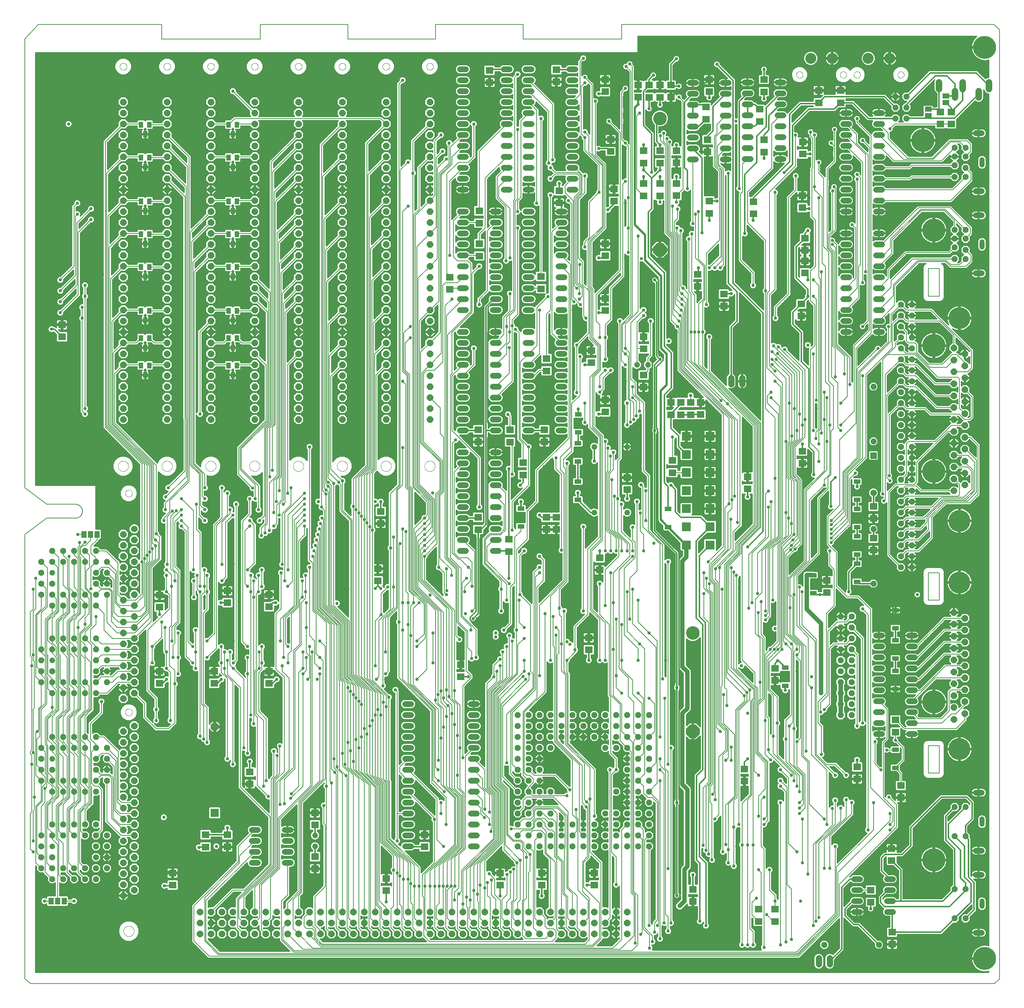
<source format=gbl>
G75*
%MOIN*%
%OFA0B0*%
%FSLAX25Y25*%
%IPPOS*%
%LPD*%
%AMOC8*
5,1,8,0,0,1.08239X$1,22.5*
%
%ADD10C,0.00600*%
%ADD11C,0.00000*%
%ADD12OC8,0.06000*%
%ADD13R,0.03937X0.05512*%
%ADD14R,0.07098X0.06299*%
%ADD15C,0.06000*%
%ADD16C,0.05200*%
%ADD17OC8,0.05200*%
%ADD18C,0.05200*%
%ADD19R,0.07087X0.06299*%
%ADD20OC8,0.05600*%
%ADD21R,0.06299X0.03937*%
%ADD22OC8,0.05543*%
%ADD23C,0.04756*%
%ADD24C,0.07677*%
%ADD25R,0.07677X0.07677*%
%ADD26C,0.20000*%
%ADD27R,0.05937X0.05937*%
%ADD28C,0.05937*%
%ADD29R,0.08268X0.08268*%
%ADD30C,0.12400*%
%ADD31OC8,0.12400*%
%ADD32C,0.10000*%
%ADD33C,0.05600*%
%ADD34C,0.21000*%
%ADD35R,0.06300X0.04600*%
%ADD36C,0.05937*%
%ADD37R,0.04600X0.06300*%
%ADD38C,0.02978*%
%ADD39C,0.01200*%
%ADD40C,0.02000*%
%ADD41C,0.04159*%
%ADD42C,0.04000*%
D10*
X0004700Y0005800D02*
X0010200Y0001300D01*
X0890200Y0001300D01*
X0894700Y0005800D01*
X0894700Y0872800D01*
X0889700Y0877800D01*
X0549700Y0877800D01*
X0549700Y0864300D01*
X0459700Y0864300D01*
X0459700Y0877800D01*
X0379700Y0877800D01*
X0379700Y0864300D01*
X0299700Y0864300D01*
X0299700Y0877800D01*
X0219700Y0877800D01*
X0219700Y0864300D01*
X0129700Y0864300D01*
X0129700Y0877800D01*
X0017200Y0877800D01*
X0004700Y0864300D01*
X0004700Y0454300D01*
X0024700Y0439300D01*
X0051700Y0439300D01*
X0051856Y0439286D01*
X0052012Y0439267D01*
X0052168Y0439245D01*
X0052323Y0439219D01*
X0052477Y0439189D01*
X0052631Y0439155D01*
X0052783Y0439117D01*
X0052935Y0439075D01*
X0053085Y0439030D01*
X0053234Y0438981D01*
X0053382Y0438928D01*
X0053529Y0438871D01*
X0053674Y0438811D01*
X0053817Y0438748D01*
X0053959Y0438680D01*
X0054100Y0438609D01*
X0054238Y0438535D01*
X0054374Y0438457D01*
X0054509Y0438376D01*
X0054641Y0438291D01*
X0054772Y0438203D01*
X0054900Y0438112D01*
X0055025Y0438018D01*
X0055149Y0437921D01*
X0055269Y0437820D01*
X0055388Y0437717D01*
X0055503Y0437610D01*
X0055616Y0437501D01*
X0055726Y0437389D01*
X0055834Y0437274D01*
X0055938Y0437157D01*
X0056039Y0437037D01*
X0056138Y0436914D01*
X0056233Y0436789D01*
X0056325Y0436662D01*
X0056414Y0436532D01*
X0056500Y0436401D01*
X0056582Y0436267D01*
X0056661Y0436131D01*
X0056736Y0435993D01*
X0056808Y0435854D01*
X0056877Y0435712D01*
X0056942Y0435569D01*
X0057003Y0435425D01*
X0057061Y0435278D01*
X0057115Y0435131D01*
X0057165Y0434982D01*
X0057211Y0434832D01*
X0057254Y0434681D01*
X0057293Y0434529D01*
X0057328Y0434375D01*
X0057360Y0434221D01*
X0057387Y0434067D01*
X0057411Y0433911D01*
X0057430Y0433756D01*
X0057446Y0433599D01*
X0057458Y0433443D01*
X0057466Y0433286D01*
X0057470Y0433129D01*
X0057470Y0432971D01*
X0057466Y0432814D01*
X0057458Y0432657D01*
X0057446Y0432501D01*
X0057430Y0432344D01*
X0057411Y0432189D01*
X0057387Y0432033D01*
X0057360Y0431879D01*
X0057328Y0431725D01*
X0057293Y0431571D01*
X0057254Y0431419D01*
X0057211Y0431268D01*
X0057165Y0431118D01*
X0057115Y0430969D01*
X0057061Y0430822D01*
X0057003Y0430675D01*
X0056942Y0430531D01*
X0056877Y0430388D01*
X0056808Y0430246D01*
X0056736Y0430107D01*
X0056661Y0429969D01*
X0056582Y0429833D01*
X0056500Y0429699D01*
X0056414Y0429568D01*
X0056325Y0429438D01*
X0056233Y0429311D01*
X0056138Y0429186D01*
X0056039Y0429063D01*
X0055938Y0428943D01*
X0055834Y0428826D01*
X0055726Y0428711D01*
X0055616Y0428599D01*
X0055503Y0428490D01*
X0055388Y0428383D01*
X0055269Y0428280D01*
X0055149Y0428179D01*
X0055025Y0428082D01*
X0054900Y0427988D01*
X0054772Y0427897D01*
X0054641Y0427809D01*
X0054509Y0427724D01*
X0054374Y0427643D01*
X0054238Y0427565D01*
X0054100Y0427491D01*
X0053959Y0427420D01*
X0053817Y0427352D01*
X0053674Y0427289D01*
X0053529Y0427229D01*
X0053382Y0427172D01*
X0053234Y0427119D01*
X0053085Y0427070D01*
X0052935Y0427025D01*
X0052783Y0426983D01*
X0052631Y0426945D01*
X0052477Y0426911D01*
X0052323Y0426881D01*
X0052168Y0426855D01*
X0052012Y0426833D01*
X0051856Y0426814D01*
X0051700Y0426800D01*
X0024700Y0426800D01*
X0004700Y0411800D01*
X0004700Y0005800D01*
X0022700Y0076800D02*
X0028700Y0076800D01*
X0034700Y0076800D02*
X0034700Y0128406D01*
X0029700Y0133406D01*
X0029700Y0136800D01*
X0029700Y0139300D01*
X0025900Y0143100D01*
X0025900Y0164000D01*
X0034700Y0172800D01*
X0034700Y0180103D01*
X0033500Y0181303D01*
X0033500Y0209500D01*
X0029700Y0213300D01*
X0029700Y0216800D01*
X0029700Y0220300D01*
X0025900Y0224100D01*
X0025900Y0243000D01*
X0034700Y0251800D01*
X0034700Y0270906D01*
X0033500Y0272106D01*
X0033500Y0299500D01*
X0029700Y0303300D01*
X0029700Y0306800D01*
X0029700Y0311103D01*
X0025900Y0314903D01*
X0025900Y0333000D01*
X0034700Y0341800D01*
X0034700Y0381800D01*
X0029700Y0386800D01*
X0025400Y0381100D02*
X0025400Y0345803D01*
X0019700Y0340103D01*
X0019700Y0306800D01*
X0019700Y0304100D01*
X0023500Y0300300D01*
X0023500Y0281500D01*
X0024700Y0280300D01*
X0024700Y0256800D01*
X0019700Y0251800D01*
X0019700Y0216800D01*
X0023500Y0213000D01*
X0023500Y0193306D01*
X0024700Y0192106D01*
X0024700Y0181211D01*
X0023289Y0179800D01*
X0023289Y0166935D01*
X0021154Y0164800D01*
X0021154Y0164346D01*
X0019700Y0162891D01*
X0019700Y0136800D01*
X0012311Y0131800D02*
X0012311Y0158800D01*
X0013500Y0159989D01*
X0013500Y0171800D01*
X0013500Y0211111D01*
X0012311Y0212300D01*
X0012311Y0252111D01*
X0013500Y0253300D01*
X0013500Y0295611D01*
X0012311Y0296800D01*
X0012311Y0301800D01*
X0012311Y0341800D01*
X0014700Y0344189D01*
X0014700Y0371800D01*
X0019700Y0366800D02*
X0024200Y0362300D01*
X0024200Y0346300D01*
X0015900Y0338000D01*
X0015900Y0290600D01*
X0019700Y0286800D01*
X0019700Y0283600D01*
X0023500Y0279800D01*
X0023500Y0257297D01*
X0018500Y0252297D01*
X0018500Y0227400D01*
X0015900Y0224800D01*
X0015900Y0200600D01*
X0019700Y0196800D01*
X0019700Y0193800D01*
X0023500Y0190000D01*
X0023500Y0183800D01*
X0020900Y0181200D01*
X0020900Y0168000D01*
X0015900Y0163000D01*
X0015900Y0120600D01*
X0019700Y0116800D01*
X0014700Y0111800D02*
X0014700Y0163497D01*
X0019700Y0168497D01*
X0019700Y0186800D01*
X0014700Y0191800D01*
X0014700Y0230389D01*
X0016111Y0231800D01*
X0017300Y0232989D01*
X0017300Y0252794D01*
X0019700Y0255194D01*
X0019700Y0276800D01*
X0014700Y0281800D01*
X0014700Y0338497D01*
X0019700Y0343497D01*
X0019700Y0356800D01*
X0012311Y0361800D02*
X0012311Y0343497D01*
X0009922Y0341108D01*
X0009922Y0300810D01*
X0011111Y0299621D01*
X0011111Y0291800D01*
X0011111Y0214479D01*
X0009922Y0213290D01*
X0009922Y0211310D01*
X0011111Y0210121D01*
X0011111Y0201800D01*
X0011111Y0158211D01*
X0009700Y0156800D01*
X0009700Y0124411D01*
X0012311Y0121800D01*
X0014700Y0111800D02*
X0019700Y0106800D01*
X0023500Y0103000D02*
X0023500Y0164994D01*
X0029700Y0171194D01*
X0029700Y0176800D01*
X0029700Y0181600D01*
X0025900Y0185400D01*
X0025900Y0192603D01*
X0024700Y0193803D01*
X0024700Y0218406D01*
X0023500Y0219606D01*
X0023500Y0243994D01*
X0029700Y0250194D01*
X0029700Y0253800D01*
X0029700Y0266800D01*
X0025900Y0270600D01*
X0025900Y0280797D01*
X0024700Y0281997D01*
X0024700Y0300797D01*
X0023500Y0301997D01*
X0023500Y0333994D01*
X0029700Y0340194D01*
X0029700Y0346800D01*
X0033500Y0342297D02*
X0033500Y0353000D01*
X0029700Y0356800D01*
X0039700Y0356800D02*
X0043500Y0353000D01*
X0043500Y0341297D01*
X0034700Y0332497D01*
X0034700Y0313103D01*
X0035900Y0311903D01*
X0035900Y0302491D01*
X0037100Y0301291D01*
X0037100Y0279400D01*
X0039700Y0276800D01*
X0039700Y0273406D01*
X0043500Y0269606D01*
X0043500Y0252297D01*
X0034700Y0243497D01*
X0034700Y0223000D01*
X0035900Y0221800D01*
X0035900Y0212297D01*
X0039700Y0208497D01*
X0039700Y0186800D01*
X0039700Y0183406D01*
X0043500Y0179606D01*
X0043500Y0172297D01*
X0034700Y0163497D01*
X0034700Y0134300D01*
X0039700Y0129300D01*
X0039700Y0106800D01*
X0043500Y0103000D02*
X0043500Y0160994D01*
X0049700Y0167194D01*
X0049700Y0176800D01*
X0049700Y0178800D01*
X0045900Y0182600D01*
X0045900Y0212103D01*
X0044700Y0213303D01*
X0044700Y0220103D01*
X0043500Y0221303D01*
X0043500Y0244600D01*
X0049700Y0250800D01*
X0049700Y0266800D01*
X0049700Y0270800D01*
X0045900Y0274600D01*
X0045900Y0301603D01*
X0044700Y0302803D01*
X0044700Y0311603D01*
X0043500Y0312803D01*
X0043500Y0332297D01*
X0049700Y0338497D01*
X0049700Y0346800D01*
X0053500Y0348800D02*
X0049700Y0352600D01*
X0049700Y0356800D01*
X0049700Y0358694D01*
X0045200Y0363194D01*
X0045200Y0391800D01*
X0043700Y0388800D02*
X0043700Y0362997D01*
X0045900Y0360797D01*
X0045900Y0340303D01*
X0039700Y0334103D01*
X0039700Y0316800D01*
X0039700Y0313300D01*
X0043500Y0309500D01*
X0043500Y0302306D01*
X0044700Y0301106D01*
X0044700Y0271800D01*
X0045900Y0270600D01*
X0045900Y0251303D01*
X0039700Y0245103D01*
X0039700Y0226800D01*
X0039700Y0222300D01*
X0043500Y0218500D01*
X0043500Y0212800D01*
X0044700Y0211600D01*
X0044700Y0181800D01*
X0045900Y0180600D01*
X0045900Y0171303D01*
X0039700Y0165103D01*
X0039700Y0146800D01*
X0035900Y0140600D02*
X0035900Y0163000D01*
X0044700Y0171800D01*
X0044700Y0180103D01*
X0043500Y0181303D01*
X0043500Y0209000D01*
X0039700Y0212800D01*
X0039700Y0216800D01*
X0039700Y0220603D01*
X0035900Y0224403D01*
X0035900Y0243000D01*
X0044700Y0251800D01*
X0044700Y0270103D01*
X0043500Y0271303D01*
X0043500Y0299500D01*
X0039700Y0303300D01*
X0039700Y0306800D01*
X0039700Y0309800D01*
X0035900Y0313600D01*
X0035900Y0332000D01*
X0044700Y0340800D01*
X0044700Y0360300D01*
X0039700Y0365300D01*
X0039700Y0386800D01*
X0043700Y0388800D02*
X0039700Y0392800D01*
X0039700Y0396800D01*
X0035900Y0390600D02*
X0035900Y0341303D01*
X0029700Y0335103D01*
X0029700Y0316800D01*
X0029700Y0312800D01*
X0033500Y0309000D01*
X0033500Y0301497D01*
X0034700Y0300297D01*
X0034700Y0272603D01*
X0035900Y0271403D01*
X0035900Y0251303D01*
X0029700Y0245103D01*
X0029700Y0226800D01*
X0029700Y0223800D01*
X0033500Y0220000D01*
X0033500Y0211303D01*
X0034700Y0210103D01*
X0034700Y0181800D01*
X0035900Y0180600D01*
X0035900Y0172303D01*
X0029700Y0166103D01*
X0029700Y0146800D01*
X0035900Y0140600D02*
X0039700Y0136800D01*
X0035900Y0131403D02*
X0035900Y0100600D01*
X0039700Y0096800D01*
X0043500Y0103000D02*
X0049700Y0096800D01*
X0053500Y0103000D02*
X0059700Y0096800D01*
X0053500Y0103000D02*
X0053500Y0158994D01*
X0059700Y0165194D01*
X0059700Y0176800D01*
X0059700Y0180000D01*
X0055900Y0183800D01*
X0055900Y0211103D01*
X0054700Y0212303D01*
X0054700Y0222106D01*
X0053500Y0223306D01*
X0053500Y0244600D01*
X0059700Y0250800D01*
X0059700Y0266800D01*
X0059700Y0271000D01*
X0055900Y0274800D01*
X0055900Y0300403D01*
X0054700Y0301603D01*
X0054700Y0312606D01*
X0053500Y0313806D01*
X0053500Y0326800D01*
X0053500Y0332100D01*
X0059700Y0338300D01*
X0059700Y0346800D01*
X0059700Y0349300D01*
X0055900Y0353100D01*
X0055900Y0360794D01*
X0054700Y0361994D01*
X0054700Y0389797D01*
X0053500Y0390997D01*
X0053500Y0400297D01*
X0054700Y0401497D01*
X0054700Y0404300D01*
X0058397Y0401800D02*
X0055900Y0399303D01*
X0055900Y0393600D01*
X0059700Y0389800D01*
X0059700Y0386800D01*
X0059700Y0362300D01*
X0064700Y0357300D01*
X0064700Y0329603D01*
X0055900Y0320803D01*
X0055900Y0314800D01*
X0059700Y0311000D01*
X0059700Y0306800D01*
X0059700Y0299997D01*
X0064700Y0294997D01*
X0064700Y0252406D01*
X0055900Y0243606D01*
X0055900Y0224300D01*
X0059700Y0220500D01*
X0059700Y0216800D01*
X0059700Y0210697D01*
X0063500Y0206897D01*
X0063500Y0181497D01*
X0064700Y0180297D01*
X0064700Y0166800D01*
X0055900Y0158000D01*
X0055900Y0140600D01*
X0059700Y0136800D01*
X0059700Y0146800D02*
X0059700Y0160103D01*
X0065900Y0166303D01*
X0065900Y0180794D01*
X0064700Y0181994D01*
X0064700Y0221800D01*
X0059700Y0226800D01*
X0059700Y0245709D01*
X0065900Y0251909D01*
X0065900Y0310600D01*
X0059700Y0316800D01*
X0059700Y0322603D01*
X0065900Y0328803D01*
X0065900Y0357797D01*
X0060900Y0362797D01*
X0060900Y0378500D01*
X0063700Y0381300D01*
X0063700Y0392800D01*
X0059700Y0396800D01*
X0060200Y0401800D02*
X0058397Y0401800D01*
X0060200Y0401800D02*
X0064700Y0406300D01*
X0064700Y0411800D01*
X0058700Y0411800D02*
X0053200Y0411800D01*
X0059700Y0404800D02*
X0054700Y0399800D01*
X0054700Y0391494D01*
X0055900Y0390294D01*
X0055900Y0362491D01*
X0059700Y0358691D01*
X0059700Y0356800D01*
X0063500Y0353000D01*
X0063500Y0339300D01*
X0059700Y0335500D01*
X0059700Y0329800D01*
X0059700Y0326300D01*
X0054700Y0321300D01*
X0054700Y0314303D01*
X0055900Y0313103D01*
X0055900Y0302100D01*
X0059700Y0298300D01*
X0059700Y0276800D01*
X0063500Y0273000D01*
X0063500Y0252903D01*
X0054700Y0244103D01*
X0054700Y0223803D01*
X0055900Y0222603D01*
X0055900Y0212800D01*
X0059700Y0209000D01*
X0059700Y0186800D01*
X0059700Y0183600D01*
X0063500Y0179800D01*
X0063500Y0167297D01*
X0054700Y0158497D01*
X0054700Y0111800D01*
X0059700Y0106800D01*
X0049700Y0106800D02*
X0044700Y0111800D01*
X0044700Y0160497D01*
X0053500Y0169297D01*
X0053500Y0179500D01*
X0049700Y0183300D01*
X0049700Y0186800D01*
X0049700Y0210000D01*
X0045900Y0213800D01*
X0045900Y0220600D01*
X0044700Y0221800D01*
X0044700Y0244103D01*
X0053500Y0252903D01*
X0053500Y0271303D01*
X0049700Y0275103D01*
X0049700Y0276800D01*
X0049700Y0299500D01*
X0045900Y0303300D01*
X0045900Y0312100D01*
X0044700Y0313300D01*
X0044700Y0331800D01*
X0053500Y0340600D01*
X0053500Y0348800D01*
X0054700Y0349297D02*
X0054700Y0340103D01*
X0045900Y0331303D01*
X0045900Y0313800D01*
X0049700Y0310000D01*
X0049700Y0306800D01*
X0049700Y0303209D01*
X0053500Y0299409D01*
X0053500Y0273000D01*
X0054700Y0271800D01*
X0054700Y0252406D01*
X0045900Y0243606D01*
X0045900Y0222297D01*
X0049700Y0218497D01*
X0049700Y0216800D01*
X0049700Y0212800D01*
X0053500Y0209000D01*
X0053500Y0181197D01*
X0054700Y0179997D01*
X0054700Y0168800D01*
X0045900Y0160000D01*
X0045900Y0140600D01*
X0049700Y0136800D01*
X0049700Y0146800D02*
X0049700Y0162103D01*
X0055900Y0168303D01*
X0055900Y0180494D01*
X0054700Y0181694D01*
X0054700Y0210606D01*
X0053500Y0211806D01*
X0053500Y0221609D01*
X0049700Y0225409D01*
X0049700Y0226800D01*
X0049700Y0245709D01*
X0055900Y0251909D01*
X0055900Y0272297D01*
X0054700Y0273497D01*
X0054700Y0299906D01*
X0053500Y0301106D01*
X0053500Y0312109D01*
X0049700Y0315909D01*
X0049700Y0316800D01*
X0049700Y0333406D01*
X0055900Y0339606D01*
X0055900Y0349794D01*
X0054700Y0350994D01*
X0054700Y0360297D01*
X0053500Y0361497D01*
X0053500Y0389300D01*
X0049700Y0393100D01*
X0049700Y0396800D01*
X0049700Y0386800D02*
X0049700Y0363600D01*
X0053500Y0359800D01*
X0053500Y0350497D01*
X0054700Y0349297D01*
X0039700Y0346800D02*
X0039700Y0339194D01*
X0033500Y0332994D01*
X0033500Y0312606D01*
X0034700Y0311406D01*
X0034700Y0301994D01*
X0035900Y0300794D01*
X0035900Y0273100D01*
X0039700Y0269300D01*
X0039700Y0266800D01*
X0039700Y0250194D01*
X0033500Y0243994D01*
X0033500Y0222503D01*
X0034700Y0221303D01*
X0034700Y0211800D01*
X0035900Y0210600D01*
X0035900Y0183600D01*
X0039700Y0179800D01*
X0039700Y0176800D01*
X0039700Y0170194D01*
X0033500Y0163994D01*
X0033500Y0133803D01*
X0035900Y0131403D01*
X0024700Y0111800D02*
X0024700Y0164497D01*
X0033500Y0173297D01*
X0033500Y0179500D01*
X0029700Y0183300D01*
X0029700Y0186800D01*
X0029700Y0190500D01*
X0025900Y0194300D01*
X0025900Y0218903D01*
X0024700Y0220103D01*
X0024700Y0243497D01*
X0033500Y0252297D01*
X0033500Y0269500D01*
X0032950Y0270050D01*
X0029700Y0273300D01*
X0029700Y0276800D01*
X0029700Y0279800D01*
X0025900Y0283600D01*
X0025900Y0301294D01*
X0024700Y0302494D01*
X0024700Y0333497D01*
X0033500Y0342297D01*
X0064700Y0324800D02*
X0064700Y0314300D01*
X0069700Y0309300D01*
X0069700Y0306800D01*
X0074700Y0301800D02*
X0069700Y0296800D01*
X0074700Y0291800D02*
X0069700Y0286800D01*
X0074700Y0281800D02*
X0069700Y0276800D01*
X0074700Y0281800D02*
X0084700Y0281800D01*
X0089700Y0286800D01*
X0104700Y0286800D01*
X0104700Y0276800D02*
X0089700Y0276800D01*
X0079700Y0266800D01*
X0069700Y0266800D01*
X0074700Y0259189D02*
X0074700Y0248800D01*
X0064700Y0238800D01*
X0064700Y0224800D01*
X0069700Y0219800D01*
X0069700Y0216800D01*
X0065900Y0213000D01*
X0065900Y0184300D01*
X0068400Y0181800D01*
X0071700Y0181800D01*
X0074700Y0178800D01*
X0074700Y0141800D01*
X0069700Y0136800D01*
X0079700Y0149800D02*
X0092700Y0136800D01*
X0104700Y0136800D01*
X0104700Y0146800D02*
X0091397Y0146800D01*
X0085400Y0152797D01*
X0085400Y0189297D01*
X0082197Y0192500D01*
X0074000Y0192500D01*
X0069700Y0196800D01*
X0074200Y0191300D02*
X0081700Y0191300D01*
X0084200Y0188800D01*
X0084200Y0152300D01*
X0094700Y0141800D01*
X0094700Y0151800D02*
X0086600Y0159900D01*
X0086600Y0199900D01*
X0079700Y0206800D01*
X0081200Y0211800D02*
X0087800Y0205200D01*
X0087800Y0160700D01*
X0091700Y0156800D01*
X0104700Y0156800D01*
X0104700Y0166800D02*
X0093200Y0166800D01*
X0090200Y0169800D01*
X0090200Y0213300D01*
X0076700Y0226800D01*
X0069700Y0226800D01*
X0079700Y0216800D02*
X0089000Y0207500D01*
X0089000Y0167500D01*
X0094700Y0161800D01*
X0079700Y0149800D02*
X0079700Y0186800D01*
X0074200Y0191300D02*
X0069700Y0186800D01*
X0069700Y0206800D02*
X0074700Y0211800D01*
X0081200Y0211800D01*
X0114200Y0244800D02*
X0124700Y0234300D01*
X0136200Y0234300D01*
X0141700Y0239800D01*
X0141700Y0275300D01*
X0141700Y0287300D01*
X0136811Y0292189D01*
X0136811Y0326800D01*
X0138700Y0328689D01*
X0138700Y0364300D01*
X0138700Y0374800D01*
X0134200Y0379300D01*
X0138200Y0380080D02*
X0138200Y0428300D01*
X0143200Y0433300D01*
X0139622Y0433101D02*
X0134700Y0428179D01*
X0134700Y0384300D01*
X0138200Y0380080D02*
X0141700Y0376580D01*
X0141700Y0369300D01*
X0144143Y0375834D02*
X0144143Y0331940D01*
X0139200Y0326997D01*
X0139200Y0314300D01*
X0141700Y0312421D02*
X0140200Y0310921D01*
X0140200Y0299300D01*
X0144700Y0299300D02*
X0144700Y0284300D01*
X0137700Y0285800D02*
X0134200Y0289300D01*
X0134200Y0304300D01*
X0132700Y0305800D01*
X0132700Y0326800D01*
X0129700Y0331800D02*
X0129700Y0317800D01*
X0121200Y0309300D01*
X0121200Y0294300D01*
X0137700Y0285800D02*
X0137700Y0241800D01*
X0124700Y0241800D02*
X0124700Y0251800D01*
X0124700Y0261800D01*
X0117200Y0269300D01*
X0117200Y0324300D01*
X0137089Y0344189D01*
X0137089Y0356411D01*
X0134200Y0359300D01*
X0134200Y0374300D01*
X0140200Y0379778D02*
X0140200Y0426800D01*
X0147700Y0434300D01*
X0147700Y0429300D02*
X0141700Y0423300D01*
X0141700Y0382300D01*
X0145343Y0378657D01*
X0145343Y0331443D01*
X0141700Y0327800D01*
X0141700Y0312421D01*
X0144700Y0321800D02*
X0144700Y0299300D01*
X0152200Y0300300D02*
X0152200Y0414800D01*
X0147700Y0419300D01*
X0147700Y0424300D02*
X0153700Y0418300D01*
X0153700Y0313800D01*
X0158200Y0309300D01*
X0160700Y0304300D02*
X0160700Y0289300D01*
X0158200Y0294300D02*
X0152200Y0300300D01*
X0160700Y0304300D02*
X0160700Y0324300D01*
X0171200Y0314300D02*
X0178200Y0321300D01*
X0178200Y0420300D01*
X0184700Y0426800D01*
X0184700Y0454300D01*
X0189700Y0449300D02*
X0189700Y0429800D01*
X0179700Y0419800D01*
X0179700Y0307800D01*
X0171200Y0299300D01*
X0184200Y0294300D02*
X0184200Y0285800D01*
X0189700Y0280300D01*
X0189700Y0206800D01*
X0194700Y0201800D02*
X0194700Y0276997D01*
X0187200Y0284497D01*
X0187200Y0289300D01*
X0187200Y0304300D01*
X0192200Y0304300D02*
X0192200Y0292300D01*
X0195200Y0289300D01*
X0204700Y0279800D01*
X0204700Y0216800D01*
X0208200Y0211800D02*
X0208200Y0284300D01*
X0208200Y0299300D01*
X0208200Y0309300D02*
X0203700Y0313800D01*
X0203700Y0423800D01*
X0210200Y0430300D01*
X0210200Y0444300D01*
X0215200Y0444300D02*
X0215200Y0457300D01*
X0201400Y0471100D01*
X0201400Y0490403D01*
X0226300Y0515303D01*
X0226300Y0615200D01*
X0214700Y0626800D01*
X0214700Y0616800D02*
X0214031Y0616131D01*
X0198440Y0616131D01*
X0190960Y0616131D02*
X0190291Y0616800D01*
X0174700Y0616800D01*
X0174700Y0606800D02*
X0164700Y0596800D01*
X0164700Y0521800D01*
X0152300Y0518200D02*
X0152300Y0464779D01*
X0133511Y0445989D01*
X0137233Y0442712D02*
X0154700Y0460179D01*
X0154700Y0756800D01*
X0134700Y0776800D01*
X0134031Y0786131D02*
X0118440Y0786131D01*
X0110960Y0786131D02*
X0110291Y0786800D01*
X0094700Y0786800D01*
X0078300Y0770400D01*
X0078300Y0509820D01*
X0111700Y0476420D01*
X0111700Y0386800D01*
X0111700Y0357300D01*
X0106200Y0351800D01*
X0094700Y0351800D01*
X0089700Y0356800D01*
X0089700Y0385800D01*
X0078700Y0396800D01*
X0069700Y0396800D01*
X0065200Y0394800D02*
X0065200Y0401300D01*
X0070700Y0406800D01*
X0070700Y0411800D01*
X0065200Y0394800D02*
X0069700Y0390300D01*
X0069700Y0386800D01*
X0065089Y0382189D01*
X0065089Y0361987D01*
X0069700Y0366800D02*
X0074000Y0362500D01*
X0082197Y0362500D01*
X0084900Y0359797D01*
X0084900Y0337100D01*
X0090200Y0331800D01*
X0094700Y0331800D01*
X0107200Y0331800D01*
X0116500Y0341100D01*
X0116500Y0383130D01*
X0121256Y0387886D01*
X0121256Y0398800D01*
X0120067Y0399989D01*
X0120067Y0474842D01*
X0083100Y0511809D01*
X0083100Y0645200D01*
X0094700Y0656800D01*
X0110291Y0656800D01*
X0110960Y0656131D01*
X0118440Y0656131D02*
X0134031Y0656131D01*
X0134700Y0656800D01*
X0158300Y0660400D02*
X0158300Y0476004D01*
X0166700Y0467604D01*
X0166700Y0446800D01*
X0169200Y0444300D01*
X0165200Y0438300D02*
X0165200Y0467407D01*
X0157100Y0475507D01*
X0157100Y0679200D01*
X0174700Y0696800D01*
X0174700Y0686800D02*
X0190291Y0686800D01*
X0190960Y0686131D01*
X0198440Y0686131D02*
X0199109Y0686800D01*
X0214700Y0686800D01*
X0235100Y0687200D02*
X0235100Y0465732D01*
X0228100Y0458732D01*
X0228100Y0415300D01*
X0224200Y0413000D02*
X0224200Y0419450D01*
X0226050Y0421300D01*
X0226050Y0508256D01*
X0231100Y0513306D01*
X0231100Y0743200D01*
X0254700Y0766800D01*
X0254700Y0776800D02*
X0229900Y0752000D01*
X0229900Y0513803D01*
X0224850Y0508753D01*
X0224850Y0421800D01*
X0220700Y0417650D01*
X0220700Y0410611D01*
X0214200Y0420300D02*
X0214200Y0385300D01*
X0208200Y0379300D01*
X0211200Y0374300D02*
X0211200Y0359300D01*
X0211200Y0246800D01*
X0214900Y0247100D02*
X0217200Y0244800D01*
X0217200Y0182300D01*
X0227200Y0172300D01*
X0222700Y0181800D02*
X0222700Y0241800D01*
X0216200Y0248300D01*
X0216200Y0286800D01*
X0218700Y0289300D01*
X0218700Y0304300D01*
X0221200Y0309300D02*
X0221200Y0294300D01*
X0221089Y0294189D01*
X0221089Y0288310D01*
X0218300Y0285521D01*
X0218300Y0250094D01*
X0225200Y0243194D01*
X0225200Y0186800D01*
X0229950Y0188550D02*
X0229950Y0109641D01*
X0199000Y0078691D01*
X0199000Y0052500D01*
X0204700Y0046800D01*
X0204700Y0056800D02*
X0200200Y0061300D01*
X0200200Y0078194D01*
X0231346Y0109340D01*
X0231346Y0188249D01*
X0235222Y0192125D01*
X0235222Y0209581D01*
X0232200Y0213800D02*
X0232200Y0190800D01*
X0229950Y0188550D01*
X0232546Y0187751D02*
X0237611Y0192817D01*
X0237611Y0218449D01*
X0250200Y0198785D02*
X0237889Y0186474D01*
X0237889Y0164989D01*
X0241700Y0165800D02*
X0241700Y0188088D01*
X0251400Y0197788D01*
X0251400Y0305000D01*
X0257100Y0310700D01*
X0257100Y0349200D01*
X0261200Y0353300D01*
X0261200Y0359300D01*
X0261200Y0374300D01*
X0258200Y0369300D02*
X0258200Y0354300D01*
X0255900Y0352000D01*
X0255900Y0311500D01*
X0250200Y0305800D01*
X0250200Y0198785D01*
X0246000Y0196509D02*
X0246000Y0280500D01*
X0239700Y0286800D01*
X0239700Y0291800D01*
X0245200Y0294300D02*
X0245200Y0302300D01*
X0248200Y0305300D01*
X0248200Y0339103D01*
X0254700Y0345603D01*
X0254700Y0405800D01*
X0260200Y0411300D01*
X0260200Y0419300D01*
X0260200Y0424300D02*
X0253500Y0417600D01*
X0253500Y0346100D01*
X0242700Y0335300D01*
X0242700Y0311800D01*
X0245200Y0309300D01*
X0238200Y0314300D02*
X0238200Y0334300D01*
X0250700Y0346800D01*
X0250700Y0424800D01*
X0260200Y0434300D01*
X0260200Y0439300D02*
X0249200Y0428300D01*
X0249200Y0396800D01*
X0249200Y0394800D01*
X0249200Y0368800D01*
X0244700Y0364300D01*
X0242200Y0369300D02*
X0242200Y0431300D01*
X0260200Y0449300D01*
X0260200Y0444300D02*
X0245200Y0429300D01*
X0245200Y0379300D01*
X0238700Y0376800D02*
X0238700Y0343800D01*
X0234200Y0339300D01*
X0234200Y0288800D01*
X0241700Y0281300D01*
X0241700Y0195209D01*
X0233746Y0187254D01*
X0233746Y0108346D01*
X0214700Y0089300D01*
X0214700Y0066800D01*
X0219200Y0061300D02*
X0219200Y0091800D01*
X0234996Y0107596D01*
X0234996Y0185504D01*
X0246000Y0196509D01*
X0232546Y0187751D02*
X0232546Y0108843D01*
X0204700Y0080997D01*
X0204700Y0066800D01*
X0214700Y0056800D02*
X0219200Y0061300D01*
X0224700Y0056800D02*
X0229200Y0061300D01*
X0229200Y0098406D01*
X0237396Y0106601D01*
X0237396Y0151800D01*
X0267200Y0181604D01*
X0267200Y0304300D01*
X0264700Y0301997D02*
X0265900Y0300797D01*
X0265900Y0182001D01*
X0236196Y0152297D01*
X0236196Y0107099D01*
X0220700Y0091603D01*
X0220700Y0050800D01*
X0224700Y0046800D01*
X0239200Y0041300D02*
X0250400Y0030100D01*
X0709500Y0030100D01*
X0744700Y0065300D01*
X0744700Y0126800D01*
X0739700Y0136300D02*
X0759700Y0156300D01*
X0759700Y0166800D01*
X0754700Y0169300D02*
X0754700Y0152997D01*
X0734700Y0132997D01*
X0734700Y0106800D01*
X0739700Y0106800D02*
X0739700Y0136300D01*
X0742200Y0145997D02*
X0724700Y0128497D01*
X0724700Y0054300D01*
X0727200Y0058300D02*
X0727200Y0079300D01*
X0727200Y0081800D01*
X0727200Y0129300D01*
X0744700Y0146800D01*
X0744700Y0168800D01*
X0742200Y0161300D02*
X0742200Y0145997D01*
X0737200Y0146800D02*
X0737200Y0196300D01*
X0723200Y0210300D01*
X0723200Y0271800D01*
X0720200Y0274800D01*
X0720200Y0317800D01*
X0709700Y0328300D01*
X0709700Y0374512D01*
X0729700Y0394512D01*
X0729700Y0444800D01*
X0738200Y0453300D01*
X0738200Y0463603D01*
X0740900Y0466303D01*
X0740900Y0506000D01*
X0743200Y0508300D01*
X0743200Y0547300D01*
X0738700Y0551800D01*
X0738700Y0670209D01*
X0734200Y0674709D01*
X0734200Y0737300D01*
X0729700Y0741800D01*
X0729700Y0751800D01*
X0724089Y0746800D02*
X0723311Y0746022D01*
X0723311Y0702189D01*
X0726700Y0698800D01*
X0726700Y0656800D01*
X0722200Y0652300D01*
X0722200Y0625300D01*
X0726211Y0621289D01*
X0726211Y0584311D01*
X0722200Y0580300D01*
X0722200Y0495300D01*
X0729700Y0487800D01*
X0729700Y0478300D01*
X0734700Y0469800D02*
X0717200Y0452300D01*
X0717200Y0387103D01*
X0702200Y0372103D01*
X0702200Y0356300D01*
X0703389Y0355111D01*
X0703389Y0344800D01*
X0703389Y0320505D01*
X0714200Y0309694D01*
X0714200Y0209300D01*
X0719700Y0203800D01*
X0719700Y0101300D01*
X0714700Y0111800D02*
X0714700Y0151800D01*
X0712200Y0156800D02*
X0717100Y0161700D01*
X0717100Y0192294D01*
X0709700Y0199694D01*
X0709700Y0222300D01*
X0713000Y0225600D01*
X0713000Y0296000D01*
X0709700Y0299300D01*
X0709700Y0301800D01*
X0712200Y0304300D01*
X0712200Y0309997D01*
X0701000Y0321197D01*
X0701000Y0391100D01*
X0708200Y0398300D01*
X0713300Y0403400D01*
X0713300Y0461100D01*
X0708100Y0466300D01*
X0708100Y0491639D01*
X0717200Y0500739D01*
X0717200Y0516800D01*
X0717200Y0562160D01*
X0698630Y0580730D01*
X0692941Y0583041D02*
X0714700Y0561281D01*
X0714700Y0511800D01*
X0714700Y0499936D01*
X0706900Y0492136D01*
X0706900Y0465803D01*
X0712100Y0460603D01*
X0712100Y0405700D01*
X0704200Y0397800D01*
X0699800Y0393400D01*
X0699800Y0320700D01*
X0709700Y0310800D01*
X0709700Y0306800D01*
X0707200Y0304300D01*
X0707200Y0234300D01*
X0707200Y0200497D01*
X0715900Y0191797D01*
X0715900Y0165500D01*
X0712200Y0161800D01*
X0712200Y0166800D02*
X0714700Y0169300D01*
X0714700Y0191300D01*
X0702700Y0203300D01*
X0702700Y0236800D01*
X0706000Y0240100D01*
X0706000Y0310500D01*
X0704700Y0311800D01*
X0698600Y0317900D01*
X0698600Y0395700D01*
X0704700Y0401800D01*
X0710900Y0408000D01*
X0710900Y0460106D01*
X0705700Y0465306D01*
X0705700Y0492633D01*
X0712200Y0499133D01*
X0712200Y0521800D01*
X0712200Y0560403D01*
X0688501Y0584101D01*
X0687089Y0578756D02*
X0707422Y0558423D01*
X0707422Y0526800D01*
X0707422Y0497749D01*
X0703300Y0493627D01*
X0703300Y0464312D01*
X0707200Y0460412D01*
X0707200Y0411800D01*
X0696200Y0400800D01*
X0696200Y0306689D01*
X0684500Y0294989D01*
X0684500Y0270300D01*
X0691700Y0263100D01*
X0691700Y0239386D01*
X0691786Y0239300D01*
X0691786Y0209790D01*
X0709700Y0191876D01*
X0709700Y0181800D01*
X0712200Y0176800D02*
X0712200Y0191497D01*
X0699700Y0203997D01*
X0699700Y0224800D01*
X0699700Y0241800D01*
X0704800Y0246900D01*
X0704800Y0306700D01*
X0699700Y0311800D01*
X0697400Y0314100D01*
X0697400Y0398000D01*
X0706200Y0406800D01*
X0709700Y0410300D01*
X0709700Y0459609D01*
X0704500Y0464809D01*
X0704500Y0493130D01*
X0709811Y0498441D01*
X0709811Y0506800D01*
X0709811Y0559413D01*
X0692062Y0577162D01*
X0690667Y0571800D02*
X0705033Y0557434D01*
X0705033Y0501800D01*
X0705033Y0497057D01*
X0702100Y0494124D01*
X0702100Y0463815D01*
X0704700Y0461215D01*
X0704700Y0421800D01*
X0704700Y0411723D01*
X0695000Y0402023D01*
X0695000Y0309067D01*
X0692622Y0306689D01*
X0683300Y0297367D01*
X0683300Y0269803D01*
X0688200Y0264903D01*
X0688200Y0227300D01*
X0688200Y0211679D01*
X0707200Y0192679D01*
X0707200Y0186800D01*
X0702200Y0189300D02*
X0702200Y0129300D01*
X0709700Y0121800D01*
X0729700Y0129694D02*
X0729700Y0061800D01*
X0745900Y0064500D02*
X0710300Y0028900D01*
X0182100Y0028900D01*
X0170200Y0040800D01*
X0170200Y0077300D01*
X0214700Y0121800D01*
X0214700Y0131800D02*
X0200900Y0118000D01*
X0200900Y0111800D01*
X0169000Y0079900D01*
X0169000Y0040303D01*
X0181603Y0027700D01*
X0710797Y0027700D01*
X0747100Y0064003D01*
X0747100Y0102579D01*
X0794700Y0150179D01*
X0794700Y0156800D01*
X0797500Y0160000D02*
X0797500Y0149600D01*
X0794700Y0146800D01*
X0798700Y0145800D02*
X0798700Y0161300D01*
X0788700Y0171300D01*
X0788700Y0221800D01*
X0792000Y0225100D01*
X0792000Y0252000D01*
X0784700Y0259300D01*
X0799700Y0242398D02*
X0807798Y0234300D01*
X0855200Y0234300D01*
X0863200Y0242300D01*
X0863200Y0248100D01*
X0863200Y0256300D02*
X0854700Y0247800D01*
X0850700Y0247800D01*
X0842200Y0239300D01*
X0814700Y0239300D01*
X0820700Y0243300D02*
X0814700Y0249300D01*
X0820700Y0243300D02*
X0841700Y0243300D01*
X0848700Y0250300D01*
X0848700Y0267900D01*
X0850700Y0269900D01*
X0863200Y0269900D01*
X0863200Y0259000D02*
X0863200Y0256300D01*
X0863200Y0280800D02*
X0836200Y0280800D01*
X0814700Y0259300D01*
X0814700Y0269300D02*
X0823003Y0269300D01*
X0845303Y0291600D01*
X0863200Y0291600D01*
X0863200Y0302500D02*
X0844700Y0302500D01*
X0821500Y0279300D01*
X0814700Y0279300D01*
X0814700Y0289300D02*
X0820700Y0289300D01*
X0844700Y0313300D01*
X0863200Y0313300D01*
X0863200Y0324300D02*
X0844700Y0324300D01*
X0819700Y0299300D01*
X0814700Y0299300D01*
X0814700Y0309300D02*
X0818900Y0309300D01*
X0844700Y0335100D01*
X0863200Y0335100D01*
X0839700Y0351800D02*
X0829700Y0351800D01*
X0829700Y0376800D01*
X0839700Y0376800D01*
X0839700Y0351800D01*
X0804700Y0381800D02*
X0793700Y0392800D01*
X0793700Y0450800D01*
X0800200Y0457300D01*
X0816700Y0457300D01*
X0819200Y0459800D01*
X0819200Y0477800D01*
X0847300Y0505900D01*
X0853200Y0505900D01*
X0850800Y0511400D02*
X0836200Y0496800D01*
X0811700Y0496800D01*
X0809700Y0494800D01*
X0809700Y0466800D01*
X0804700Y0461800D01*
X0809000Y0456100D02*
X0818700Y0456100D01*
X0823200Y0451600D01*
X0853200Y0451600D01*
X0857200Y0446800D02*
X0809700Y0446800D01*
X0804700Y0441800D01*
X0809700Y0436800D02*
X0804700Y0431800D01*
X0809700Y0426800D02*
X0825700Y0426800D01*
X0843300Y0444400D01*
X0863603Y0444400D01*
X0870700Y0451497D01*
X0870700Y0470300D01*
X0863200Y0477800D01*
X0863200Y0478800D01*
X0865800Y0484200D02*
X0853200Y0484200D01*
X0863200Y0489600D02*
X0863700Y0489600D01*
X0873700Y0479600D01*
X0873700Y0450300D01*
X0865400Y0442000D01*
X0844900Y0442000D01*
X0829700Y0426800D01*
X0829700Y0415800D01*
X0820700Y0406800D01*
X0809700Y0406800D01*
X0804700Y0401800D01*
X0809700Y0396800D02*
X0804700Y0391800D01*
X0809700Y0396800D02*
X0820700Y0396800D01*
X0832700Y0408800D01*
X0832700Y0427800D01*
X0845700Y0440800D01*
X0867700Y0440800D01*
X0875200Y0448300D01*
X0875200Y0493300D01*
X0868000Y0500500D01*
X0863200Y0500500D01*
X0865800Y0484200D02*
X0872200Y0477800D01*
X0872200Y0451300D01*
X0864100Y0443200D01*
X0843903Y0443200D01*
X0828500Y0427797D01*
X0828500Y0422600D01*
X0822700Y0416800D01*
X0809700Y0416800D01*
X0804700Y0411800D01*
X0804700Y0421800D02*
X0809700Y0426800D01*
X0809700Y0436800D02*
X0833200Y0436800D01*
X0842000Y0445600D01*
X0862000Y0445600D01*
X0869500Y0453100D01*
X0869500Y0469500D01*
X0865700Y0473300D01*
X0853200Y0473300D01*
X0853200Y0462500D02*
X0858200Y0457500D01*
X0858200Y0447800D01*
X0857200Y0446800D01*
X0809000Y0456100D02*
X0804700Y0451800D01*
X0794700Y0460800D02*
X0791700Y0463800D01*
X0791700Y0538800D01*
X0804700Y0551800D01*
X0809700Y0546800D01*
X0818200Y0546800D01*
X0837300Y0527700D01*
X0853200Y0527700D01*
X0858200Y0527200D02*
X0858200Y0553800D01*
X0856700Y0555300D01*
X0838500Y0555300D01*
X0817700Y0576100D01*
X0792500Y0576100D01*
X0788111Y0571711D01*
X0788111Y0448800D01*
X0790500Y0443600D02*
X0789200Y0442300D01*
X0790500Y0443600D02*
X0790500Y0557600D01*
X0804700Y0571800D01*
X0809700Y0566800D01*
X0818700Y0566800D01*
X0836100Y0549400D01*
X0853200Y0549400D01*
X0853200Y0538500D02*
X0836500Y0538500D01*
X0818200Y0556800D01*
X0809700Y0556800D01*
X0804700Y0561800D01*
X0809200Y0577300D02*
X0818197Y0577300D01*
X0831197Y0564300D01*
X0846400Y0564300D01*
X0853200Y0571100D01*
X0851450Y0576050D02*
X0842700Y0567300D01*
X0829894Y0567300D01*
X0819200Y0577994D01*
X0819200Y0585300D01*
X0817700Y0586800D01*
X0811700Y0586800D01*
X0809700Y0588800D01*
X0809700Y0596800D01*
X0804700Y0601800D01*
X0809700Y0606800D02*
X0804700Y0611800D01*
X0796900Y0604000D01*
X0796900Y0582197D01*
X0772700Y0557997D01*
X0772700Y0482300D01*
X0756500Y0466100D01*
X0756500Y0423660D01*
X0741170Y0408330D01*
X0741092Y0412300D02*
X0755300Y0426508D01*
X0755300Y0467400D01*
X0769700Y0481800D01*
X0769700Y0556800D01*
X0767311Y0559911D02*
X0795700Y0588300D01*
X0795700Y0612800D01*
X0804700Y0621800D01*
X0809700Y0616800D01*
X0832200Y0616800D01*
X0869200Y0579800D01*
X0869200Y0563800D01*
X0865700Y0560300D01*
X0853200Y0560300D01*
X0863200Y0565700D02*
X0863200Y0568800D01*
X0855950Y0576050D01*
X0851450Y0576050D01*
X0853200Y0582000D02*
X0853200Y0594103D01*
X0840503Y0606800D01*
X0809700Y0606800D01*
X0804700Y0591800D02*
X0799700Y0586800D01*
X0799700Y0583300D01*
X0792500Y0576100D01*
X0783700Y0581800D02*
X0764911Y0563011D01*
X0764911Y0482102D01*
X0751700Y0468891D01*
X0751700Y0435057D01*
X0741044Y0424401D01*
X0741122Y0420601D02*
X0752900Y0432379D01*
X0752900Y0468394D01*
X0766111Y0481605D01*
X0766111Y0560408D01*
X0793311Y0587608D01*
X0793311Y0601800D01*
X0784700Y0606800D02*
X0798900Y0621000D01*
X0798900Y0639000D01*
X0820914Y0661014D01*
X0845789Y0661014D01*
X0850003Y0656800D01*
X0864200Y0656800D01*
X0868700Y0661300D01*
X0868700Y0666717D01*
X0863735Y0671682D01*
X0863735Y0663414D02*
X0858621Y0658300D01*
X0850200Y0658300D01*
X0846286Y0662214D01*
X0820114Y0662214D01*
X0797700Y0639800D01*
X0797700Y0629800D01*
X0784700Y0616800D01*
X0784700Y0626800D02*
X0795700Y0637800D01*
X0795700Y0643800D01*
X0815314Y0663414D01*
X0853893Y0663414D01*
X0849149Y0669300D02*
X0809200Y0669300D01*
X0793200Y0653300D01*
X0793200Y0645300D01*
X0784700Y0636800D01*
X0769700Y0641800D02*
X0769700Y0751800D01*
X0754700Y0766800D01*
X0764200Y0768997D02*
X0764200Y0777300D01*
X0754700Y0786800D01*
X0754700Y0776800D02*
X0772311Y0759189D01*
X0772311Y0651800D01*
X0766000Y0656800D02*
X0767700Y0658500D01*
X0767700Y0737800D01*
X0764700Y0740800D01*
X0764700Y0736300D02*
X0764700Y0636800D01*
X0754700Y0626800D01*
X0754700Y0616800D02*
X0766000Y0628100D01*
X0766000Y0656800D01*
X0763500Y0645600D02*
X0754700Y0636800D01*
X0763500Y0645600D02*
X0763500Y0691500D01*
X0760200Y0694800D01*
X0744700Y0689800D02*
X0744700Y0728300D01*
X0743700Y0729300D01*
X0742311Y0725800D02*
X0742311Y0689108D01*
X0738500Y0685297D01*
X0738500Y0673803D01*
X0742600Y0669703D01*
X0742600Y0583809D01*
X0744700Y0581709D01*
X0744700Y0555800D01*
X0741400Y0555721D02*
X0747200Y0549921D01*
X0747200Y0509300D01*
X0749700Y0506800D01*
X0749700Y0511800D02*
X0762211Y0524311D01*
X0762211Y0584311D01*
X0776200Y0598300D01*
X0776200Y0765300D01*
X0769700Y0771800D01*
X0764200Y0768997D02*
X0774700Y0758497D01*
X0774700Y0606800D01*
X0769700Y0601800D01*
X0777400Y0595500D02*
X0777400Y0775600D01*
X0764700Y0788300D01*
X0764700Y0791800D01*
X0784700Y0786800D02*
X0793200Y0778300D01*
X0793200Y0773300D01*
X0810950Y0755550D01*
X0833647Y0755550D01*
X0849597Y0771500D01*
X0865000Y0771500D01*
X0868159Y0768341D01*
X0868159Y0761341D01*
X0863735Y0756918D01*
X0863735Y0765186D02*
X0858621Y0770300D01*
X0850094Y0770300D01*
X0834144Y0754350D01*
X0807150Y0754350D01*
X0784700Y0776800D01*
X0784700Y0766800D02*
X0798350Y0753150D01*
X0841857Y0753150D01*
X0853893Y0765186D01*
X0853893Y0749044D02*
X0814700Y0749044D01*
X0812456Y0746800D01*
X0784700Y0746800D01*
X0784700Y0736800D02*
X0813086Y0736800D01*
X0814700Y0738414D01*
X0853893Y0738414D01*
X0863735Y0738414D02*
X0852121Y0726800D01*
X0784700Y0726800D01*
X0784700Y0716800D02*
X0850200Y0716800D01*
X0868700Y0735300D01*
X0868700Y0741717D01*
X0863735Y0746682D01*
X0849700Y0710300D02*
X0820700Y0710300D01*
X0787200Y0676800D01*
X0784700Y0676800D01*
X0784700Y0666800D02*
X0788700Y0666800D01*
X0795200Y0673300D01*
X0795200Y0681300D01*
X0822700Y0708800D01*
X0845121Y0708800D01*
X0863735Y0690186D01*
X0868200Y0691800D02*
X0849700Y0710300D01*
X0844624Y0707600D02*
X0853893Y0698331D01*
X0853893Y0690186D01*
X0863735Y0681918D02*
X0868200Y0686383D01*
X0868200Y0691800D01*
X0853893Y0674044D02*
X0849149Y0669300D01*
X0839700Y0654800D02*
X0829700Y0654800D01*
X0829700Y0629300D01*
X0839700Y0629300D01*
X0839700Y0654800D01*
X0796400Y0668500D02*
X0784700Y0656800D01*
X0796400Y0668500D02*
X0796400Y0680803D01*
X0823197Y0707600D01*
X0844624Y0707600D01*
X0794700Y0782300D02*
X0799102Y0786702D01*
X0840700Y0786702D01*
X0850700Y0786702D01*
X0840700Y0797898D02*
X0838298Y0800300D01*
X0839531Y0800300D02*
X0839531Y0799068D01*
X0840700Y0797898D01*
X0744200Y0781800D02*
X0744200Y0766300D01*
X0744200Y0752800D01*
X0737300Y0745900D01*
X0737300Y0673306D01*
X0741400Y0669206D01*
X0741400Y0555721D01*
X0735700Y0551300D02*
X0739700Y0547300D01*
X0739700Y0511800D01*
X0739700Y0466800D01*
X0734700Y0461800D01*
X0734700Y0456800D01*
X0721200Y0443300D01*
X0721200Y0387709D01*
X0707289Y0373798D01*
X0707289Y0356800D01*
X0707289Y0319999D01*
X0718200Y0309088D01*
X0718200Y0213800D01*
X0715400Y0209800D02*
X0721200Y0204000D01*
X0721200Y0165300D01*
X0734700Y0151800D01*
X0749700Y0149694D02*
X0749700Y0161800D01*
X0749700Y0149694D02*
X0729700Y0129694D01*
X0745900Y0108000D02*
X0745900Y0064500D01*
X0748300Y0063506D02*
X0711294Y0026500D01*
X0173000Y0026500D01*
X0159200Y0040300D01*
X0159200Y0072300D01*
X0199700Y0112800D01*
X0199700Y0126800D01*
X0214700Y0141800D01*
X0228700Y0153800D02*
X0228700Y0110088D01*
X0205412Y0086800D01*
X0194700Y0086800D01*
X0174700Y0066800D01*
X0239200Y0076800D02*
X0239200Y0041300D01*
X0240400Y0041797D02*
X0250897Y0031300D01*
X0559099Y0031300D01*
X0564599Y0036800D01*
X0564599Y0081601D01*
X0560900Y0085300D01*
X0560900Y0223000D01*
X0564700Y0226800D01*
X0560700Y0230800D01*
X0560700Y0258800D01*
X0555700Y0263800D01*
X0555700Y0280800D01*
X0549700Y0286800D01*
X0549700Y0287103D01*
X0547311Y0289492D01*
X0547311Y0379411D01*
X0559700Y0391800D01*
X0557200Y0391800D02*
X0557200Y0402694D01*
X0546200Y0413694D01*
X0546200Y0444300D01*
X0546200Y0479300D01*
X0548200Y0481300D01*
X0548200Y0606800D01*
X0549400Y0603500D02*
X0549400Y0570600D01*
X0553200Y0566800D01*
X0555700Y0574300D02*
X0555700Y0535300D01*
X0557700Y0533300D01*
X0557700Y0514300D01*
X0554700Y0511800D02*
X0554700Y0531800D01*
X0556900Y0535797D02*
X0556900Y0578100D01*
X0553200Y0581800D01*
X0553200Y0603906D01*
X0555397Y0606103D01*
X0564700Y0615406D01*
X0564700Y0684300D01*
X0555700Y0691800D02*
X0555700Y0669300D01*
X0548500Y0652989D02*
X0548500Y0779000D01*
X0543700Y0783800D01*
X0540200Y0787300D01*
X0538200Y0789300D01*
X0549700Y0772800D02*
X0549700Y0815800D01*
X0553200Y0819300D01*
X0558200Y0834800D02*
X0558200Y0612300D01*
X0549400Y0603500D01*
X0550600Y0603003D02*
X0559400Y0611803D01*
X0559400Y0839600D01*
X0557200Y0841800D01*
X0553700Y0839300D02*
X0558200Y0834800D01*
X0522700Y0822800D02*
X0522700Y0759694D01*
X0533188Y0749206D01*
X0533188Y0692586D01*
X0520400Y0679798D01*
X0520400Y0636964D01*
X0522100Y0635264D01*
X0522100Y0590986D01*
X0529344Y0583742D01*
X0529344Y0562369D01*
X0523200Y0556224D01*
X0523200Y0508997D01*
X0530900Y0501297D01*
X0530900Y0407000D01*
X0521200Y0397300D01*
X0521200Y0342800D01*
X0529700Y0334300D01*
X0529700Y0296800D01*
X0534700Y0296800D02*
X0534700Y0330997D01*
X0522400Y0343297D01*
X0522400Y0396803D01*
X0532100Y0406503D01*
X0532100Y0501794D01*
X0524400Y0509494D01*
X0524400Y0555727D01*
X0530544Y0561872D01*
X0530544Y0584239D01*
X0523300Y0591483D01*
X0523300Y0635761D01*
X0521700Y0637361D01*
X0521700Y0679401D01*
X0534388Y0692089D01*
X0534388Y0749703D01*
X0525700Y0758391D01*
X0525700Y0807800D01*
X0511700Y0813800D02*
X0511700Y0843800D01*
X0514700Y0846800D01*
X0516200Y0829300D02*
X0522700Y0822800D01*
X0516200Y0824300D02*
X0512900Y0821000D01*
X0512900Y0777600D01*
X0516200Y0774300D01*
X0516200Y0762800D01*
X0529200Y0749800D01*
X0529200Y0724300D01*
X0520400Y0715500D01*
X0520400Y0683192D01*
X0516200Y0678992D01*
X0516200Y0674300D01*
X0519200Y0680295D02*
X0519200Y0636467D01*
X0520900Y0634767D01*
X0520900Y0590489D01*
X0528144Y0583244D01*
X0528144Y0562866D01*
X0520700Y0555421D01*
X0520700Y0509800D01*
X0529700Y0500800D01*
X0529700Y0409300D01*
X0518700Y0398300D01*
X0518700Y0338800D01*
X0507200Y0327300D01*
X0507200Y0306300D01*
X0507200Y0304300D01*
X0499700Y0296800D01*
X0499700Y0285497D01*
X0500900Y0284297D01*
X0500900Y0220800D01*
X0524700Y0197000D01*
X0524700Y0154300D01*
X0518500Y0161533D02*
X0517311Y0162722D01*
X0513700Y0166333D01*
X0513700Y0200500D01*
X0490900Y0223300D01*
X0490900Y0301800D01*
X0492311Y0303211D01*
X0492311Y0324189D01*
X0489700Y0326800D01*
X0489700Y0319778D02*
X0489700Y0222803D01*
X0511100Y0201403D01*
X0511100Y0140400D01*
X0514700Y0136800D01*
X0508700Y0140800D02*
X0508700Y0151800D01*
X0504700Y0155800D01*
X0504700Y0206106D01*
X0488500Y0222306D01*
X0488500Y0308800D01*
X0487200Y0310100D01*
X0487200Y0336800D01*
X0492700Y0338300D02*
X0494700Y0336300D01*
X0494700Y0311800D01*
X0494700Y0287100D01*
X0498500Y0283300D01*
X0498500Y0219806D01*
X0515700Y0202606D01*
X0515700Y0169300D01*
X0517700Y0167300D01*
X0519700Y0165300D01*
X0519700Y0116800D01*
X0515200Y0112300D01*
X0515200Y0089300D01*
X0529500Y0075000D01*
X0529500Y0042797D01*
X0523003Y0036300D01*
X0275700Y0036300D01*
X0269200Y0042800D01*
X0269200Y0049800D01*
X0267200Y0051800D01*
X0261700Y0051800D01*
X0259700Y0053800D01*
X0259700Y0061800D01*
X0264700Y0066800D01*
X0264700Y0056800D02*
X0270400Y0051100D01*
X0270400Y0043297D01*
X0276197Y0037500D01*
X0516400Y0037500D01*
X0520200Y0041300D01*
X0520200Y0079300D01*
X0514000Y0085500D01*
X0514000Y0112797D01*
X0518500Y0117297D01*
X0518500Y0161533D01*
X0520900Y0170189D02*
X0520900Y0121600D01*
X0530700Y0111800D01*
X0530700Y0042300D01*
X0523500Y0035100D01*
X0275203Y0035100D01*
X0264700Y0045603D01*
X0264700Y0046800D01*
X0269700Y0054800D02*
X0274700Y0049800D01*
X0274700Y0046800D01*
X0280200Y0051300D02*
X0280200Y0181800D01*
X0280200Y0331341D01*
X0268900Y0342641D01*
X0268900Y0390611D01*
X0267711Y0391800D01*
X0270100Y0395611D02*
X0268911Y0396800D01*
X0270100Y0395611D02*
X0270100Y0343138D01*
X0283500Y0329738D01*
X0283500Y0186000D01*
X0284700Y0184800D01*
X0284700Y0066800D01*
X0290400Y0061100D02*
X0290400Y0195221D01*
X0287200Y0198421D01*
X0287200Y0206800D01*
X0287200Y0329432D01*
X0272500Y0344132D01*
X0272500Y0405500D01*
X0271200Y0406800D01*
X0273700Y0410611D02*
X0273700Y0344629D01*
X0289700Y0328629D01*
X0289700Y0199300D01*
X0289700Y0197914D01*
X0294700Y0192914D01*
X0294700Y0066800D01*
X0290400Y0061100D02*
X0294700Y0056800D01*
X0299200Y0052300D02*
X0299200Y0190111D01*
X0298011Y0191300D01*
X0292200Y0197111D01*
X0292200Y0278026D01*
X0291500Y0278726D01*
X0291500Y0328526D01*
X0274900Y0345126D01*
X0274900Y0415611D01*
X0273711Y0416800D01*
X0276100Y0420400D02*
X0276100Y0345623D01*
X0292700Y0329023D01*
X0292700Y0279223D01*
X0294700Y0277223D01*
X0294700Y0211800D01*
X0294700Y0200450D01*
X0300400Y0194750D01*
X0300400Y0061100D01*
X0304700Y0056800D01*
X0309700Y0051800D02*
X0309700Y0188844D01*
X0299700Y0198844D01*
X0299700Y0221800D01*
X0299700Y0271800D01*
X0299700Y0275618D01*
X0295100Y0280218D01*
X0295100Y0330017D01*
X0278500Y0346617D01*
X0278500Y0433800D01*
X0275600Y0436700D01*
X0275700Y0436800D01*
X0275700Y0767800D01*
X0294700Y0786800D01*
X0317000Y0769100D02*
X0317000Y0474600D01*
X0304700Y0462300D01*
X0304700Y0437300D01*
X0304700Y0284194D01*
X0319700Y0269194D01*
X0319700Y0236800D01*
X0319700Y0192420D01*
X0329500Y0182620D01*
X0329500Y0130620D01*
X0341578Y0118542D01*
X0341578Y0105178D01*
X0341578Y0072178D01*
X0339200Y0069800D01*
X0339200Y0052300D01*
X0344700Y0046800D01*
X0349200Y0052300D02*
X0354700Y0046800D01*
X0359200Y0052300D02*
X0359200Y0073300D01*
X0357089Y0075411D01*
X0357089Y0092800D01*
X0357089Y0111517D01*
X0335500Y0133106D01*
X0335500Y0185106D01*
X0332200Y0188406D01*
X0332200Y0258300D01*
X0332200Y0265180D01*
X0317311Y0280068D01*
X0317311Y0422189D01*
X0317200Y0422300D01*
X0317200Y0466315D01*
X0323000Y0472115D01*
X0323000Y0605100D01*
X0334700Y0616800D01*
X0350900Y0596039D02*
X0350900Y0561303D01*
X0354900Y0557303D01*
X0354900Y0455706D01*
X0357711Y0452895D01*
X0357711Y0361365D01*
X0370500Y0348576D01*
X0370500Y0317100D01*
X0362700Y0309300D01*
X0362700Y0314300D02*
X0369300Y0320900D01*
X0369300Y0348079D01*
X0356511Y0360868D01*
X0356511Y0452398D01*
X0353700Y0455209D01*
X0353700Y0556806D01*
X0349700Y0560806D01*
X0349700Y0706800D01*
X0354700Y0711800D01*
X0360250Y0704047D02*
X0364700Y0708497D01*
X0364700Y0746800D01*
X0374700Y0756800D01*
X0380400Y0756000D02*
X0380400Y0692500D01*
X0374700Y0686800D01*
X0362650Y0674750D01*
X0362650Y0456441D01*
X0376347Y0442744D01*
X0376347Y0418447D01*
X0369700Y0411800D01*
X0363711Y0405811D01*
X0363711Y0363850D01*
X0387200Y0340361D01*
X0387200Y0262567D01*
X0387200Y0259389D01*
X0391200Y0255389D01*
X0392311Y0254278D01*
X0392311Y0180795D01*
X0400900Y0172206D01*
X0400900Y0127109D01*
X0383200Y0109409D01*
X0383200Y0090300D01*
X0383200Y0074600D01*
X0380400Y0071800D01*
X0380400Y0061100D01*
X0384700Y0056800D01*
X0389200Y0052300D02*
X0389200Y0089111D01*
X0390389Y0090300D01*
X0390389Y0113204D01*
X0403300Y0126115D01*
X0403300Y0173200D01*
X0397200Y0179300D01*
X0397200Y0238189D01*
X0397200Y0257300D01*
X0392200Y0262300D01*
X0392200Y0263767D01*
X0392200Y0343876D01*
X0366111Y0369965D01*
X0366111Y0397711D01*
X0369700Y0401300D01*
X0369700Y0401800D01*
X0378747Y0410847D01*
X0378747Y0443738D01*
X0365050Y0457435D01*
X0365050Y0607150D01*
X0374700Y0616800D01*
X0382800Y0624900D01*
X0382800Y0741400D01*
X0392200Y0750800D01*
X0392200Y0769411D01*
X0393500Y0765600D02*
X0404700Y0776800D01*
X0404700Y0766800D02*
X0394700Y0756800D01*
X0394700Y0749906D01*
X0385200Y0740406D01*
X0385200Y0577300D01*
X0374700Y0566800D01*
X0367450Y0559550D01*
X0367450Y0495846D01*
X0384850Y0478446D01*
X0384850Y0451803D01*
X0381147Y0448100D01*
X0381147Y0403247D01*
X0369700Y0391800D01*
X0369700Y0369770D01*
X0397200Y0342270D01*
X0397200Y0268980D01*
X0397200Y0260694D01*
X0402200Y0255694D01*
X0402200Y0216800D01*
X0402200Y0179300D01*
X0405700Y0175800D01*
X0405700Y0125120D01*
X0397545Y0116965D01*
X0397545Y0090300D01*
X0394700Y0087455D01*
X0394700Y0066800D01*
X0390400Y0061100D02*
X0390400Y0086733D01*
X0393967Y0090300D01*
X0393967Y0115084D01*
X0404500Y0125618D01*
X0404500Y0175303D01*
X0399700Y0180103D01*
X0399700Y0191800D01*
X0399700Y0228189D01*
X0399700Y0256497D01*
X0394700Y0261497D01*
X0394700Y0343073D01*
X0367311Y0370462D01*
X0367311Y0394411D01*
X0369700Y0396800D01*
X0379947Y0407047D01*
X0379947Y0448597D01*
X0383650Y0452300D01*
X0383650Y0477949D01*
X0366250Y0495349D01*
X0366250Y0578350D01*
X0374700Y0586800D01*
X0384000Y0596100D01*
X0384000Y0740903D01*
X0393500Y0750403D01*
X0393500Y0765600D01*
X0386200Y0761800D02*
X0380400Y0756000D01*
X0389700Y0754800D02*
X0381600Y0746700D01*
X0381600Y0663700D01*
X0374700Y0656800D01*
X0363850Y0645950D01*
X0363850Y0456938D01*
X0377547Y0443241D01*
X0377547Y0414647D01*
X0369700Y0406800D01*
X0364911Y0402011D01*
X0364911Y0369468D01*
X0389700Y0344679D01*
X0389700Y0269745D01*
X0389700Y0260689D01*
X0394700Y0255689D01*
X0394700Y0248189D01*
X0394700Y0180103D01*
X0402100Y0172703D01*
X0402100Y0126612D01*
X0386811Y0111323D01*
X0386811Y0090300D01*
X0386811Y0068911D01*
X0384700Y0066800D01*
X0390400Y0061100D02*
X0394700Y0056800D01*
X0399700Y0051800D02*
X0399700Y0081800D01*
X0401200Y0083300D01*
X0403500Y0085600D01*
X0403500Y0104600D01*
X0432700Y0133800D01*
X0432700Y0173891D01*
X0426700Y0179891D01*
X0426700Y0275300D01*
X0433200Y0281800D01*
X0433200Y0292189D01*
X0438811Y0297800D01*
X0438700Y0291800D02*
X0438700Y0278300D01*
X0429100Y0268700D01*
X0429100Y0180885D01*
X0435100Y0174885D01*
X0435100Y0132806D01*
X0434397Y0132103D01*
X0429397Y0127103D01*
X0408011Y0105717D01*
X0408011Y0080300D01*
X0408011Y0071989D01*
X0409200Y0070800D01*
X0409200Y0052300D01*
X0414700Y0046800D01*
X0419200Y0052300D02*
X0419200Y0075800D01*
X0418011Y0076989D01*
X0418011Y0083189D01*
X0418011Y0110626D01*
X0438700Y0131315D01*
X0438700Y0176377D01*
X0432700Y0182377D01*
X0432700Y0267209D01*
X0447200Y0281709D01*
X0447200Y0319300D01*
X0449700Y0314300D02*
X0449700Y0282512D01*
X0433900Y0266712D01*
X0433900Y0182874D01*
X0439900Y0176874D01*
X0439900Y0130818D01*
X0420400Y0111318D01*
X0420400Y0091300D01*
X0420400Y0061100D01*
X0424700Y0056800D01*
X0429700Y0051800D02*
X0429700Y0079300D01*
X0427200Y0081800D01*
X0427200Y0093689D01*
X0430700Y0096078D02*
X0430700Y0082300D01*
X0434700Y0078300D01*
X0434700Y0066800D01*
X0440400Y0061100D02*
X0440400Y0078000D01*
X0445200Y0082800D01*
X0445200Y0101167D01*
X0448200Y0103556D02*
X0448200Y0079300D01*
X0444700Y0075800D01*
X0444700Y0066800D01*
X0440400Y0061100D02*
X0444700Y0056800D01*
X0449200Y0052300D02*
X0449200Y0075800D01*
X0451200Y0077800D01*
X0451200Y0105945D01*
X0454200Y0111834D02*
X0442300Y0123734D01*
X0442300Y0177868D01*
X0436300Y0183868D01*
X0436300Y0265718D01*
X0454900Y0284318D01*
X0454900Y0311000D01*
X0460700Y0316800D01*
X0460700Y0326800D02*
X0456089Y0331411D01*
X0456089Y0351800D01*
X0456789Y0356800D02*
X0466500Y0347089D01*
X0466500Y0286800D01*
X0468711Y0284589D01*
X0468711Y0271408D01*
X0444700Y0247397D01*
X0444700Y0203000D01*
X0449700Y0201800D02*
X0449700Y0248800D01*
X0471111Y0270211D01*
X0471111Y0373211D01*
X0474700Y0376800D01*
X0469911Y0377011D02*
X0474700Y0381800D01*
X0469911Y0377011D02*
X0469911Y0270911D01*
X0448300Y0249300D01*
X0448300Y0193200D01*
X0454700Y0186800D01*
X0459700Y0191800D02*
X0459700Y0249800D01*
X0472311Y0262411D01*
X0472311Y0363711D01*
X0478200Y0369600D01*
X0478200Y0388300D01*
X0474700Y0391800D01*
X0460700Y0396800D02*
X0456789Y0392889D01*
X0456789Y0356800D01*
X0448200Y0363800D02*
X0448200Y0330300D01*
X0442200Y0324300D01*
X0453700Y0324300D02*
X0453700Y0284815D01*
X0435100Y0266215D01*
X0435100Y0183371D01*
X0441100Y0177371D01*
X0441100Y0130320D01*
X0424700Y0113920D01*
X0424700Y0088689D01*
X0424700Y0066800D01*
X0414700Y0066800D02*
X0414700Y0086300D01*
X0414700Y0109012D01*
X0437500Y0131812D01*
X0437500Y0175880D01*
X0431500Y0181880D01*
X0431500Y0267706D01*
X0444700Y0280906D01*
X0444700Y0309300D01*
X0441200Y0304300D02*
X0441200Y0279103D01*
X0430300Y0268203D01*
X0430300Y0181382D01*
X0436300Y0175382D01*
X0436300Y0132309D01*
X0411589Y0107598D01*
X0411589Y0077800D01*
X0411589Y0071489D01*
X0410400Y0070300D01*
X0410400Y0061100D01*
X0414700Y0056800D01*
X0419200Y0052300D02*
X0424700Y0046800D01*
X0429700Y0051800D02*
X0434700Y0046800D01*
X0439200Y0052300D02*
X0439200Y0077300D01*
X0433700Y0082800D01*
X0433700Y0096800D01*
X0428700Y0101800D01*
X0454200Y0111834D02*
X0454200Y0079103D01*
X0450400Y0075303D01*
X0450400Y0061100D01*
X0454700Y0056800D01*
X0449200Y0052300D02*
X0454700Y0046800D01*
X0459000Y0045500D02*
X0462200Y0042300D01*
X0480200Y0042300D01*
X0484700Y0046800D01*
X0482200Y0051300D02*
X0487700Y0051300D01*
X0489700Y0049300D01*
X0489700Y0043300D01*
X0486200Y0039800D01*
X0374200Y0039800D01*
X0369000Y0045000D01*
X0369000Y0080000D01*
X0367700Y0081300D01*
X0367700Y0100697D01*
X0378811Y0111808D01*
X0378811Y0151300D01*
X0378811Y0152689D01*
X0354700Y0176800D01*
X0354700Y0186800D02*
X0347200Y0194300D01*
X0347200Y0199300D01*
X0354700Y0206800D01*
X0354700Y0196800D02*
X0381200Y0170300D01*
X0381200Y0132800D01*
X0387200Y0126800D01*
X0397000Y0128300D02*
X0370200Y0101500D01*
X0370200Y0090300D01*
X0370200Y0051300D01*
X0374700Y0046800D01*
X0379200Y0052300D02*
X0379200Y0090300D01*
X0379200Y0107106D01*
X0399700Y0127606D01*
X0399700Y0171709D01*
X0389800Y0181609D01*
X0389800Y0245389D01*
X0389800Y0253200D01*
X0384700Y0258300D01*
X0384700Y0268800D01*
X0384700Y0341164D01*
X0362511Y0363353D01*
X0362511Y0409611D01*
X0369700Y0416800D01*
X0375147Y0422247D01*
X0375147Y0442247D01*
X0361450Y0455944D01*
X0361450Y0703550D01*
X0374700Y0716800D01*
X0379200Y0721300D01*
X0379200Y0771300D01*
X0384700Y0776800D01*
X0374700Y0786800D02*
X0359050Y0771150D01*
X0359050Y0741800D01*
X0359050Y0454950D01*
X0372589Y0441411D01*
X0372589Y0429689D01*
X0369700Y0426800D01*
X0360111Y0417211D01*
X0360111Y0362359D01*
X0379700Y0342770D01*
X0379700Y0260389D01*
X0379700Y0258224D01*
X0384700Y0253224D01*
X0384700Y0225800D01*
X0384700Y0183315D01*
X0397000Y0171015D01*
X0397000Y0128300D01*
X0398200Y0127803D02*
X0398200Y0171512D01*
X0387200Y0182512D01*
X0387200Y0235800D01*
X0387200Y0252421D01*
X0382200Y0257421D01*
X0382200Y0265300D01*
X0382200Y0341967D01*
X0361311Y0362856D01*
X0361311Y0413411D01*
X0369700Y0421800D01*
X0373789Y0425889D01*
X0373789Y0441908D01*
X0360250Y0455447D01*
X0360250Y0704047D01*
X0334700Y0716800D02*
X0319400Y0701500D01*
X0319400Y0473606D01*
X0309700Y0463906D01*
X0309700Y0431300D01*
X0309700Y0282588D01*
X0324700Y0267588D01*
X0324700Y0246800D01*
X0324700Y0190815D01*
X0331900Y0183615D01*
X0331900Y0131615D01*
X0347230Y0116285D01*
X0347230Y0099770D01*
X0347230Y0073770D01*
X0349200Y0071800D01*
X0349200Y0052300D01*
X0354700Y0056800D02*
X0350400Y0061100D01*
X0350400Y0096800D01*
X0350400Y0114812D01*
X0333100Y0132112D01*
X0333100Y0184112D01*
X0327200Y0190012D01*
X0327200Y0251800D01*
X0327200Y0266785D01*
X0312200Y0281785D01*
X0312200Y0428300D01*
X0312200Y0464709D01*
X0320600Y0473109D01*
X0320600Y0672700D01*
X0334700Y0686800D01*
X0334700Y0656800D02*
X0321800Y0643900D01*
X0321800Y0472612D01*
X0314700Y0465512D01*
X0314700Y0425300D01*
X0314700Y0280982D01*
X0329700Y0265982D01*
X0329700Y0246800D01*
X0329700Y0189209D01*
X0334300Y0184609D01*
X0334300Y0132609D01*
X0354700Y0112209D01*
X0354700Y0096800D01*
X0354700Y0066800D01*
X0360400Y0061100D02*
X0360400Y0090300D01*
X0360400Y0109903D01*
X0336700Y0133603D01*
X0336700Y0185603D01*
X0334700Y0187603D01*
X0334700Y0254300D01*
X0334700Y0264377D01*
X0319700Y0279377D01*
X0319700Y0418800D01*
X0319700Y0467118D01*
X0324200Y0471618D01*
X0324200Y0576300D01*
X0334700Y0586800D01*
X0352100Y0586739D02*
X0352100Y0561800D01*
X0356100Y0557800D01*
X0356100Y0456203D01*
X0358911Y0453392D01*
X0358911Y0361862D01*
X0371700Y0349073D01*
X0371700Y0288300D01*
X0362700Y0279300D01*
X0359589Y0274522D02*
X0359589Y0344189D01*
X0364700Y0349300D01*
X0359700Y0349300D02*
X0359700Y0355981D01*
X0355311Y0360370D01*
X0355311Y0451901D01*
X0352500Y0454712D01*
X0352500Y0549189D01*
X0349889Y0551800D01*
X0368650Y0558750D02*
X0368650Y0496343D01*
X0386050Y0478943D01*
X0386050Y0451306D01*
X0382700Y0447956D01*
X0382700Y0381800D01*
X0387700Y0376800D01*
X0387700Y0358800D01*
X0389700Y0356800D01*
X0390089Y0360378D02*
X0389700Y0360767D01*
X0389700Y0380300D01*
X0394311Y0379678D02*
X0383900Y0390089D01*
X0383900Y0447459D01*
X0387250Y0450809D01*
X0387250Y0500750D01*
X0384200Y0503800D01*
X0384200Y0527300D01*
X0374700Y0536800D01*
X0368650Y0558750D02*
X0371700Y0561800D01*
X0378700Y0561800D01*
X0386400Y0569500D01*
X0386400Y0639500D01*
X0388700Y0641800D01*
X0399700Y0641800D01*
X0404700Y0646800D01*
X0413200Y0650300D02*
X0413200Y0614800D01*
X0394950Y0596550D01*
X0394950Y0558747D01*
X0393500Y0557297D01*
X0393500Y0390303D01*
X0403000Y0380803D01*
X0403000Y0336803D01*
X0412200Y0327603D01*
X0412200Y0324322D01*
X0409150Y0323547D02*
X0409150Y0308350D01*
X0412700Y0304800D01*
X0412700Y0298300D01*
X0416700Y0299300D02*
X0416700Y0324800D01*
X0404200Y0337300D01*
X0404200Y0357300D01*
X0404233Y0357333D01*
X0404233Y0367800D01*
X0408233Y0371800D01*
X0411811Y0369300D02*
X0406622Y0364111D01*
X0406622Y0359300D01*
X0413011Y0364300D02*
X0413011Y0386300D01*
X0409011Y0390300D01*
X0401200Y0390300D01*
X0396700Y0394800D01*
X0396700Y0468800D01*
X0404700Y0476800D01*
X0419700Y0481800D02*
X0419700Y0436800D01*
X0434700Y0446800D02*
X0442500Y0439000D01*
X0442500Y0416297D01*
X0438703Y0412500D01*
X0429203Y0412500D01*
X0424300Y0407597D01*
X0424300Y0385003D01*
X0439700Y0369603D01*
X0439700Y0361800D01*
X0439700Y0341800D01*
X0444700Y0351800D02*
X0444700Y0366300D01*
X0425500Y0385500D01*
X0425500Y0407100D01*
X0429700Y0411300D01*
X0439200Y0411300D01*
X0443700Y0415800D01*
X0443700Y0449800D01*
X0436700Y0456800D01*
X0434700Y0456800D01*
X0449700Y0466800D02*
X0449700Y0494202D01*
X0447700Y0496202D01*
X0456000Y0498803D02*
X0456000Y0596000D01*
X0452811Y0599189D01*
X0452700Y0599189D01*
X0449700Y0602300D02*
X0449700Y0551800D01*
X0434700Y0536800D01*
X0434700Y0546800D02*
X0447089Y0559189D01*
X0447089Y0582300D01*
X0444700Y0585103D02*
X0447311Y0587714D01*
X0447311Y0596800D01*
X0447311Y0611800D01*
X0452311Y0616800D01*
X0452311Y0716108D01*
X0454700Y0718497D01*
X0454700Y0781800D01*
X0457700Y0789800D02*
X0457700Y0719800D01*
X0454700Y0716800D01*
X0454700Y0706800D01*
X0447700Y0709330D02*
X0447700Y0664411D01*
X0444200Y0661800D02*
X0444200Y0711133D01*
X0436200Y0719133D01*
X0436200Y0738300D01*
X0444700Y0746800D01*
X0444700Y0736800D02*
X0437400Y0729500D01*
X0437400Y0719630D01*
X0447700Y0709330D01*
X0451111Y0716605D02*
X0451111Y0617297D01*
X0444700Y0610886D01*
X0444700Y0601800D01*
X0444700Y0586800D01*
X0434700Y0576800D01*
X0434700Y0566800D02*
X0444700Y0576800D01*
X0444700Y0585103D01*
X0442200Y0594300D02*
X0442200Y0610083D01*
X0447700Y0615583D01*
X0447700Y0631800D01*
X0464700Y0636800D02*
X0475602Y0636800D01*
X0476200Y0636202D01*
X0482311Y0629189D02*
X0472311Y0619189D01*
X0472311Y0584411D01*
X0464700Y0576800D01*
X0457200Y0569300D01*
X0457200Y0499300D01*
X0464700Y0491800D01*
X0464700Y0456800D01*
X0449700Y0441800D01*
X0449700Y0415800D01*
X0452200Y0409300D02*
X0457700Y0414800D01*
X0457700Y0419032D01*
X0452200Y0409300D02*
X0452200Y0367800D01*
X0448200Y0363800D01*
X0447200Y0366800D02*
X0426700Y0387300D01*
X0426700Y0400800D01*
X0432700Y0406800D01*
X0434700Y0406800D01*
X0453700Y0397600D02*
X0453700Y0324300D01*
X0460700Y0296800D02*
X0460700Y0286800D01*
X0437500Y0263600D01*
X0437500Y0184365D01*
X0443500Y0178365D01*
X0443500Y0127923D01*
X0457200Y0114223D01*
X0457200Y0077800D01*
X0454700Y0075300D01*
X0454700Y0066800D01*
X0464700Y0066800D02*
X0464700Y0102800D01*
X0466200Y0104300D01*
X0466200Y0119501D01*
X0460400Y0125301D01*
X0460400Y0129797D01*
X0457697Y0132500D01*
X0451197Y0132500D01*
X0445900Y0137797D01*
X0445900Y0179359D01*
X0439900Y0185359D01*
X0439900Y0256879D01*
X0462261Y0279239D01*
X0465200Y0278800D02*
X0465200Y0284411D01*
X0465200Y0278800D02*
X0441100Y0254700D01*
X0441100Y0190400D01*
X0454700Y0176800D01*
X0462700Y0171800D02*
X0487821Y0171800D01*
X0500900Y0158721D01*
X0500900Y0089400D01*
X0509000Y0081300D01*
X0509000Y0052500D01*
X0514700Y0046800D01*
X0514700Y0056800D02*
X0519000Y0061100D01*
X0519000Y0077500D01*
X0509900Y0086600D01*
X0509900Y0152297D01*
X0508299Y0153899D01*
X0508299Y0160278D01*
X0499700Y0154876D02*
X0491576Y0163000D01*
X0470900Y0163000D01*
X0464700Y0156800D01*
X0469003Y0159250D02*
X0471553Y0161800D01*
X0491079Y0161800D01*
X0498200Y0154679D01*
X0498200Y0125350D01*
X0497400Y0124550D01*
X0497400Y0083797D01*
X0500400Y0080797D01*
X0500400Y0061100D01*
X0504700Y0056800D01*
X0499200Y0052300D02*
X0499200Y0080300D01*
X0496200Y0083300D01*
X0496200Y0112997D01*
X0490900Y0118297D01*
X0490900Y0156600D01*
X0486900Y0160600D01*
X0472050Y0160600D01*
X0470203Y0158753D01*
X0470203Y0152303D01*
X0464700Y0146800D01*
X0467003Y0142800D02*
X0448789Y0142800D01*
X0444700Y0137300D02*
X0444700Y0178862D01*
X0438700Y0184862D01*
X0438700Y0261421D01*
X0459301Y0282022D01*
X0459700Y0282022D01*
X0474700Y0282800D02*
X0474700Y0347194D01*
X0497089Y0369583D01*
X0497089Y0467411D01*
X0493700Y0470800D01*
X0493700Y0482500D01*
X0503000Y0491800D01*
X0503000Y0658500D01*
X0494700Y0666800D01*
X0494700Y0656800D02*
X0501800Y0649700D01*
X0501800Y0499900D01*
X0472200Y0470300D01*
X0472200Y0441800D01*
X0463550Y0433150D01*
X0463550Y0407450D01*
X0453700Y0397600D01*
X0415400Y0396100D02*
X0404700Y0406800D01*
X0415400Y0396100D02*
X0415400Y0344000D01*
X0413200Y0341800D01*
X0400800Y0331897D02*
X0409150Y0323547D01*
X0407950Y0323050D02*
X0399600Y0331400D01*
X0399600Y0331800D01*
X0399600Y0380597D01*
X0389700Y0390497D01*
X0389700Y0611800D01*
X0404700Y0626800D01*
X0404700Y0636800D02*
X0393798Y0636800D01*
X0392700Y0635702D01*
X0394700Y0626800D02*
X0388500Y0620600D01*
X0388500Y0390000D01*
X0398400Y0380100D01*
X0398400Y0319100D01*
X0401700Y0315800D01*
X0407950Y0323050D02*
X0407950Y0286929D01*
X0412089Y0282790D01*
X0412089Y0280810D01*
X0404700Y0273421D01*
X0404700Y0207800D01*
X0407089Y0209189D02*
X0407089Y0124812D01*
X0401200Y0118923D01*
X0401200Y0088800D01*
X0397089Y0084689D01*
X0397089Y0077800D01*
X0404700Y0074189D02*
X0404700Y0066800D01*
X0404700Y0074189D02*
X0404700Y0104103D01*
X0433900Y0133303D01*
X0433900Y0174388D01*
X0427900Y0180388D01*
X0427900Y0269500D01*
X0435700Y0277300D01*
X0435700Y0286800D01*
X0460900Y0249303D02*
X0479700Y0268103D01*
X0479700Y0339300D01*
X0492700Y0338300D02*
X0492700Y0344300D01*
X0492700Y0361800D01*
X0499700Y0368800D01*
X0499700Y0476800D01*
X0496700Y0473600D02*
X0496700Y0480300D01*
X0504200Y0487800D01*
X0504200Y0531300D01*
X0511700Y0538800D01*
X0511700Y0574300D01*
X0508700Y0584800D02*
X0519700Y0595800D01*
X0519700Y0634270D01*
X0513811Y0640159D01*
X0513811Y0660800D01*
X0510200Y0664411D01*
X0510200Y0718209D01*
X0516200Y0724209D01*
X0516200Y0739300D01*
X0513600Y0740486D02*
X0513600Y0723306D01*
X0509000Y0718706D01*
X0509000Y0641576D01*
X0513922Y0636654D01*
X0513922Y0629522D01*
X0511200Y0626800D01*
X0511200Y0631800D02*
X0511200Y0637679D01*
X0507800Y0641079D01*
X0507800Y0719203D01*
X0512400Y0723803D01*
X0512400Y0739989D01*
X0510089Y0742300D01*
X0489200Y0742300D01*
X0484700Y0746800D01*
X0483200Y0751100D02*
X0483200Y0798300D01*
X0464700Y0816800D01*
X0464700Y0806800D02*
X0472200Y0799300D01*
X0472200Y0714411D01*
X0484700Y0721800D02*
X0484700Y0616800D01*
X0481200Y0613300D01*
X0481200Y0572398D01*
X0474700Y0576800D02*
X0474700Y0616800D01*
X0454700Y0612800D02*
X0449700Y0607800D01*
X0449700Y0602300D01*
X0442200Y0594300D02*
X0434700Y0586800D01*
X0414700Y0581800D02*
X0414700Y0566800D01*
X0404700Y0556800D01*
X0394700Y0556800D02*
X0404700Y0566800D01*
X0394700Y0556800D02*
X0394700Y0506800D01*
X0419700Y0481800D01*
X0398200Y0498089D02*
X0395200Y0495089D01*
X0395200Y0394603D01*
X0400703Y0389100D01*
X0402400Y0389100D01*
X0409700Y0381800D01*
X0411811Y0379689D01*
X0411811Y0369300D01*
X0400800Y0381094D02*
X0400800Y0331897D01*
X0377311Y0321822D02*
X0377311Y0294411D01*
X0359589Y0274522D02*
X0382311Y0251800D01*
X0382311Y0205389D01*
X0379922Y0199078D02*
X0379922Y0252492D01*
X0357200Y0275214D01*
X0357200Y0319300D01*
X0357200Y0346300D01*
X0359700Y0348800D01*
X0359700Y0349300D01*
X0354700Y0349300D02*
X0354700Y0357800D01*
X0352700Y0359800D01*
X0352700Y0414300D01*
X0349700Y0416800D02*
X0349700Y0404545D01*
X0349956Y0404290D01*
X0349956Y0402310D01*
X0349700Y0402055D01*
X0349700Y0349300D01*
X0349700Y0324300D01*
X0349700Y0279320D01*
X0377500Y0251520D01*
X0377500Y0187000D01*
X0387700Y0176800D01*
X0389611Y0171510D02*
X0376300Y0184821D01*
X0376300Y0251023D01*
X0346378Y0280945D01*
X0346378Y0331800D01*
X0346378Y0402111D01*
X0347567Y0403300D01*
X0341589Y0409300D02*
X0341589Y0363800D01*
X0341589Y0344613D01*
X0331700Y0334724D01*
X0331700Y0273500D01*
X0325700Y0279300D02*
X0328200Y0281800D01*
X0328200Y0332921D01*
X0338700Y0343421D01*
X0338700Y0399300D01*
X0338700Y0449200D01*
X0346300Y0456800D01*
X0346300Y0823400D01*
X0349700Y0826800D01*
X0329700Y0791800D02*
X0196629Y0791800D01*
X0190960Y0786131D01*
X0190291Y0786800D01*
X0174700Y0786800D01*
X0198440Y0786131D02*
X0199109Y0786800D01*
X0214700Y0786800D01*
X0214700Y0796800D02*
X0194700Y0816800D01*
X0190291Y0756800D02*
X0174700Y0756800D01*
X0190291Y0756800D02*
X0190960Y0756131D01*
X0198440Y0756131D02*
X0199109Y0756800D01*
X0214700Y0756800D01*
X0232300Y0724400D02*
X0232300Y0512809D01*
X0228439Y0508948D01*
X0228439Y0464300D01*
X0232200Y0461135D02*
X0236300Y0465235D01*
X0236300Y0678400D01*
X0254700Y0696800D01*
X0254700Y0706800D02*
X0235100Y0687200D01*
X0254700Y0676800D02*
X0237500Y0659600D01*
X0237500Y0464738D01*
X0234589Y0461827D01*
X0234589Y0441800D01*
X0234700Y0438532D02*
X0239900Y0443732D01*
X0239900Y0632000D01*
X0254700Y0646800D01*
X0254700Y0636800D02*
X0241100Y0623200D01*
X0241100Y0443235D01*
X0237200Y0439335D01*
X0237200Y0429300D01*
X0239700Y0430800D02*
X0247700Y0438800D01*
X0247700Y0454300D01*
X0244700Y0449300D02*
X0244700Y0566800D01*
X0254700Y0576800D01*
X0282900Y0575000D02*
X0282900Y0467959D01*
X0291381Y0459478D01*
X0293629Y0457229D01*
X0293629Y0433303D01*
X0302300Y0424632D01*
X0302300Y0283200D01*
X0314700Y0270800D01*
X0314700Y0234300D01*
X0314700Y0194026D01*
X0327100Y0181626D01*
X0327100Y0073597D01*
X0330400Y0070297D01*
X0330400Y0061100D01*
X0334700Y0056800D01*
X0329200Y0052300D02*
X0329200Y0069800D01*
X0325900Y0073100D01*
X0325900Y0181129D01*
X0312200Y0194829D01*
X0312200Y0226800D01*
X0312200Y0256300D01*
X0312200Y0271603D01*
X0301100Y0282703D01*
X0301100Y0332503D01*
X0286803Y0346800D01*
X0286803Y0458403D01*
X0281700Y0463505D01*
X0281700Y0603800D01*
X0294700Y0616800D01*
X0280500Y0642600D02*
X0280500Y0460645D01*
X0281689Y0459456D01*
X0284489Y0456656D01*
X0284489Y0347417D01*
X0299900Y0332006D01*
X0299900Y0282206D01*
X0309700Y0272406D01*
X0309700Y0259300D01*
X0309700Y0216800D01*
X0309700Y0195632D01*
X0324700Y0180632D01*
X0324700Y0066800D01*
X0320400Y0061100D02*
X0320400Y0183235D01*
X0307200Y0196435D01*
X0307200Y0224300D01*
X0307200Y0262300D01*
X0307200Y0273209D01*
X0298700Y0281709D01*
X0298700Y0331508D01*
X0283289Y0346919D01*
X0283289Y0454289D01*
X0281700Y0455878D01*
X0279300Y0458278D01*
X0279300Y0671400D01*
X0294700Y0686800D01*
X0278100Y0700200D02*
X0278100Y0454279D01*
X0279889Y0452489D01*
X0282089Y0450290D01*
X0282089Y0346422D01*
X0297500Y0331011D01*
X0297500Y0281212D01*
X0304700Y0274012D01*
X0304700Y0265300D01*
X0304700Y0204300D01*
X0304700Y0197238D01*
X0319200Y0182738D01*
X0319200Y0052300D01*
X0324700Y0046800D01*
X0329200Y0052300D02*
X0334700Y0046800D01*
X0324700Y0056800D02*
X0320400Y0061100D01*
X0314700Y0066800D02*
X0314700Y0185541D01*
X0302200Y0198041D01*
X0302200Y0214189D01*
X0302200Y0268300D01*
X0302200Y0274815D01*
X0296300Y0280715D01*
X0296300Y0330514D01*
X0279700Y0347114D01*
X0279700Y0448800D01*
X0276900Y0451600D01*
X0276900Y0739000D01*
X0294700Y0756800D01*
X0317000Y0769100D02*
X0334700Y0786800D01*
X0329700Y0791800D01*
X0334700Y0756800D02*
X0318200Y0740300D01*
X0318200Y0474103D01*
X0307200Y0463103D01*
X0307200Y0434300D01*
X0307200Y0283391D01*
X0322200Y0268391D01*
X0322200Y0241800D01*
X0322200Y0191618D01*
X0330700Y0183118D01*
X0330700Y0131118D01*
X0344700Y0117118D01*
X0344700Y0102300D01*
X0344700Y0066800D01*
X0360400Y0061100D02*
X0364700Y0056800D01*
X0359200Y0052300D02*
X0364700Y0046800D01*
X0379200Y0052300D02*
X0384700Y0046800D01*
X0389200Y0052300D02*
X0394700Y0046800D01*
X0399700Y0051800D02*
X0404700Y0046800D01*
X0374700Y0066800D02*
X0374700Y0090300D01*
X0374700Y0104303D01*
X0398200Y0127803D01*
X0389611Y0146800D02*
X0389611Y0171510D01*
X0384700Y0166800D02*
X0384700Y0156800D01*
X0354700Y0156800D02*
X0344700Y0156800D01*
X0344700Y0268300D01*
X0343200Y0269800D01*
X0337200Y0263574D02*
X0337200Y0263189D01*
X0337200Y0186800D01*
X0337900Y0186100D01*
X0337900Y0134100D01*
X0364700Y0107300D01*
X0364700Y0090300D01*
X0364700Y0066800D01*
X0334700Y0066800D02*
X0334700Y0070800D01*
X0328300Y0077200D01*
X0328300Y0182123D01*
X0317200Y0193223D01*
X0317200Y0229300D01*
X0317200Y0269997D01*
X0303500Y0283697D01*
X0303500Y0425129D01*
X0294958Y0433671D01*
X0294958Y0460678D01*
X0284100Y0471537D01*
X0284100Y0556200D01*
X0294700Y0566800D01*
X0282900Y0575000D02*
X0294700Y0586800D01*
X0325400Y0557500D02*
X0325400Y0471120D01*
X0322200Y0467920D01*
X0322200Y0415800D01*
X0322200Y0278574D01*
X0337200Y0263574D01*
X0354700Y0276017D02*
X0378700Y0252017D01*
X0378700Y0190411D01*
X0382311Y0186800D01*
X0382200Y0196800D02*
X0379922Y0199078D01*
X0407089Y0209189D02*
X0414700Y0216800D01*
X0414700Y0206800D02*
X0424700Y0196800D01*
X0424700Y0180194D01*
X0431500Y0173394D01*
X0431500Y0143489D01*
X0430311Y0142300D01*
X0430311Y0140411D01*
X0429111Y0146800D02*
X0429111Y0151710D01*
X0422400Y0158421D01*
X0422400Y0169100D01*
X0414700Y0176800D01*
X0422950Y0180247D02*
X0422950Y0188550D01*
X0414700Y0196800D01*
X0414700Y0186800D02*
X0424789Y0176711D01*
X0424789Y0160800D01*
X0421200Y0161800D02*
X0421200Y0156243D01*
X0424421Y0153021D01*
X0429111Y0158211D02*
X0429111Y0174086D01*
X0422950Y0180247D01*
X0416200Y0166800D02*
X0421200Y0161800D01*
X0416200Y0166800D02*
X0414700Y0166800D01*
X0444700Y0137300D02*
X0450700Y0131300D01*
X0457200Y0131300D01*
X0459200Y0129300D01*
X0459200Y0123997D01*
X0462871Y0120326D01*
X0462871Y0116612D01*
X0462871Y0079471D01*
X0460200Y0076800D01*
X0460200Y0051300D01*
X0464700Y0046800D01*
X0459000Y0045500D02*
X0459000Y0077297D01*
X0460200Y0078497D01*
X0460200Y0121300D01*
X0454700Y0126800D01*
X0454700Y0136800D02*
X0459200Y0141300D01*
X0467200Y0141300D01*
X0470200Y0144300D01*
X0470200Y0148800D01*
X0472700Y0151300D01*
X0476200Y0151300D01*
X0479700Y0147800D01*
X0479700Y0145300D01*
X0483200Y0141800D01*
X0486000Y0141800D01*
X0488500Y0139300D01*
X0488500Y0117303D01*
X0490400Y0115403D01*
X0490400Y0051100D01*
X0494700Y0046800D01*
X0499200Y0052300D02*
X0504700Y0046800D01*
X0504700Y0066800D02*
X0504700Y0083800D01*
X0499700Y0088800D01*
X0499700Y0154876D01*
X0489700Y0148800D02*
X0489700Y0117800D01*
X0494700Y0112800D01*
X0494700Y0066800D01*
X0489200Y0061300D02*
X0489200Y0112500D01*
X0480900Y0120800D01*
X0480900Y0140600D01*
X0474700Y0146800D01*
X0476200Y0141300D02*
X0469200Y0141300D01*
X0464700Y0136800D01*
X0467003Y0142800D02*
X0469000Y0144797D01*
X0469000Y0149297D01*
X0472203Y0152500D01*
X0479000Y0152500D01*
X0484700Y0146800D01*
X0483200Y0151800D02*
X0478200Y0156800D01*
X0474700Y0156800D01*
X0469003Y0159250D02*
X0469003Y0154153D01*
X0466650Y0151800D01*
X0459700Y0151800D01*
X0454700Y0146800D01*
X0454700Y0156800D02*
X0459700Y0161800D01*
X0459700Y0168800D01*
X0462700Y0171800D01*
X0464700Y0176800D02*
X0464700Y0180800D01*
X0469200Y0185300D01*
X0469200Y0188300D01*
X0465700Y0191800D01*
X0463200Y0191800D01*
X0460900Y0194100D01*
X0460900Y0249303D01*
X0499700Y0220303D02*
X0499700Y0283800D01*
X0497200Y0286300D01*
X0497200Y0341800D01*
X0514700Y0341800D02*
X0514700Y0418800D01*
X0535911Y0415498D02*
X0535911Y0468400D01*
X0537089Y0469578D01*
X0537089Y0490800D01*
X0534700Y0496800D02*
X0534700Y0475300D01*
X0534711Y0475289D01*
X0534711Y0428311D01*
X0534700Y0428300D01*
X0534700Y0396800D01*
X0539700Y0396800D02*
X0539700Y0411709D01*
X0535911Y0415498D01*
X0537111Y0415995D02*
X0537111Y0467800D01*
X0539478Y0470167D01*
X0539478Y0483300D01*
X0542089Y0486689D02*
X0542089Y0470992D01*
X0538311Y0467214D01*
X0538311Y0416492D01*
X0547200Y0407603D01*
X0547200Y0391800D01*
X0534700Y0379300D01*
X0534700Y0346800D01*
X0542200Y0349300D02*
X0542200Y0306800D01*
X0542200Y0264300D01*
X0549700Y0256800D01*
X0549700Y0231800D01*
X0554700Y0226800D01*
X0559700Y0221800D01*
X0559700Y0084803D01*
X0562210Y0082293D01*
X0562210Y0038356D01*
X0561000Y0045100D02*
X0548600Y0032700D01*
X0258800Y0032700D01*
X0244700Y0046800D01*
X0240400Y0041797D02*
X0240400Y0052500D01*
X0244700Y0056800D01*
X0249700Y0051800D02*
X0249700Y0078497D01*
X0256300Y0085097D01*
X0256300Y0167297D01*
X0277200Y0188197D01*
X0277200Y0296300D01*
X0274200Y0299300D01*
X0270789Y0302711D01*
X0270789Y0339055D01*
X0267700Y0342144D01*
X0267700Y0385300D01*
X0264700Y0388300D01*
X0264700Y0491800D01*
X0233500Y0512312D02*
X0233500Y0715600D01*
X0254700Y0736800D01*
X0254700Y0746800D02*
X0232300Y0724400D01*
X0214700Y0716800D02*
X0199109Y0716800D01*
X0198440Y0716131D01*
X0190960Y0716131D02*
X0190291Y0716800D01*
X0174700Y0716800D01*
X0174700Y0706800D02*
X0155900Y0688000D01*
X0155900Y0475010D01*
X0164000Y0466910D01*
X0164000Y0429500D01*
X0169200Y0424300D01*
X0169200Y0434300D02*
X0165200Y0438300D01*
X0161611Y0439300D02*
X0161611Y0416300D01*
X0164700Y0413211D01*
X0164700Y0364300D01*
X0162200Y0361800D02*
X0164700Y0359300D01*
X0164700Y0227300D01*
X0168200Y0224800D02*
X0168200Y0254603D01*
X0166200Y0256603D01*
X0166200Y0356300D01*
X0168700Y0358800D01*
X0168700Y0364300D01*
X0168700Y0379300D01*
X0171200Y0374300D02*
X0171200Y0359300D01*
X0171200Y0343300D01*
X0167700Y0339800D01*
X0167700Y0256800D01*
X0171200Y0253300D01*
X0171200Y0221800D01*
X0213700Y0238800D02*
X0213700Y0354300D01*
X0213700Y0369300D01*
X0218200Y0374300D02*
X0218200Y0359300D01*
X0216200Y0357300D01*
X0216200Y0288497D01*
X0214900Y0287197D01*
X0214900Y0247100D01*
X0201700Y0271694D02*
X0201700Y0180800D01*
X0228700Y0153800D01*
X0247549Y0170649D02*
X0258700Y0181800D01*
X0258700Y0284300D01*
X0261700Y0287300D01*
X0261700Y0299300D01*
X0264700Y0300300D02*
X0261700Y0303300D01*
X0261700Y0319300D01*
X0261700Y0326800D01*
X0261700Y0349300D01*
X0252300Y0346800D02*
X0251900Y0346400D01*
X0251900Y0346303D01*
X0241200Y0335603D01*
X0241200Y0299300D01*
X0258700Y0304300D02*
X0258700Y0289300D01*
X0254700Y0285300D01*
X0254700Y0181300D01*
X0248200Y0174800D01*
X0255100Y0167794D02*
X0255100Y0085594D01*
X0244700Y0075194D01*
X0244700Y0066800D01*
X0254700Y0066800D02*
X0254700Y0081800D01*
X0257500Y0084600D01*
X0257500Y0166800D01*
X0279000Y0188300D01*
X0279000Y0309500D01*
X0274200Y0314300D01*
X0269589Y0314411D02*
X0264700Y0319300D01*
X0264700Y0381800D01*
X0271300Y0400611D02*
X0271300Y0343635D01*
X0284700Y0330235D01*
X0284700Y0197300D01*
X0287700Y0194300D01*
X0289200Y0192800D01*
X0289200Y0052300D01*
X0294700Y0046800D01*
X0299200Y0052300D02*
X0304700Y0046800D01*
X0309700Y0051800D02*
X0314700Y0046800D01*
X0304700Y0066800D02*
X0304700Y0192147D01*
X0297200Y0199647D01*
X0297200Y0201800D01*
X0297200Y0276420D01*
X0293900Y0279720D01*
X0293900Y0329520D01*
X0277300Y0346120D01*
X0277300Y0425611D01*
X0276111Y0426800D01*
X0274700Y0421800D02*
X0276100Y0420400D01*
X0272511Y0411800D02*
X0273700Y0410611D01*
X0270111Y0401800D02*
X0271300Y0400611D01*
X0252300Y0421400D02*
X0252300Y0346800D01*
X0221200Y0364189D02*
X0221200Y0379300D01*
X0239700Y0384300D02*
X0239700Y0430800D01*
X0232200Y0431800D02*
X0232200Y0461135D01*
X0236978Y0462519D02*
X0236978Y0451800D01*
X0236978Y0462519D02*
X0238700Y0464241D01*
X0238700Y0650800D01*
X0254700Y0666800D01*
X0280500Y0642600D02*
X0294700Y0656800D01*
X0254700Y0626800D02*
X0242300Y0614400D01*
X0242300Y0440900D01*
X0240700Y0439300D01*
X0234700Y0438532D02*
X0234700Y0421800D01*
X0232200Y0419300D01*
X0223650Y0428750D02*
X0219200Y0424300D01*
X0223650Y0428750D02*
X0223650Y0509250D01*
X0228700Y0514300D01*
X0228700Y0632800D01*
X0214700Y0646800D01*
X0214700Y0636800D02*
X0227500Y0624000D01*
X0227500Y0514806D01*
X0202600Y0489906D01*
X0202600Y0471597D01*
X0218200Y0455997D01*
X0218200Y0434300D01*
X0210200Y0424300D02*
X0214200Y0420300D01*
X0210200Y0419300D02*
X0205811Y0414911D01*
X0205811Y0366689D01*
X0208200Y0364300D01*
X0188200Y0372800D02*
X0188200Y0422800D01*
X0194700Y0429300D01*
X0192200Y0430603D02*
X0184700Y0423103D01*
X0184700Y0384300D01*
X0188200Y0372800D02*
X0184700Y0369300D01*
X0162200Y0374300D02*
X0162200Y0361800D01*
X0159200Y0354300D02*
X0159200Y0369300D01*
X0158700Y0379300D02*
X0158700Y0433300D01*
X0147700Y0444300D01*
X0137233Y0442712D02*
X0137233Y0432409D01*
X0131700Y0426876D01*
X0131700Y0424300D01*
X0133200Y0434300D02*
X0133200Y0440376D01*
X0153500Y0460676D01*
X0153500Y0748000D01*
X0134700Y0766800D01*
X0134700Y0756800D02*
X0134031Y0756131D01*
X0118440Y0756131D01*
X0110960Y0756131D02*
X0110291Y0756800D01*
X0094700Y0756800D01*
X0079500Y0741600D01*
X0079500Y0510318D01*
X0114089Y0475729D01*
X0114089Y0389800D01*
X0114089Y0385810D01*
X0112900Y0384621D01*
X0112900Y0355000D01*
X0104700Y0346800D01*
X0094700Y0346800D01*
X0091397Y0346800D01*
X0088500Y0349697D01*
X0088500Y0378000D01*
X0079700Y0386800D01*
X0081200Y0381800D02*
X0074700Y0381800D01*
X0069700Y0376800D01*
X0079700Y0376800D02*
X0086100Y0370400D01*
X0086100Y0340900D01*
X0090200Y0336800D01*
X0104700Y0336800D01*
X0110503Y0336800D01*
X0115300Y0341597D01*
X0115300Y0383627D01*
X0118867Y0387194D01*
X0118867Y0395800D01*
X0118867Y0474345D01*
X0081900Y0511312D01*
X0081900Y0674000D01*
X0094700Y0686800D01*
X0110291Y0686800D01*
X0110960Y0686131D01*
X0118440Y0686131D02*
X0134031Y0686131D01*
X0134700Y0686800D01*
X0134031Y0716131D02*
X0118440Y0716131D01*
X0110960Y0716131D02*
X0110291Y0716800D01*
X0094700Y0716800D01*
X0080700Y0702800D01*
X0080700Y0510815D01*
X0116478Y0475037D01*
X0116478Y0392800D01*
X0116478Y0386502D01*
X0114100Y0384124D01*
X0114100Y0346200D01*
X0109700Y0341800D01*
X0094700Y0341800D01*
X0087300Y0349200D01*
X0087300Y0375700D01*
X0081200Y0381800D01*
X0081700Y0361300D02*
X0074200Y0361300D01*
X0069700Y0356800D01*
X0069700Y0346800D02*
X0077200Y0339300D01*
X0077200Y0324300D01*
X0084700Y0316800D01*
X0104700Y0316800D01*
X0120100Y0332200D01*
X0120100Y0381639D01*
X0127900Y0389439D01*
X0127900Y0409334D01*
X0124934Y0412300D01*
X0124856Y0412300D01*
X0124856Y0475144D01*
X0086700Y0513300D01*
X0086700Y0558800D01*
X0094700Y0566800D01*
X0110291Y0566800D01*
X0110960Y0566131D01*
X0118440Y0566131D02*
X0119700Y0566131D01*
X0120369Y0566800D01*
X0134700Y0566800D01*
X0134700Y0586800D02*
X0122771Y0586800D01*
X0118440Y0591131D01*
X0110960Y0591131D02*
X0106629Y0586800D01*
X0094700Y0586800D01*
X0085500Y0577600D01*
X0085500Y0512803D01*
X0122467Y0475836D01*
X0122467Y0408533D01*
X0124200Y0406800D01*
X0126700Y0404300D01*
X0126700Y0389936D01*
X0118900Y0382136D01*
X0118900Y0335485D01*
X0105215Y0321800D01*
X0094700Y0321800D01*
X0089200Y0321800D01*
X0079700Y0331300D01*
X0079700Y0356800D01*
X0083700Y0359300D02*
X0081700Y0361300D01*
X0083700Y0359300D02*
X0083700Y0332300D01*
X0089200Y0326800D01*
X0104700Y0326800D01*
X0117700Y0339800D01*
X0117700Y0382633D01*
X0124200Y0389133D01*
X0124200Y0401300D01*
X0121267Y0404233D01*
X0121267Y0475339D01*
X0084300Y0512306D01*
X0084300Y0606400D01*
X0094700Y0616800D01*
X0110291Y0616800D01*
X0110960Y0616131D01*
X0118440Y0616131D02*
X0134031Y0616131D01*
X0134700Y0616800D01*
X0159500Y0651600D02*
X0159500Y0476501D01*
X0169200Y0466801D01*
X0169200Y0454300D01*
X0151100Y0469700D02*
X0151100Y0517703D01*
X0151000Y0517803D01*
X0151000Y0720500D01*
X0134700Y0736800D01*
X0134700Y0746800D02*
X0152200Y0729300D01*
X0152200Y0518300D01*
X0152300Y0518200D01*
X0151100Y0469700D02*
X0135700Y0454300D01*
X0192200Y0434300D02*
X0192200Y0430603D01*
X0197700Y0439300D02*
X0197700Y0296800D01*
X0195200Y0294300D01*
X0189700Y0296800D02*
X0189700Y0283694D01*
X0201700Y0271694D01*
X0184200Y0294300D02*
X0184200Y0309300D01*
X0144143Y0375834D02*
X0140200Y0379778D01*
X0094700Y0311800D02*
X0074700Y0311800D01*
X0069700Y0316800D01*
X0064700Y0324800D02*
X0069700Y0329800D01*
X0069700Y0336889D01*
X0079700Y0306800D02*
X0104700Y0306800D01*
X0104700Y0296800D02*
X0079700Y0296800D01*
X0074700Y0291800D02*
X0094700Y0291800D01*
X0094700Y0281800D02*
X0089700Y0281800D01*
X0084700Y0276800D01*
X0079700Y0276800D01*
X0074700Y0301800D02*
X0094700Y0301800D01*
X0104700Y0266800D02*
X0114200Y0257300D01*
X0114200Y0244800D01*
X0024700Y0111800D02*
X0029700Y0106800D01*
X0023500Y0103000D02*
X0029700Y0096800D01*
X0040700Y0076800D02*
X0049700Y0076800D01*
X0239200Y0076800D02*
X0244700Y0082300D01*
X0244700Y0111800D01*
X0269700Y0080800D02*
X0269700Y0054800D01*
X0280200Y0051300D02*
X0284700Y0046800D01*
X0267600Y0033900D02*
X0541800Y0033900D01*
X0549700Y0041800D01*
X0549700Y0141800D01*
X0554700Y0146800D01*
X0564700Y0146800D02*
X0569500Y0142000D01*
X0569500Y0051303D01*
X0570851Y0049951D01*
X0571973Y0048830D01*
X0575223Y0045580D01*
X0575223Y0033777D01*
X0577783Y0039717D02*
X0577783Y0045217D01*
X0570700Y0052300D01*
X0570700Y0132800D01*
X0574700Y0136800D01*
X0568300Y0133200D02*
X0568300Y0047824D01*
X0566988Y0046512D01*
X0561000Y0045100D02*
X0561000Y0081806D01*
X0558500Y0084306D01*
X0558500Y0213000D01*
X0554700Y0216800D01*
X0548500Y0223000D01*
X0548500Y0256303D01*
X0539700Y0265103D01*
X0539700Y0376800D01*
X0542200Y0376800D02*
X0557200Y0391800D01*
X0562200Y0390800D02*
X0552089Y0380689D01*
X0552089Y0319911D01*
X0564700Y0307300D01*
X0564700Y0296800D01*
X0570900Y0307100D02*
X0570900Y0193000D01*
X0564700Y0186800D01*
X0569700Y0181800D01*
X0569700Y0175300D01*
X0573700Y0171300D01*
X0577700Y0171300D01*
X0582300Y0166700D01*
X0582300Y0059400D01*
X0579700Y0056800D01*
X0579700Y0048300D01*
X0582311Y0054411D02*
X0583500Y0055600D01*
X0583500Y0168000D01*
X0574700Y0176800D01*
X0582200Y0184300D01*
X0582200Y0314300D01*
X0574700Y0321800D01*
X0564700Y0331800D01*
X0564700Y0351800D01*
X0559700Y0361800D02*
X0559700Y0330179D01*
X0581000Y0308879D01*
X0581000Y0203100D01*
X0574700Y0196800D01*
X0584700Y0196800D02*
X0588500Y0193000D01*
X0588500Y0056800D01*
X0594700Y0056800D02*
X0594700Y0216800D01*
X0584700Y0206800D02*
X0584700Y0200800D01*
X0589700Y0195800D01*
X0589700Y0064800D01*
X0592200Y0062300D01*
X0592200Y0049300D01*
X0584700Y0042322D02*
X0584700Y0186800D01*
X0592089Y0195108D02*
X0589289Y0197908D01*
X0589289Y0262189D01*
X0579700Y0257189D02*
X0579700Y0231800D01*
X0574700Y0226800D01*
X0568500Y0220600D02*
X0568500Y0257000D01*
X0559700Y0265800D01*
X0559700Y0278800D01*
X0549700Y0288800D01*
X0549700Y0296800D01*
X0549700Y0329300D01*
X0544700Y0334300D02*
X0544700Y0282800D01*
X0544700Y0271800D01*
X0549700Y0266800D01*
X0539700Y0263406D02*
X0538500Y0264606D01*
X0538500Y0329500D01*
X0529700Y0338300D01*
X0529700Y0366800D01*
X0542200Y0376800D02*
X0542200Y0349300D01*
X0554700Y0359300D02*
X0554700Y0323300D01*
X0566200Y0311800D01*
X0570900Y0307100D01*
X0587289Y0279800D02*
X0587289Y0401800D01*
X0587289Y0402211D01*
X0574200Y0415300D01*
X0574200Y0465300D01*
X0569700Y0469800D01*
X0569700Y0531876D01*
X0562089Y0539487D01*
X0562089Y0549911D01*
X0558100Y0553900D01*
X0558100Y0605200D01*
X0569700Y0616800D01*
X0569700Y0611800D02*
X0563700Y0605800D01*
X0563700Y0581800D01*
X0569188Y0581800D01*
X0569700Y0581288D01*
X0563700Y0581800D02*
X0563700Y0566800D01*
X0573700Y0566800D02*
X0573700Y0561312D01*
X0569700Y0557312D01*
X0573700Y0566800D02*
X0573700Y0572800D01*
X0576200Y0575300D01*
X0576200Y0606800D01*
X0550600Y0603003D02*
X0550600Y0579400D01*
X0553200Y0576800D01*
X0555700Y0574300D01*
X0539700Y0561800D02*
X0532700Y0554800D01*
X0532700Y0544800D01*
X0529700Y0541800D01*
X0529700Y0546800D02*
X0529700Y0556800D01*
X0534700Y0561800D01*
X0534700Y0571800D02*
X0534700Y0591800D01*
X0534700Y0603300D01*
X0539700Y0608300D01*
X0539700Y0636800D01*
X0549700Y0646800D01*
X0550700Y0647800D01*
X0550700Y0731800D01*
X0553200Y0734300D01*
X0563600Y0727302D02*
X0563600Y0794200D01*
X0566200Y0796800D01*
X0585200Y0775989D02*
X0585200Y0771800D01*
X0590200Y0766800D01*
X0590200Y0687300D01*
X0595200Y0682300D01*
X0595200Y0607300D01*
X0600700Y0601800D01*
X0602200Y0600300D01*
X0602200Y0562088D01*
X0642700Y0521588D01*
X0642700Y0400800D01*
X0628700Y0386800D01*
X0629900Y0383621D02*
X0629900Y0369979D01*
X0634000Y0365879D01*
X0634000Y0175489D01*
X0632811Y0174300D01*
X0635200Y0169300D02*
X0635200Y0366376D01*
X0631100Y0370476D01*
X0631100Y0382624D01*
X0646700Y0398224D01*
X0646700Y0431800D01*
X0650311Y0435411D01*
X0650311Y0443300D01*
X0650311Y0517371D01*
X0604600Y0563082D01*
X0604600Y0610400D01*
X0603200Y0611800D01*
X0597600Y0617400D01*
X0597600Y0683294D01*
X0592600Y0688294D01*
X0592600Y0767794D01*
X0590972Y0769422D01*
X0590972Y0773300D01*
X0593538Y0770489D02*
X0593800Y0770227D01*
X0593800Y0688791D01*
X0598800Y0683791D01*
X0598800Y0622200D01*
X0604200Y0616800D01*
X0605800Y0615200D01*
X0605800Y0563579D01*
X0652700Y0516679D01*
X0652700Y0446800D01*
X0647922Y0439800D02*
X0644200Y0436078D01*
X0644200Y0397921D01*
X0629900Y0383621D01*
X0632300Y0382127D02*
X0632300Y0370973D01*
X0636400Y0366873D01*
X0636400Y0235100D01*
X0639700Y0231800D01*
X0644800Y0231800D02*
X0637867Y0238733D01*
X0637867Y0367922D01*
X0635489Y0370300D01*
X0635489Y0380513D01*
X0635489Y0381101D01*
X0651511Y0397123D01*
X0651511Y0413911D01*
X0657900Y0420300D01*
X0657900Y0519933D01*
X0646617Y0531217D01*
X0609400Y0568433D01*
X0609400Y0627100D01*
X0604700Y0631800D01*
X0602400Y0634100D01*
X0602400Y0685282D01*
X0600200Y0687482D01*
X0600200Y0691800D01*
X0603700Y0689300D02*
X0603700Y0638800D01*
X0605700Y0636800D01*
X0610600Y0631900D01*
X0610600Y0571112D01*
X0670900Y0510812D01*
X0670900Y0420794D01*
X0653900Y0403794D01*
X0653900Y0397633D01*
X0639067Y0382800D01*
X0639067Y0381300D01*
X0639067Y0239230D01*
X0646000Y0232297D01*
X0646000Y0214100D01*
X0642200Y0210300D01*
X0642200Y0121800D01*
X0647200Y0123800D02*
X0647200Y0111800D01*
X0652200Y0108800D02*
X0652200Y0144411D01*
X0652200Y0168603D01*
X0655100Y0171503D01*
X0655100Y0251003D01*
X0664200Y0260103D01*
X0664200Y0267300D01*
X0646245Y0285255D01*
X0646245Y0383481D01*
X0657500Y0394736D01*
X0657500Y0402297D01*
X0674500Y0419297D01*
X0674500Y0512303D01*
X0620145Y0566658D01*
X0620145Y0596800D01*
X0620145Y0622245D01*
X0624700Y0626800D01*
X0624700Y0656800D01*
X0617170Y0664330D01*
X0617170Y0704270D01*
X0619700Y0706800D02*
X0619700Y0663497D01*
X0625900Y0657297D01*
X0625900Y0626303D01*
X0623723Y0624126D01*
X0623723Y0596800D01*
X0623723Y0564777D01*
X0675700Y0512800D01*
X0675700Y0418800D01*
X0658700Y0401800D01*
X0658700Y0394239D01*
X0647445Y0382984D01*
X0647445Y0289177D01*
X0666822Y0269800D01*
X0666822Y0261028D01*
X0656700Y0250906D01*
X0656700Y0146800D01*
X0659700Y0128189D02*
X0659700Y0036800D01*
X0664700Y0036800D02*
X0664700Y0128189D01*
X0664700Y0169497D01*
X0668500Y0173297D01*
X0668500Y0258703D01*
X0671600Y0261803D01*
X0671600Y0270098D01*
X0652223Y0289475D01*
X0652223Y0377464D01*
X0654612Y0374300D02*
X0654612Y0288783D01*
X0672800Y0270595D01*
X0672800Y0261306D01*
X0669700Y0258206D01*
X0669700Y0128189D01*
X0669700Y0086800D01*
X0666700Y0083800D01*
X0666700Y0051800D01*
X0669700Y0048800D01*
X0669700Y0036800D01*
X0679700Y0034411D02*
X0679700Y0124300D01*
X0677200Y0126800D01*
X0677200Y0169300D01*
X0679700Y0171800D01*
X0674700Y0172800D02*
X0680889Y0178989D01*
X0680889Y0203217D01*
X0672100Y0212006D01*
X0672100Y0257212D01*
X0676111Y0261223D01*
X0676111Y0276800D01*
X0676111Y0316992D01*
X0671700Y0321403D01*
X0671700Y0352500D01*
X0677850Y0358650D01*
X0677850Y0396753D01*
X0689700Y0408603D01*
X0689700Y0463100D01*
X0689700Y0518300D01*
X0681200Y0526800D01*
X0681200Y0634300D01*
X0681200Y0680300D01*
X0664700Y0696800D01*
X0664700Y0724800D01*
X0686700Y0746800D01*
X0686700Y0786800D01*
X0694700Y0794800D01*
X0708389Y0776800D02*
X0708389Y0748300D01*
X0684700Y0724611D01*
X0684700Y0634421D01*
X0682400Y0632121D01*
X0682400Y0564100D01*
X0696300Y0550200D01*
X0696300Y0408415D01*
X0687700Y0399815D01*
X0687700Y0351800D01*
X0677200Y0350389D02*
X0677200Y0320300D01*
X0679700Y0317800D01*
X0679700Y0261418D01*
X0674500Y0256218D01*
X0674500Y0213000D01*
X0683289Y0204211D01*
X0683289Y0150389D01*
X0679700Y0146800D01*
X0679700Y0151800D02*
X0682089Y0154189D01*
X0682089Y0203714D01*
X0673300Y0212503D01*
X0673300Y0256715D01*
X0678500Y0261915D01*
X0678500Y0316300D01*
X0674589Y0320211D01*
X0674589Y0340389D01*
X0681089Y0341800D02*
X0681089Y0398295D01*
X0692700Y0409906D01*
X0692700Y0521800D01*
X0682700Y0531800D01*
X0682700Y0538300D01*
X0686200Y0541800D01*
X0686200Y0536800D02*
X0693900Y0529100D01*
X0693900Y0409409D01*
X0683478Y0398987D01*
X0683478Y0340156D01*
X0681122Y0337800D01*
X0684678Y0337200D02*
X0684678Y0398490D01*
X0695100Y0408912D01*
X0695100Y0546400D01*
X0689700Y0551800D01*
X0689700Y0561111D02*
X0684700Y0566111D01*
X0684700Y0630800D01*
X0689700Y0635800D01*
X0689700Y0724300D01*
X0702200Y0719800D02*
X0702200Y0631300D01*
X0690200Y0619300D01*
X0690200Y0609300D01*
X0669700Y0639300D02*
X0669700Y0650800D01*
X0658200Y0662300D01*
X0658200Y0722800D01*
X0660200Y0724800D01*
X0660200Y0750300D01*
X0664700Y0754800D01*
X0644700Y0764300D02*
X0638200Y0757800D01*
X0638200Y0749800D01*
X0642700Y0745300D01*
X0642700Y0658300D01*
X0639700Y0655300D01*
X0634700Y0655300D02*
X0641500Y0662100D01*
X0641500Y0744803D01*
X0637000Y0749303D01*
X0637000Y0766600D01*
X0644700Y0774300D01*
X0636700Y0777997D02*
X0636700Y0786300D01*
X0644700Y0794300D01*
X0644700Y0784300D02*
X0635800Y0775400D01*
X0635800Y0748806D01*
X0640300Y0744306D01*
X0640300Y0665900D01*
X0629700Y0655300D01*
X0627100Y0668700D02*
X0627100Y0621800D01*
X0616567Y0630433D02*
X0616567Y0596800D01*
X0616567Y0568539D01*
X0673300Y0511806D01*
X0673300Y0419800D01*
X0656300Y0402800D01*
X0656300Y0395233D01*
X0645045Y0383978D01*
X0645045Y0280955D01*
X0661700Y0264300D01*
X0661700Y0259300D01*
X0653900Y0251500D01*
X0653900Y0172000D01*
X0647200Y0165300D01*
X0647200Y0123800D01*
X0644700Y0128300D02*
X0644700Y0164497D01*
X0652700Y0172497D01*
X0652700Y0228991D01*
X0642700Y0238991D01*
X0642700Y0265300D01*
X0645700Y0269945D02*
X0645700Y0255300D01*
X0645700Y0269945D02*
X0643845Y0271800D01*
X0643845Y0384475D01*
X0655100Y0395730D01*
X0655100Y0403297D01*
X0672100Y0420297D01*
X0672100Y0511309D01*
X0613094Y0570314D01*
X0613094Y0596694D01*
X0612989Y0596800D01*
X0612989Y0632011D01*
X0611200Y0633800D01*
X0611200Y0681800D01*
X0613700Y0686300D02*
X0613700Y0633300D01*
X0616567Y0630433D01*
X0608200Y0623300D02*
X0608200Y0566255D01*
X0640427Y0534027D01*
X0647922Y0518063D02*
X0603400Y0562585D01*
X0603400Y0605600D01*
X0602200Y0606800D01*
X0596400Y0612600D01*
X0596400Y0682797D01*
X0591400Y0687797D01*
X0591400Y0767297D01*
X0588299Y0770399D01*
X0588299Y0776701D01*
X0588200Y0776800D01*
X0588200Y0778567D01*
X0605700Y0807800D02*
X0605700Y0727288D01*
X0599700Y0721288D01*
X0599700Y0715300D01*
X0596189Y0711800D02*
X0596189Y0688099D01*
X0600000Y0684288D01*
X0600000Y0626500D01*
X0604700Y0621800D01*
X0607000Y0619500D01*
X0607000Y0564076D01*
X0655500Y0515576D01*
X0655500Y0422889D01*
X0649611Y0425689D02*
X0649611Y0399438D01*
X0632300Y0382127D01*
X0624700Y0376800D02*
X0624700Y0362800D01*
X0630400Y0357100D01*
X0630400Y0184803D01*
X0626833Y0181236D01*
X0626833Y0123091D01*
X0629222Y0119800D02*
X0629222Y0181928D01*
X0631600Y0184306D01*
X0631600Y0357597D01*
X0627089Y0362108D01*
X0627089Y0371800D01*
X0629700Y0366800D02*
X0629700Y0361194D01*
X0632800Y0358094D01*
X0632800Y0183809D01*
X0630422Y0181431D01*
X0630422Y0167143D01*
X0632265Y0165300D01*
X0632265Y0114265D01*
X0624011Y0127611D02*
X0624011Y0180111D01*
X0629200Y0185300D01*
X0629200Y0331300D01*
X0624700Y0335800D01*
X0624700Y0357889D01*
X0641456Y0361800D02*
X0641456Y0273300D01*
X0640311Y0272155D01*
X0640311Y0239683D01*
X0647200Y0232794D01*
X0647200Y0207800D01*
X0644700Y0205300D01*
X0649700Y0205300D02*
X0649700Y0217389D01*
X0644800Y0214597D02*
X0644800Y0231800D01*
X0644800Y0214597D02*
X0638500Y0208297D01*
X0638500Y0155600D01*
X0634700Y0151800D01*
X0659700Y0166194D02*
X0667300Y0173794D01*
X0667300Y0259200D01*
X0670400Y0262300D01*
X0670400Y0269601D01*
X0649834Y0290167D01*
X0649834Y0381300D01*
X0665700Y0393497D02*
X0681200Y0408997D01*
X0681200Y0448800D01*
X0683700Y0451300D01*
X0686200Y0441800D02*
X0686200Y0406800D01*
X0673661Y0394261D01*
X0673661Y0357839D01*
X0668700Y0349300D02*
X0668700Y0394800D01*
X0683700Y0409800D01*
X0683700Y0436800D01*
X0699700Y0431800D02*
X0699700Y0410118D01*
X0692600Y0403018D01*
X0692600Y0313823D01*
X0685466Y0306689D01*
X0680900Y0302123D01*
X0680900Y0241811D01*
X0680900Y0210600D01*
X0685700Y0205800D01*
X0683700Y0212800D02*
X0683700Y0215000D01*
X0683700Y0243800D01*
X0682100Y0245400D01*
X0682100Y0299745D01*
X0689044Y0306689D01*
X0693800Y0311445D01*
X0693800Y0402520D01*
X0702200Y0410920D01*
X0702200Y0426800D01*
X0702200Y0462018D01*
X0700900Y0463318D01*
X0700900Y0494621D01*
X0702644Y0496366D01*
X0702644Y0531800D01*
X0702644Y0556245D01*
X0687089Y0571800D01*
X0687089Y0567101D02*
X0699700Y0554490D01*
X0699700Y0496800D01*
X0699700Y0431800D01*
X0718400Y0451803D02*
X0726549Y0459951D01*
X0737200Y0470603D01*
X0737200Y0496800D01*
X0737200Y0536800D01*
X0734700Y0541800D02*
X0734700Y0516800D01*
X0734700Y0469800D01*
X0754100Y0467897D02*
X0767311Y0481108D01*
X0767311Y0559911D01*
X0758200Y0548800D02*
X0758200Y0573300D01*
X0746200Y0585300D01*
X0746200Y0676267D01*
X0742089Y0680378D01*
X0742089Y0676800D02*
X0745000Y0673889D01*
X0745000Y0584803D01*
X0755700Y0574103D01*
X0755700Y0537800D01*
X0749700Y0531800D01*
X0727411Y0534300D02*
X0727411Y0626589D01*
X0724700Y0629300D01*
X0729800Y0639200D02*
X0729800Y0508097D01*
X0727200Y0505497D01*
X0727200Y0499300D01*
X0729700Y0494411D02*
X0729700Y0506300D01*
X0731000Y0507600D01*
X0731000Y0645000D01*
X0729700Y0646300D01*
X0729700Y0719300D01*
X0732700Y0719800D02*
X0725700Y0726800D01*
X0725700Y0729300D01*
X0725700Y0776689D01*
X0724089Y0773921D02*
X0724089Y0746800D01*
X0708700Y0739300D02*
X0708700Y0726300D01*
X0702200Y0719800D01*
X0732700Y0719800D02*
X0732700Y0659800D01*
X0735700Y0656800D01*
X0735700Y0551300D01*
X0732200Y0551800D02*
X0732200Y0651800D01*
X0724700Y0644300D02*
X0729800Y0639200D01*
X0743800Y0670200D02*
X0743800Y0584306D01*
X0753200Y0574906D01*
X0753200Y0558300D01*
X0732200Y0551800D02*
X0732200Y0504300D01*
X0724700Y0506800D02*
X0724700Y0576800D01*
X0763711Y0581811D02*
X0777400Y0595500D01*
X0763711Y0581811D02*
X0763711Y0513311D01*
X0748700Y0498300D01*
X0748700Y0438300D01*
X0738200Y0427800D01*
X0738200Y0402800D01*
X0745700Y0395300D01*
X0745700Y0364800D01*
X0755700Y0354800D01*
X0765700Y0354800D01*
X0777200Y0343300D01*
X0777200Y0180300D01*
X0797500Y0160000D01*
X0800800Y0164700D02*
X0793700Y0171800D01*
X0800800Y0164700D02*
X0800800Y0144521D01*
X0748300Y0092021D01*
X0748300Y0063506D01*
X0764700Y0086800D02*
X0777102Y0086800D01*
X0777200Y0086898D01*
X0745900Y0108000D02*
X0779700Y0141800D01*
X0779700Y0166800D01*
X0774700Y0141800D02*
X0774700Y0338800D01*
X0769700Y0343800D01*
X0759700Y0336800D02*
X0754700Y0331800D01*
X0746700Y0331800D01*
X0738200Y0323300D01*
X0738200Y0264800D01*
X0731589Y0258189D01*
X0731589Y0249411D01*
X0734700Y0251800D02*
X0739400Y0256500D01*
X0739400Y0307500D01*
X0743700Y0311800D01*
X0754700Y0311800D01*
X0759700Y0316800D01*
X0769700Y0316800D02*
X0759700Y0326800D01*
X0769700Y0316800D02*
X0769700Y0239300D01*
X0764700Y0236800D02*
X0764700Y0301800D01*
X0759700Y0306800D01*
X0727600Y0316082D02*
X0727600Y0210597D01*
X0736647Y0201550D01*
X0744950Y0201550D01*
X0754700Y0191800D01*
X0744700Y0191800D02*
X0726400Y0210100D01*
X0726400Y0314085D01*
X0712178Y0328307D01*
X0712178Y0363800D01*
X0714567Y0359300D02*
X0714567Y0329116D01*
X0727600Y0316082D01*
X0715400Y0310191D02*
X0706089Y0319502D01*
X0706089Y0354111D01*
X0703400Y0356800D01*
X0703400Y0371606D01*
X0718400Y0386606D01*
X0718400Y0451803D01*
X0754100Y0467897D02*
X0754100Y0429200D01*
X0741200Y0416300D01*
X0741200Y0404300D02*
X0757700Y0420800D01*
X0757700Y0462300D01*
X0763200Y0467800D01*
X0794200Y0465300D02*
X0794200Y0521300D01*
X0804700Y0531800D01*
X0809700Y0526800D01*
X0826700Y0526800D01*
X0831700Y0521800D01*
X0857700Y0521800D01*
X0862700Y0516800D01*
X0867700Y0516800D01*
X0869700Y0518800D01*
X0869700Y0537500D01*
X0863200Y0544000D01*
X0858200Y0527200D02*
X0863200Y0522200D01*
X0863200Y0511400D02*
X0850800Y0511400D01*
X0809200Y0577300D02*
X0804700Y0581800D01*
X0743800Y0670200D02*
X0739700Y0674300D01*
X0739700Y0684800D01*
X0744700Y0689800D01*
X0744200Y0766300D02*
X0741200Y0769300D01*
X0724089Y0773921D02*
X0722200Y0775810D01*
X0722200Y0779300D01*
X0636700Y0777997D02*
X0634600Y0775897D01*
X0634600Y0748309D01*
X0639089Y0743820D01*
X0639089Y0680689D01*
X0627100Y0668700D01*
X0614700Y0695800D02*
X0614700Y0754300D01*
X0584700Y0721202D02*
X0584700Y0715300D01*
X0569700Y0721202D02*
X0563600Y0727302D01*
X0555700Y0719300D02*
X0555700Y0766800D01*
X0553200Y0769300D01*
X0549700Y0772800D01*
X0531988Y0748709D02*
X0519700Y0760997D01*
X0519700Y0775800D01*
X0516200Y0779300D01*
X0504700Y0806800D02*
X0511700Y0813800D01*
X0486700Y0804800D02*
X0464700Y0826800D01*
X0454700Y0832189D02*
X0452200Y0829689D01*
X0452200Y0717694D01*
X0451111Y0716605D01*
X0434700Y0696800D02*
X0427200Y0689300D01*
X0427200Y0634300D01*
X0419700Y0626800D01*
X0419700Y0621800D01*
X0412000Y0615297D02*
X0390900Y0594197D01*
X0390900Y0390994D01*
X0400800Y0381094D01*
X0394311Y0379678D02*
X0394311Y0374300D01*
X0354700Y0349300D02*
X0354700Y0329300D01*
X0354700Y0276017D01*
X0336589Y0286800D02*
X0336589Y0336219D01*
X0345178Y0344808D01*
X0345178Y0452284D01*
X0349889Y0456995D01*
X0349889Y0490911D01*
X0347500Y0456303D02*
X0343978Y0452781D01*
X0343978Y0345305D01*
X0334200Y0335527D01*
X0334200Y0304300D01*
X0324700Y0291800D02*
X0324700Y0332800D01*
X0330200Y0338300D01*
X0330200Y0357800D01*
X0336200Y0363800D01*
X0269589Y0314411D02*
X0269589Y0293911D01*
X0274200Y0289300D01*
X0274200Y0284300D02*
X0274200Y0186894D01*
X0255100Y0167794D01*
X0277811Y0164189D02*
X0277811Y0147689D01*
X0279000Y0146500D01*
X0279000Y0090100D01*
X0269700Y0080800D01*
X0249700Y0051800D02*
X0254700Y0046800D01*
X0267600Y0033900D01*
X0344700Y0131800D02*
X0344700Y0156800D01*
X0449700Y0201800D02*
X0454700Y0196800D01*
X0459700Y0191800D02*
X0464700Y0186800D01*
X0469700Y0191800D02*
X0464700Y0196800D01*
X0469700Y0191800D02*
X0489044Y0191800D01*
X0502311Y0178532D01*
X0499700Y0173000D02*
X0468500Y0173000D01*
X0464700Y0176800D01*
X0483200Y0151800D02*
X0486700Y0151800D01*
X0489700Y0148800D01*
X0479700Y0137800D02*
X0479700Y0120303D01*
X0484700Y0115303D01*
X0484700Y0066800D01*
X0479700Y0061800D02*
X0479700Y0053800D01*
X0482200Y0051300D01*
X0484700Y0056800D02*
X0489200Y0061300D01*
X0479700Y0061800D02*
X0474700Y0066800D01*
X0470400Y0061100D02*
X0470400Y0132500D01*
X0474700Y0136800D01*
X0476200Y0141300D02*
X0479700Y0137800D01*
X0464700Y0126800D02*
X0469200Y0122300D01*
X0469200Y0052300D01*
X0474700Y0046800D01*
X0474700Y0056800D02*
X0470400Y0061100D01*
X0444700Y0046800D02*
X0439200Y0052300D01*
X0534700Y0056800D02*
X0539200Y0061300D01*
X0539200Y0196800D01*
X0540400Y0192500D02*
X0540400Y0121300D01*
X0544700Y0117000D01*
X0544700Y0091800D01*
X0574700Y0126800D02*
X0574700Y0054300D01*
X0592089Y0106411D02*
X0592089Y0195108D01*
X0592233Y0201800D02*
X0592200Y0201833D01*
X0592200Y0386800D01*
X0584700Y0402997D02*
X0569089Y0418608D01*
X0569089Y0455411D01*
X0567450Y0457050D01*
X0571700Y0451800D02*
X0571700Y0424300D01*
X0566700Y0431300D02*
X0566700Y0414800D01*
X0569700Y0411800D01*
X0569700Y0396800D01*
X0562200Y0390800D02*
X0562200Y0404300D01*
X0559700Y0406800D01*
X0559700Y0418322D01*
X0549589Y0414411D02*
X0559700Y0404300D01*
X0559700Y0396800D01*
X0554700Y0396800D02*
X0554700Y0403497D01*
X0543089Y0415108D01*
X0543089Y0446800D01*
X0549589Y0439411D02*
X0549589Y0414411D01*
X0549700Y0406800D02*
X0540700Y0415800D01*
X0540700Y0461800D01*
X0563700Y0441800D02*
X0563700Y0378300D01*
X0557200Y0371800D01*
X0557200Y0334300D01*
X0498500Y0369297D02*
X0498500Y0471800D01*
X0496700Y0473600D01*
X0494700Y0466800D02*
X0489700Y0471800D01*
X0489700Y0481800D01*
X0494700Y0466800D02*
X0494700Y0397300D01*
X0498500Y0369297D02*
X0484700Y0355497D01*
X0484700Y0296800D01*
X0539700Y0263406D02*
X0539700Y0211800D01*
X0544700Y0206800D01*
X0544700Y0196800D01*
X0540400Y0192500D01*
X0520900Y0199103D02*
X0520900Y0170189D01*
X0520900Y0199103D02*
X0499700Y0220303D01*
X0564700Y0216800D02*
X0568500Y0220600D01*
X0569700Y0211800D02*
X0569700Y0261800D01*
X0564700Y0266800D01*
X0574700Y0262189D02*
X0579700Y0257189D01*
X0584700Y0226800D02*
X0584700Y0402997D01*
X0549700Y0406800D02*
X0549700Y0396800D01*
X0544700Y0396800D02*
X0544700Y0408406D01*
X0537111Y0415995D01*
X0596200Y0468202D02*
X0608739Y0468202D01*
X0608873Y0468335D01*
X0596200Y0479398D02*
X0596200Y0500800D01*
X0612700Y0532398D02*
X0612700Y0538800D01*
X0629700Y0560497D02*
X0629700Y0592300D01*
X0608200Y0623300D02*
X0604700Y0626800D01*
X0601200Y0630300D01*
X0601200Y0684785D01*
X0597700Y0688285D01*
X0597700Y0697300D01*
X0600700Y0700300D01*
X0600700Y0709189D01*
X0555700Y0719300D02*
X0555700Y0691800D01*
X0531988Y0693083D02*
X0531988Y0748709D01*
X0513600Y0740486D02*
X0507286Y0746800D01*
X0504700Y0746800D01*
X0509592Y0741100D02*
X0489000Y0741100D01*
X0484700Y0736800D01*
X0498200Y0730300D02*
X0498200Y0724000D01*
X0505400Y0716800D01*
X0505400Y0628600D01*
X0512200Y0621800D01*
X0506200Y0624300D02*
X0504200Y0626300D01*
X0504200Y0713800D01*
X0501200Y0716800D01*
X0506600Y0719700D02*
X0511200Y0724300D01*
X0511200Y0739492D01*
X0509592Y0741100D01*
X0504700Y0736800D02*
X0498200Y0730300D01*
X0506600Y0719700D02*
X0506600Y0638900D01*
X0508700Y0636800D01*
X0511389Y0640884D02*
X0515122Y0637151D01*
X0515122Y0611378D01*
X0517200Y0609300D01*
X0526311Y0606689D02*
X0529700Y0603300D01*
X0529700Y0591800D01*
X0526311Y0606689D02*
X0526311Y0630800D01*
X0548500Y0652989D01*
X0519200Y0680295D02*
X0531988Y0693083D01*
X0494700Y0696800D02*
X0486200Y0688300D01*
X0486200Y0595300D01*
X0494700Y0586800D01*
X0508700Y0584800D02*
X0508700Y0541300D01*
X0516200Y0531800D02*
X0516200Y0514189D01*
X0542200Y0486800D02*
X0542089Y0486689D01*
X0560700Y0516800D02*
X0560700Y0531997D01*
X0556900Y0535797D01*
X0559700Y0536800D02*
X0563200Y0533300D01*
X0563200Y0519911D01*
X0566200Y0524300D02*
X0566200Y0533679D01*
X0559700Y0540179D01*
X0559700Y0546800D01*
X0629700Y0560497D02*
X0676900Y0513297D01*
X0676900Y0418303D01*
X0659900Y0401303D01*
X0659900Y0297022D01*
X0671622Y0285300D01*
X0671622Y0273470D01*
X0674000Y0271092D01*
X0674000Y0260809D01*
X0670900Y0257709D01*
X0670900Y0195600D01*
X0674700Y0191800D01*
X0674700Y0172800D02*
X0674700Y0154300D01*
X0659700Y0166194D02*
X0659700Y0128189D01*
X0674700Y0105300D02*
X0677200Y0102800D01*
X0677200Y0071898D01*
X0674700Y0069398D01*
X0668700Y0064202D02*
X0668700Y0075300D01*
X0672700Y0079300D01*
X0684700Y0086800D02*
X0684700Y0105300D01*
X0684700Y0086800D02*
X0689700Y0081800D01*
X0689700Y0069398D01*
X0689700Y0076800D01*
X0682200Y0064300D02*
X0688298Y0058202D01*
X0689700Y0058202D01*
X0674700Y0058202D02*
X0668700Y0064202D01*
X0694700Y0036800D02*
X0694700Y0166800D01*
X0699700Y0176800D02*
X0694700Y0181800D01*
X0694700Y0186800D02*
X0700900Y0180600D01*
X0700900Y0091600D01*
X0704700Y0087800D01*
X0704700Y0041800D01*
X0699700Y0039300D02*
X0699700Y0176800D01*
X0702200Y0189300D02*
X0694700Y0196800D01*
X0704700Y0191800D02*
X0683700Y0212800D01*
X0715400Y0209800D02*
X0715400Y0310191D01*
X0736700Y0339800D02*
X0736700Y0266300D01*
X0729200Y0258800D01*
X0729200Y0239300D01*
X0732200Y0236300D01*
X0732200Y0210800D01*
X0781200Y0201911D02*
X0781200Y0222300D01*
X0791700Y0214800D02*
X0799432Y0214800D01*
X0799700Y0215068D01*
X0806700Y0216800D02*
X0799700Y0223800D01*
X0799700Y0231202D01*
X0806700Y0216800D02*
X0806700Y0205532D01*
X0799700Y0198532D01*
X0804700Y0193532D01*
X0804700Y0182312D01*
X0786311Y0196800D02*
X0781200Y0201911D01*
X0829700Y0193800D02*
X0829700Y0218800D01*
X0839700Y0218800D01*
X0839700Y0193800D01*
X0829700Y0193800D01*
X0798700Y0145800D02*
X0794700Y0141800D01*
X0681200Y0333722D02*
X0684678Y0337200D01*
X0665700Y0344300D02*
X0665700Y0393497D01*
X0647922Y0439800D02*
X0647922Y0518063D01*
X0739700Y0396800D02*
X0739700Y0383800D01*
X0743700Y0379800D01*
X0743700Y0346800D01*
X0736700Y0339800D01*
X0569700Y0211800D02*
X0564700Y0206800D01*
X0508700Y0140800D02*
X0504700Y0136800D01*
X0564700Y0136800D02*
X0568300Y0133200D01*
X0336589Y0286800D02*
X0334200Y0284411D01*
X0264700Y0280800D02*
X0264700Y0300300D01*
X0264700Y0301997D02*
X0264700Y0309300D01*
X0264700Y0280800D02*
X0263200Y0279300D01*
X0252300Y0421400D02*
X0260200Y0429300D01*
X0230828Y0470300D02*
X0230828Y0509640D01*
X0233500Y0512312D01*
X0225100Y0515800D02*
X0200200Y0490900D01*
X0200200Y0466689D01*
X0212700Y0454189D01*
X0225100Y0515800D02*
X0225100Y0566400D01*
X0214700Y0576800D01*
X0214700Y0566800D02*
X0199109Y0566800D01*
X0198440Y0566131D01*
X0190960Y0566131D02*
X0190291Y0566800D01*
X0174700Y0566800D01*
X0174700Y0586800D02*
X0186629Y0586800D01*
X0190960Y0591131D01*
X0198440Y0591131D02*
X0202771Y0586800D01*
X0214700Y0586800D01*
X0214700Y0656800D02*
X0199109Y0656800D01*
X0198440Y0656131D01*
X0190960Y0656131D02*
X0190291Y0656800D01*
X0174700Y0656800D01*
X0174700Y0666800D02*
X0159500Y0651600D01*
X0158300Y0660400D02*
X0174700Y0676800D01*
X0134700Y0716800D02*
X0134031Y0716131D01*
X0065200Y0709300D02*
X0052400Y0696500D01*
X0052400Y0639500D01*
X0037200Y0624300D01*
X0037200Y0634300D02*
X0051200Y0648300D01*
X0051200Y0702800D01*
X0052700Y0704300D01*
X0049700Y0711300D02*
X0049700Y0656800D01*
X0037200Y0644300D01*
X0053600Y0630700D02*
X0053600Y0687700D01*
X0065200Y0699300D01*
X0052700Y0714300D02*
X0049700Y0711300D01*
X0059700Y0639300D02*
X0059700Y0629300D01*
X0059700Y0526800D01*
X0057200Y0524300D02*
X0059700Y0521800D01*
X0057200Y0524300D02*
X0057200Y0609300D01*
X0057200Y0619300D01*
X0053600Y0630700D02*
X0037200Y0614300D01*
X0134031Y0786131D02*
X0134700Y0786800D01*
X0278100Y0700200D02*
X0294700Y0716800D01*
X0347500Y0744600D02*
X0347500Y0456303D01*
X0445950Y0521550D02*
X0447700Y0519800D01*
X0447700Y0507398D01*
X0456000Y0498803D02*
X0459700Y0495103D01*
X0459700Y0477398D01*
X0464700Y0556800D02*
X0469700Y0556800D01*
X0474700Y0561800D01*
X0480602Y0561800D01*
X0481200Y0561202D01*
X0474700Y0576800D02*
X0464700Y0566800D01*
X0454700Y0612800D02*
X0454700Y0691800D01*
X0425200Y0691800D02*
X0419700Y0686300D01*
X0419700Y0677398D01*
X0425200Y0691800D02*
X0425200Y0737300D01*
X0444700Y0756800D01*
X0419700Y0761800D02*
X0419700Y0707398D01*
X0419102Y0696800D02*
X0419700Y0696202D01*
X0419102Y0696800D02*
X0404700Y0696800D01*
X0396200Y0698300D02*
X0404700Y0706800D01*
X0396200Y0698300D02*
X0396200Y0665300D01*
X0399700Y0661800D01*
X0409200Y0661800D01*
X0412000Y0659000D01*
X0412000Y0615297D01*
X0413200Y0650300D02*
X0419700Y0656800D01*
X0419700Y0666202D02*
X0419102Y0666800D01*
X0404700Y0666800D01*
X0392700Y0666800D02*
X0392700Y0734800D01*
X0404700Y0746800D01*
X0400700Y0751800D02*
X0409700Y0751800D01*
X0414700Y0756800D01*
X0414700Y0771800D01*
X0414700Y0776800D01*
X0414700Y0786800D01*
X0419700Y0761800D02*
X0444700Y0786800D01*
X0457700Y0789800D02*
X0464700Y0796800D01*
X0476111Y0791800D02*
X0476111Y0647487D01*
X0476200Y0647398D01*
X0511389Y0640884D02*
X0511389Y0658356D01*
X0486700Y0753989D02*
X0486700Y0804800D01*
X0400700Y0751800D02*
X0390200Y0741300D01*
X0390200Y0650300D01*
X0392700Y0647800D01*
X0392700Y0646898D01*
X0356661Y0601800D02*
X0350900Y0596039D01*
X0356661Y0591300D02*
X0352100Y0586739D01*
X0334700Y0566800D02*
X0325400Y0557500D01*
X0347500Y0744600D02*
X0354700Y0751800D01*
X0602200Y0811300D02*
X0605700Y0807800D01*
X0035900Y0390600D02*
X0029700Y0396800D01*
X0019700Y0386800D02*
X0025400Y0381100D01*
D11*
X0096500Y0449300D02*
X0096502Y0449413D01*
X0096508Y0449526D01*
X0096518Y0449638D01*
X0096532Y0449750D01*
X0096550Y0449862D01*
X0096572Y0449973D01*
X0096597Y0450083D01*
X0096627Y0450192D01*
X0096660Y0450300D01*
X0096697Y0450406D01*
X0096738Y0450512D01*
X0096783Y0450615D01*
X0096831Y0450717D01*
X0096883Y0450818D01*
X0096938Y0450916D01*
X0096997Y0451013D01*
X0097059Y0451107D01*
X0097124Y0451199D01*
X0097193Y0451289D01*
X0097265Y0451376D01*
X0097340Y0451461D01*
X0097417Y0451543D01*
X0097498Y0451622D01*
X0097581Y0451698D01*
X0097667Y0451771D01*
X0097756Y0451842D01*
X0097847Y0451909D01*
X0097940Y0451972D01*
X0098035Y0452033D01*
X0098133Y0452090D01*
X0098232Y0452143D01*
X0098333Y0452194D01*
X0098436Y0452240D01*
X0098541Y0452283D01*
X0098647Y0452322D01*
X0098754Y0452357D01*
X0098863Y0452389D01*
X0098972Y0452416D01*
X0099083Y0452440D01*
X0099194Y0452460D01*
X0099306Y0452476D01*
X0099418Y0452488D01*
X0099531Y0452496D01*
X0099644Y0452500D01*
X0099756Y0452500D01*
X0099869Y0452496D01*
X0099982Y0452488D01*
X0100094Y0452476D01*
X0100206Y0452460D01*
X0100317Y0452440D01*
X0100428Y0452416D01*
X0100537Y0452389D01*
X0100646Y0452357D01*
X0100753Y0452322D01*
X0100859Y0452283D01*
X0100964Y0452240D01*
X0101067Y0452194D01*
X0101168Y0452143D01*
X0101267Y0452090D01*
X0101365Y0452033D01*
X0101460Y0451972D01*
X0101553Y0451909D01*
X0101644Y0451842D01*
X0101733Y0451771D01*
X0101819Y0451698D01*
X0101902Y0451622D01*
X0101983Y0451543D01*
X0102060Y0451461D01*
X0102135Y0451376D01*
X0102207Y0451289D01*
X0102276Y0451199D01*
X0102341Y0451107D01*
X0102403Y0451013D01*
X0102462Y0450916D01*
X0102517Y0450818D01*
X0102569Y0450717D01*
X0102617Y0450615D01*
X0102662Y0450512D01*
X0102703Y0450406D01*
X0102740Y0450300D01*
X0102773Y0450192D01*
X0102803Y0450083D01*
X0102828Y0449973D01*
X0102850Y0449862D01*
X0102868Y0449750D01*
X0102882Y0449638D01*
X0102892Y0449526D01*
X0102898Y0449413D01*
X0102900Y0449300D01*
X0102898Y0449187D01*
X0102892Y0449074D01*
X0102882Y0448962D01*
X0102868Y0448850D01*
X0102850Y0448738D01*
X0102828Y0448627D01*
X0102803Y0448517D01*
X0102773Y0448408D01*
X0102740Y0448300D01*
X0102703Y0448194D01*
X0102662Y0448088D01*
X0102617Y0447985D01*
X0102569Y0447883D01*
X0102517Y0447782D01*
X0102462Y0447684D01*
X0102403Y0447587D01*
X0102341Y0447493D01*
X0102276Y0447401D01*
X0102207Y0447311D01*
X0102135Y0447224D01*
X0102060Y0447139D01*
X0101983Y0447057D01*
X0101902Y0446978D01*
X0101819Y0446902D01*
X0101733Y0446829D01*
X0101644Y0446758D01*
X0101553Y0446691D01*
X0101460Y0446628D01*
X0101365Y0446567D01*
X0101267Y0446510D01*
X0101168Y0446457D01*
X0101067Y0446406D01*
X0100964Y0446360D01*
X0100859Y0446317D01*
X0100753Y0446278D01*
X0100646Y0446243D01*
X0100537Y0446211D01*
X0100428Y0446184D01*
X0100317Y0446160D01*
X0100206Y0446140D01*
X0100094Y0446124D01*
X0099982Y0446112D01*
X0099869Y0446104D01*
X0099756Y0446100D01*
X0099644Y0446100D01*
X0099531Y0446104D01*
X0099418Y0446112D01*
X0099306Y0446124D01*
X0099194Y0446140D01*
X0099083Y0446160D01*
X0098972Y0446184D01*
X0098863Y0446211D01*
X0098754Y0446243D01*
X0098647Y0446278D01*
X0098541Y0446317D01*
X0098436Y0446360D01*
X0098333Y0446406D01*
X0098232Y0446457D01*
X0098133Y0446510D01*
X0098035Y0446567D01*
X0097940Y0446628D01*
X0097847Y0446691D01*
X0097756Y0446758D01*
X0097667Y0446829D01*
X0097581Y0446902D01*
X0097498Y0446978D01*
X0097417Y0447057D01*
X0097340Y0447139D01*
X0097265Y0447224D01*
X0097193Y0447311D01*
X0097124Y0447401D01*
X0097059Y0447493D01*
X0096997Y0447587D01*
X0096938Y0447684D01*
X0096883Y0447782D01*
X0096831Y0447883D01*
X0096783Y0447985D01*
X0096738Y0448088D01*
X0096697Y0448194D01*
X0096660Y0448300D01*
X0096627Y0448408D01*
X0096597Y0448517D01*
X0096572Y0448627D01*
X0096550Y0448738D01*
X0096532Y0448850D01*
X0096518Y0448962D01*
X0096508Y0449074D01*
X0096502Y0449187D01*
X0096500Y0449300D01*
X0089850Y0474200D02*
X0089852Y0474338D01*
X0089858Y0474475D01*
X0089868Y0474612D01*
X0089882Y0474749D01*
X0089900Y0474885D01*
X0089922Y0475021D01*
X0089947Y0475156D01*
X0089977Y0475290D01*
X0090010Y0475424D01*
X0090048Y0475556D01*
X0090089Y0475687D01*
X0090134Y0475817D01*
X0090183Y0475946D01*
X0090235Y0476073D01*
X0090291Y0476199D01*
X0090351Y0476323D01*
X0090414Y0476445D01*
X0090481Y0476565D01*
X0090551Y0476683D01*
X0090624Y0476800D01*
X0090701Y0476914D01*
X0090782Y0477025D01*
X0090865Y0477135D01*
X0090951Y0477242D01*
X0091041Y0477346D01*
X0091134Y0477448D01*
X0091229Y0477547D01*
X0091327Y0477643D01*
X0091428Y0477736D01*
X0091532Y0477826D01*
X0091638Y0477914D01*
X0091747Y0477998D01*
X0091858Y0478079D01*
X0091972Y0478157D01*
X0092087Y0478231D01*
X0092205Y0478302D01*
X0092325Y0478370D01*
X0092447Y0478434D01*
X0092570Y0478494D01*
X0092695Y0478551D01*
X0092822Y0478605D01*
X0092950Y0478654D01*
X0093080Y0478700D01*
X0093211Y0478742D01*
X0093343Y0478781D01*
X0093476Y0478815D01*
X0093610Y0478846D01*
X0093745Y0478872D01*
X0093881Y0478895D01*
X0094017Y0478914D01*
X0094154Y0478929D01*
X0094291Y0478940D01*
X0094428Y0478947D01*
X0094566Y0478950D01*
X0094703Y0478949D01*
X0094841Y0478944D01*
X0094978Y0478935D01*
X0095115Y0478922D01*
X0095251Y0478905D01*
X0095387Y0478884D01*
X0095522Y0478860D01*
X0095657Y0478831D01*
X0095791Y0478798D01*
X0095923Y0478762D01*
X0096055Y0478722D01*
X0096185Y0478678D01*
X0096314Y0478630D01*
X0096442Y0478578D01*
X0096568Y0478523D01*
X0096692Y0478465D01*
X0096814Y0478402D01*
X0096935Y0478336D01*
X0097054Y0478267D01*
X0097171Y0478194D01*
X0097285Y0478118D01*
X0097398Y0478039D01*
X0097508Y0477956D01*
X0097615Y0477870D01*
X0097720Y0477782D01*
X0097822Y0477690D01*
X0097922Y0477595D01*
X0098019Y0477497D01*
X0098113Y0477397D01*
X0098204Y0477294D01*
X0098292Y0477188D01*
X0098377Y0477080D01*
X0098459Y0476970D01*
X0098538Y0476857D01*
X0098613Y0476742D01*
X0098685Y0476624D01*
X0098753Y0476505D01*
X0098818Y0476384D01*
X0098880Y0476261D01*
X0098937Y0476136D01*
X0098992Y0476010D01*
X0099042Y0475882D01*
X0099089Y0475753D01*
X0099132Y0475622D01*
X0099171Y0475490D01*
X0099207Y0475357D01*
X0099238Y0475223D01*
X0099266Y0475089D01*
X0099290Y0474953D01*
X0099310Y0474817D01*
X0099326Y0474681D01*
X0099338Y0474544D01*
X0099346Y0474406D01*
X0099350Y0474269D01*
X0099350Y0474131D01*
X0099346Y0473994D01*
X0099338Y0473856D01*
X0099326Y0473719D01*
X0099310Y0473583D01*
X0099290Y0473447D01*
X0099266Y0473311D01*
X0099238Y0473177D01*
X0099207Y0473043D01*
X0099171Y0472910D01*
X0099132Y0472778D01*
X0099089Y0472647D01*
X0099042Y0472518D01*
X0098992Y0472390D01*
X0098937Y0472264D01*
X0098880Y0472139D01*
X0098818Y0472016D01*
X0098753Y0471895D01*
X0098685Y0471776D01*
X0098613Y0471658D01*
X0098538Y0471543D01*
X0098459Y0471430D01*
X0098377Y0471320D01*
X0098292Y0471212D01*
X0098204Y0471106D01*
X0098113Y0471003D01*
X0098019Y0470903D01*
X0097922Y0470805D01*
X0097822Y0470710D01*
X0097720Y0470618D01*
X0097615Y0470530D01*
X0097508Y0470444D01*
X0097398Y0470361D01*
X0097285Y0470282D01*
X0097171Y0470206D01*
X0097054Y0470133D01*
X0096935Y0470064D01*
X0096814Y0469998D01*
X0096692Y0469935D01*
X0096568Y0469877D01*
X0096442Y0469822D01*
X0096314Y0469770D01*
X0096185Y0469722D01*
X0096055Y0469678D01*
X0095923Y0469638D01*
X0095791Y0469602D01*
X0095657Y0469569D01*
X0095522Y0469540D01*
X0095387Y0469516D01*
X0095251Y0469495D01*
X0095115Y0469478D01*
X0094978Y0469465D01*
X0094841Y0469456D01*
X0094703Y0469451D01*
X0094566Y0469450D01*
X0094428Y0469453D01*
X0094291Y0469460D01*
X0094154Y0469471D01*
X0094017Y0469486D01*
X0093881Y0469505D01*
X0093745Y0469528D01*
X0093610Y0469554D01*
X0093476Y0469585D01*
X0093343Y0469619D01*
X0093211Y0469658D01*
X0093080Y0469700D01*
X0092950Y0469746D01*
X0092822Y0469795D01*
X0092695Y0469849D01*
X0092570Y0469906D01*
X0092447Y0469966D01*
X0092325Y0470030D01*
X0092205Y0470098D01*
X0092087Y0470169D01*
X0091972Y0470243D01*
X0091858Y0470321D01*
X0091747Y0470402D01*
X0091638Y0470486D01*
X0091532Y0470574D01*
X0091428Y0470664D01*
X0091327Y0470757D01*
X0091229Y0470853D01*
X0091134Y0470952D01*
X0091041Y0471054D01*
X0090951Y0471158D01*
X0090865Y0471265D01*
X0090782Y0471375D01*
X0090701Y0471486D01*
X0090624Y0471600D01*
X0090551Y0471717D01*
X0090481Y0471835D01*
X0090414Y0471955D01*
X0090351Y0472077D01*
X0090291Y0472201D01*
X0090235Y0472327D01*
X0090183Y0472454D01*
X0090134Y0472583D01*
X0090089Y0472713D01*
X0090048Y0472844D01*
X0090010Y0472976D01*
X0089977Y0473110D01*
X0089947Y0473244D01*
X0089922Y0473379D01*
X0089900Y0473515D01*
X0089882Y0473651D01*
X0089868Y0473788D01*
X0089858Y0473925D01*
X0089852Y0474062D01*
X0089850Y0474200D01*
X0129850Y0474200D02*
X0129852Y0474338D01*
X0129858Y0474475D01*
X0129868Y0474612D01*
X0129882Y0474749D01*
X0129900Y0474885D01*
X0129922Y0475021D01*
X0129947Y0475156D01*
X0129977Y0475290D01*
X0130010Y0475424D01*
X0130048Y0475556D01*
X0130089Y0475687D01*
X0130134Y0475817D01*
X0130183Y0475946D01*
X0130235Y0476073D01*
X0130291Y0476199D01*
X0130351Y0476323D01*
X0130414Y0476445D01*
X0130481Y0476565D01*
X0130551Y0476683D01*
X0130624Y0476800D01*
X0130701Y0476914D01*
X0130782Y0477025D01*
X0130865Y0477135D01*
X0130951Y0477242D01*
X0131041Y0477346D01*
X0131134Y0477448D01*
X0131229Y0477547D01*
X0131327Y0477643D01*
X0131428Y0477736D01*
X0131532Y0477826D01*
X0131638Y0477914D01*
X0131747Y0477998D01*
X0131858Y0478079D01*
X0131972Y0478157D01*
X0132087Y0478231D01*
X0132205Y0478302D01*
X0132325Y0478370D01*
X0132447Y0478434D01*
X0132570Y0478494D01*
X0132695Y0478551D01*
X0132822Y0478605D01*
X0132950Y0478654D01*
X0133080Y0478700D01*
X0133211Y0478742D01*
X0133343Y0478781D01*
X0133476Y0478815D01*
X0133610Y0478846D01*
X0133745Y0478872D01*
X0133881Y0478895D01*
X0134017Y0478914D01*
X0134154Y0478929D01*
X0134291Y0478940D01*
X0134428Y0478947D01*
X0134566Y0478950D01*
X0134703Y0478949D01*
X0134841Y0478944D01*
X0134978Y0478935D01*
X0135115Y0478922D01*
X0135251Y0478905D01*
X0135387Y0478884D01*
X0135522Y0478860D01*
X0135657Y0478831D01*
X0135791Y0478798D01*
X0135923Y0478762D01*
X0136055Y0478722D01*
X0136185Y0478678D01*
X0136314Y0478630D01*
X0136442Y0478578D01*
X0136568Y0478523D01*
X0136692Y0478465D01*
X0136814Y0478402D01*
X0136935Y0478336D01*
X0137054Y0478267D01*
X0137171Y0478194D01*
X0137285Y0478118D01*
X0137398Y0478039D01*
X0137508Y0477956D01*
X0137615Y0477870D01*
X0137720Y0477782D01*
X0137822Y0477690D01*
X0137922Y0477595D01*
X0138019Y0477497D01*
X0138113Y0477397D01*
X0138204Y0477294D01*
X0138292Y0477188D01*
X0138377Y0477080D01*
X0138459Y0476970D01*
X0138538Y0476857D01*
X0138613Y0476742D01*
X0138685Y0476624D01*
X0138753Y0476505D01*
X0138818Y0476384D01*
X0138880Y0476261D01*
X0138937Y0476136D01*
X0138992Y0476010D01*
X0139042Y0475882D01*
X0139089Y0475753D01*
X0139132Y0475622D01*
X0139171Y0475490D01*
X0139207Y0475357D01*
X0139238Y0475223D01*
X0139266Y0475089D01*
X0139290Y0474953D01*
X0139310Y0474817D01*
X0139326Y0474681D01*
X0139338Y0474544D01*
X0139346Y0474406D01*
X0139350Y0474269D01*
X0139350Y0474131D01*
X0139346Y0473994D01*
X0139338Y0473856D01*
X0139326Y0473719D01*
X0139310Y0473583D01*
X0139290Y0473447D01*
X0139266Y0473311D01*
X0139238Y0473177D01*
X0139207Y0473043D01*
X0139171Y0472910D01*
X0139132Y0472778D01*
X0139089Y0472647D01*
X0139042Y0472518D01*
X0138992Y0472390D01*
X0138937Y0472264D01*
X0138880Y0472139D01*
X0138818Y0472016D01*
X0138753Y0471895D01*
X0138685Y0471776D01*
X0138613Y0471658D01*
X0138538Y0471543D01*
X0138459Y0471430D01*
X0138377Y0471320D01*
X0138292Y0471212D01*
X0138204Y0471106D01*
X0138113Y0471003D01*
X0138019Y0470903D01*
X0137922Y0470805D01*
X0137822Y0470710D01*
X0137720Y0470618D01*
X0137615Y0470530D01*
X0137508Y0470444D01*
X0137398Y0470361D01*
X0137285Y0470282D01*
X0137171Y0470206D01*
X0137054Y0470133D01*
X0136935Y0470064D01*
X0136814Y0469998D01*
X0136692Y0469935D01*
X0136568Y0469877D01*
X0136442Y0469822D01*
X0136314Y0469770D01*
X0136185Y0469722D01*
X0136055Y0469678D01*
X0135923Y0469638D01*
X0135791Y0469602D01*
X0135657Y0469569D01*
X0135522Y0469540D01*
X0135387Y0469516D01*
X0135251Y0469495D01*
X0135115Y0469478D01*
X0134978Y0469465D01*
X0134841Y0469456D01*
X0134703Y0469451D01*
X0134566Y0469450D01*
X0134428Y0469453D01*
X0134291Y0469460D01*
X0134154Y0469471D01*
X0134017Y0469486D01*
X0133881Y0469505D01*
X0133745Y0469528D01*
X0133610Y0469554D01*
X0133476Y0469585D01*
X0133343Y0469619D01*
X0133211Y0469658D01*
X0133080Y0469700D01*
X0132950Y0469746D01*
X0132822Y0469795D01*
X0132695Y0469849D01*
X0132570Y0469906D01*
X0132447Y0469966D01*
X0132325Y0470030D01*
X0132205Y0470098D01*
X0132087Y0470169D01*
X0131972Y0470243D01*
X0131858Y0470321D01*
X0131747Y0470402D01*
X0131638Y0470486D01*
X0131532Y0470574D01*
X0131428Y0470664D01*
X0131327Y0470757D01*
X0131229Y0470853D01*
X0131134Y0470952D01*
X0131041Y0471054D01*
X0130951Y0471158D01*
X0130865Y0471265D01*
X0130782Y0471375D01*
X0130701Y0471486D01*
X0130624Y0471600D01*
X0130551Y0471717D01*
X0130481Y0471835D01*
X0130414Y0471955D01*
X0130351Y0472077D01*
X0130291Y0472201D01*
X0130235Y0472327D01*
X0130183Y0472454D01*
X0130134Y0472583D01*
X0130089Y0472713D01*
X0130048Y0472844D01*
X0130010Y0472976D01*
X0129977Y0473110D01*
X0129947Y0473244D01*
X0129922Y0473379D01*
X0129900Y0473515D01*
X0129882Y0473651D01*
X0129868Y0473788D01*
X0129858Y0473925D01*
X0129852Y0474062D01*
X0129850Y0474200D01*
X0169850Y0474200D02*
X0169852Y0474338D01*
X0169858Y0474475D01*
X0169868Y0474612D01*
X0169882Y0474749D01*
X0169900Y0474885D01*
X0169922Y0475021D01*
X0169947Y0475156D01*
X0169977Y0475290D01*
X0170010Y0475424D01*
X0170048Y0475556D01*
X0170089Y0475687D01*
X0170134Y0475817D01*
X0170183Y0475946D01*
X0170235Y0476073D01*
X0170291Y0476199D01*
X0170351Y0476323D01*
X0170414Y0476445D01*
X0170481Y0476565D01*
X0170551Y0476683D01*
X0170624Y0476800D01*
X0170701Y0476914D01*
X0170782Y0477025D01*
X0170865Y0477135D01*
X0170951Y0477242D01*
X0171041Y0477346D01*
X0171134Y0477448D01*
X0171229Y0477547D01*
X0171327Y0477643D01*
X0171428Y0477736D01*
X0171532Y0477826D01*
X0171638Y0477914D01*
X0171747Y0477998D01*
X0171858Y0478079D01*
X0171972Y0478157D01*
X0172087Y0478231D01*
X0172205Y0478302D01*
X0172325Y0478370D01*
X0172447Y0478434D01*
X0172570Y0478494D01*
X0172695Y0478551D01*
X0172822Y0478605D01*
X0172950Y0478654D01*
X0173080Y0478700D01*
X0173211Y0478742D01*
X0173343Y0478781D01*
X0173476Y0478815D01*
X0173610Y0478846D01*
X0173745Y0478872D01*
X0173881Y0478895D01*
X0174017Y0478914D01*
X0174154Y0478929D01*
X0174291Y0478940D01*
X0174428Y0478947D01*
X0174566Y0478950D01*
X0174703Y0478949D01*
X0174841Y0478944D01*
X0174978Y0478935D01*
X0175115Y0478922D01*
X0175251Y0478905D01*
X0175387Y0478884D01*
X0175522Y0478860D01*
X0175657Y0478831D01*
X0175791Y0478798D01*
X0175923Y0478762D01*
X0176055Y0478722D01*
X0176185Y0478678D01*
X0176314Y0478630D01*
X0176442Y0478578D01*
X0176568Y0478523D01*
X0176692Y0478465D01*
X0176814Y0478402D01*
X0176935Y0478336D01*
X0177054Y0478267D01*
X0177171Y0478194D01*
X0177285Y0478118D01*
X0177398Y0478039D01*
X0177508Y0477956D01*
X0177615Y0477870D01*
X0177720Y0477782D01*
X0177822Y0477690D01*
X0177922Y0477595D01*
X0178019Y0477497D01*
X0178113Y0477397D01*
X0178204Y0477294D01*
X0178292Y0477188D01*
X0178377Y0477080D01*
X0178459Y0476970D01*
X0178538Y0476857D01*
X0178613Y0476742D01*
X0178685Y0476624D01*
X0178753Y0476505D01*
X0178818Y0476384D01*
X0178880Y0476261D01*
X0178937Y0476136D01*
X0178992Y0476010D01*
X0179042Y0475882D01*
X0179089Y0475753D01*
X0179132Y0475622D01*
X0179171Y0475490D01*
X0179207Y0475357D01*
X0179238Y0475223D01*
X0179266Y0475089D01*
X0179290Y0474953D01*
X0179310Y0474817D01*
X0179326Y0474681D01*
X0179338Y0474544D01*
X0179346Y0474406D01*
X0179350Y0474269D01*
X0179350Y0474131D01*
X0179346Y0473994D01*
X0179338Y0473856D01*
X0179326Y0473719D01*
X0179310Y0473583D01*
X0179290Y0473447D01*
X0179266Y0473311D01*
X0179238Y0473177D01*
X0179207Y0473043D01*
X0179171Y0472910D01*
X0179132Y0472778D01*
X0179089Y0472647D01*
X0179042Y0472518D01*
X0178992Y0472390D01*
X0178937Y0472264D01*
X0178880Y0472139D01*
X0178818Y0472016D01*
X0178753Y0471895D01*
X0178685Y0471776D01*
X0178613Y0471658D01*
X0178538Y0471543D01*
X0178459Y0471430D01*
X0178377Y0471320D01*
X0178292Y0471212D01*
X0178204Y0471106D01*
X0178113Y0471003D01*
X0178019Y0470903D01*
X0177922Y0470805D01*
X0177822Y0470710D01*
X0177720Y0470618D01*
X0177615Y0470530D01*
X0177508Y0470444D01*
X0177398Y0470361D01*
X0177285Y0470282D01*
X0177171Y0470206D01*
X0177054Y0470133D01*
X0176935Y0470064D01*
X0176814Y0469998D01*
X0176692Y0469935D01*
X0176568Y0469877D01*
X0176442Y0469822D01*
X0176314Y0469770D01*
X0176185Y0469722D01*
X0176055Y0469678D01*
X0175923Y0469638D01*
X0175791Y0469602D01*
X0175657Y0469569D01*
X0175522Y0469540D01*
X0175387Y0469516D01*
X0175251Y0469495D01*
X0175115Y0469478D01*
X0174978Y0469465D01*
X0174841Y0469456D01*
X0174703Y0469451D01*
X0174566Y0469450D01*
X0174428Y0469453D01*
X0174291Y0469460D01*
X0174154Y0469471D01*
X0174017Y0469486D01*
X0173881Y0469505D01*
X0173745Y0469528D01*
X0173610Y0469554D01*
X0173476Y0469585D01*
X0173343Y0469619D01*
X0173211Y0469658D01*
X0173080Y0469700D01*
X0172950Y0469746D01*
X0172822Y0469795D01*
X0172695Y0469849D01*
X0172570Y0469906D01*
X0172447Y0469966D01*
X0172325Y0470030D01*
X0172205Y0470098D01*
X0172087Y0470169D01*
X0171972Y0470243D01*
X0171858Y0470321D01*
X0171747Y0470402D01*
X0171638Y0470486D01*
X0171532Y0470574D01*
X0171428Y0470664D01*
X0171327Y0470757D01*
X0171229Y0470853D01*
X0171134Y0470952D01*
X0171041Y0471054D01*
X0170951Y0471158D01*
X0170865Y0471265D01*
X0170782Y0471375D01*
X0170701Y0471486D01*
X0170624Y0471600D01*
X0170551Y0471717D01*
X0170481Y0471835D01*
X0170414Y0471955D01*
X0170351Y0472077D01*
X0170291Y0472201D01*
X0170235Y0472327D01*
X0170183Y0472454D01*
X0170134Y0472583D01*
X0170089Y0472713D01*
X0170048Y0472844D01*
X0170010Y0472976D01*
X0169977Y0473110D01*
X0169947Y0473244D01*
X0169922Y0473379D01*
X0169900Y0473515D01*
X0169882Y0473651D01*
X0169868Y0473788D01*
X0169858Y0473925D01*
X0169852Y0474062D01*
X0169850Y0474200D01*
X0209850Y0474200D02*
X0209852Y0474338D01*
X0209858Y0474475D01*
X0209868Y0474612D01*
X0209882Y0474749D01*
X0209900Y0474885D01*
X0209922Y0475021D01*
X0209947Y0475156D01*
X0209977Y0475290D01*
X0210010Y0475424D01*
X0210048Y0475556D01*
X0210089Y0475687D01*
X0210134Y0475817D01*
X0210183Y0475946D01*
X0210235Y0476073D01*
X0210291Y0476199D01*
X0210351Y0476323D01*
X0210414Y0476445D01*
X0210481Y0476565D01*
X0210551Y0476683D01*
X0210624Y0476800D01*
X0210701Y0476914D01*
X0210782Y0477025D01*
X0210865Y0477135D01*
X0210951Y0477242D01*
X0211041Y0477346D01*
X0211134Y0477448D01*
X0211229Y0477547D01*
X0211327Y0477643D01*
X0211428Y0477736D01*
X0211532Y0477826D01*
X0211638Y0477914D01*
X0211747Y0477998D01*
X0211858Y0478079D01*
X0211972Y0478157D01*
X0212087Y0478231D01*
X0212205Y0478302D01*
X0212325Y0478370D01*
X0212447Y0478434D01*
X0212570Y0478494D01*
X0212695Y0478551D01*
X0212822Y0478605D01*
X0212950Y0478654D01*
X0213080Y0478700D01*
X0213211Y0478742D01*
X0213343Y0478781D01*
X0213476Y0478815D01*
X0213610Y0478846D01*
X0213745Y0478872D01*
X0213881Y0478895D01*
X0214017Y0478914D01*
X0214154Y0478929D01*
X0214291Y0478940D01*
X0214428Y0478947D01*
X0214566Y0478950D01*
X0214703Y0478949D01*
X0214841Y0478944D01*
X0214978Y0478935D01*
X0215115Y0478922D01*
X0215251Y0478905D01*
X0215387Y0478884D01*
X0215522Y0478860D01*
X0215657Y0478831D01*
X0215791Y0478798D01*
X0215923Y0478762D01*
X0216055Y0478722D01*
X0216185Y0478678D01*
X0216314Y0478630D01*
X0216442Y0478578D01*
X0216568Y0478523D01*
X0216692Y0478465D01*
X0216814Y0478402D01*
X0216935Y0478336D01*
X0217054Y0478267D01*
X0217171Y0478194D01*
X0217285Y0478118D01*
X0217398Y0478039D01*
X0217508Y0477956D01*
X0217615Y0477870D01*
X0217720Y0477782D01*
X0217822Y0477690D01*
X0217922Y0477595D01*
X0218019Y0477497D01*
X0218113Y0477397D01*
X0218204Y0477294D01*
X0218292Y0477188D01*
X0218377Y0477080D01*
X0218459Y0476970D01*
X0218538Y0476857D01*
X0218613Y0476742D01*
X0218685Y0476624D01*
X0218753Y0476505D01*
X0218818Y0476384D01*
X0218880Y0476261D01*
X0218937Y0476136D01*
X0218992Y0476010D01*
X0219042Y0475882D01*
X0219089Y0475753D01*
X0219132Y0475622D01*
X0219171Y0475490D01*
X0219207Y0475357D01*
X0219238Y0475223D01*
X0219266Y0475089D01*
X0219290Y0474953D01*
X0219310Y0474817D01*
X0219326Y0474681D01*
X0219338Y0474544D01*
X0219346Y0474406D01*
X0219350Y0474269D01*
X0219350Y0474131D01*
X0219346Y0473994D01*
X0219338Y0473856D01*
X0219326Y0473719D01*
X0219310Y0473583D01*
X0219290Y0473447D01*
X0219266Y0473311D01*
X0219238Y0473177D01*
X0219207Y0473043D01*
X0219171Y0472910D01*
X0219132Y0472778D01*
X0219089Y0472647D01*
X0219042Y0472518D01*
X0218992Y0472390D01*
X0218937Y0472264D01*
X0218880Y0472139D01*
X0218818Y0472016D01*
X0218753Y0471895D01*
X0218685Y0471776D01*
X0218613Y0471658D01*
X0218538Y0471543D01*
X0218459Y0471430D01*
X0218377Y0471320D01*
X0218292Y0471212D01*
X0218204Y0471106D01*
X0218113Y0471003D01*
X0218019Y0470903D01*
X0217922Y0470805D01*
X0217822Y0470710D01*
X0217720Y0470618D01*
X0217615Y0470530D01*
X0217508Y0470444D01*
X0217398Y0470361D01*
X0217285Y0470282D01*
X0217171Y0470206D01*
X0217054Y0470133D01*
X0216935Y0470064D01*
X0216814Y0469998D01*
X0216692Y0469935D01*
X0216568Y0469877D01*
X0216442Y0469822D01*
X0216314Y0469770D01*
X0216185Y0469722D01*
X0216055Y0469678D01*
X0215923Y0469638D01*
X0215791Y0469602D01*
X0215657Y0469569D01*
X0215522Y0469540D01*
X0215387Y0469516D01*
X0215251Y0469495D01*
X0215115Y0469478D01*
X0214978Y0469465D01*
X0214841Y0469456D01*
X0214703Y0469451D01*
X0214566Y0469450D01*
X0214428Y0469453D01*
X0214291Y0469460D01*
X0214154Y0469471D01*
X0214017Y0469486D01*
X0213881Y0469505D01*
X0213745Y0469528D01*
X0213610Y0469554D01*
X0213476Y0469585D01*
X0213343Y0469619D01*
X0213211Y0469658D01*
X0213080Y0469700D01*
X0212950Y0469746D01*
X0212822Y0469795D01*
X0212695Y0469849D01*
X0212570Y0469906D01*
X0212447Y0469966D01*
X0212325Y0470030D01*
X0212205Y0470098D01*
X0212087Y0470169D01*
X0211972Y0470243D01*
X0211858Y0470321D01*
X0211747Y0470402D01*
X0211638Y0470486D01*
X0211532Y0470574D01*
X0211428Y0470664D01*
X0211327Y0470757D01*
X0211229Y0470853D01*
X0211134Y0470952D01*
X0211041Y0471054D01*
X0210951Y0471158D01*
X0210865Y0471265D01*
X0210782Y0471375D01*
X0210701Y0471486D01*
X0210624Y0471600D01*
X0210551Y0471717D01*
X0210481Y0471835D01*
X0210414Y0471955D01*
X0210351Y0472077D01*
X0210291Y0472201D01*
X0210235Y0472327D01*
X0210183Y0472454D01*
X0210134Y0472583D01*
X0210089Y0472713D01*
X0210048Y0472844D01*
X0210010Y0472976D01*
X0209977Y0473110D01*
X0209947Y0473244D01*
X0209922Y0473379D01*
X0209900Y0473515D01*
X0209882Y0473651D01*
X0209868Y0473788D01*
X0209858Y0473925D01*
X0209852Y0474062D01*
X0209850Y0474200D01*
X0249850Y0474200D02*
X0249852Y0474338D01*
X0249858Y0474475D01*
X0249868Y0474612D01*
X0249882Y0474749D01*
X0249900Y0474885D01*
X0249922Y0475021D01*
X0249947Y0475156D01*
X0249977Y0475290D01*
X0250010Y0475424D01*
X0250048Y0475556D01*
X0250089Y0475687D01*
X0250134Y0475817D01*
X0250183Y0475946D01*
X0250235Y0476073D01*
X0250291Y0476199D01*
X0250351Y0476323D01*
X0250414Y0476445D01*
X0250481Y0476565D01*
X0250551Y0476683D01*
X0250624Y0476800D01*
X0250701Y0476914D01*
X0250782Y0477025D01*
X0250865Y0477135D01*
X0250951Y0477242D01*
X0251041Y0477346D01*
X0251134Y0477448D01*
X0251229Y0477547D01*
X0251327Y0477643D01*
X0251428Y0477736D01*
X0251532Y0477826D01*
X0251638Y0477914D01*
X0251747Y0477998D01*
X0251858Y0478079D01*
X0251972Y0478157D01*
X0252087Y0478231D01*
X0252205Y0478302D01*
X0252325Y0478370D01*
X0252447Y0478434D01*
X0252570Y0478494D01*
X0252695Y0478551D01*
X0252822Y0478605D01*
X0252950Y0478654D01*
X0253080Y0478700D01*
X0253211Y0478742D01*
X0253343Y0478781D01*
X0253476Y0478815D01*
X0253610Y0478846D01*
X0253745Y0478872D01*
X0253881Y0478895D01*
X0254017Y0478914D01*
X0254154Y0478929D01*
X0254291Y0478940D01*
X0254428Y0478947D01*
X0254566Y0478950D01*
X0254703Y0478949D01*
X0254841Y0478944D01*
X0254978Y0478935D01*
X0255115Y0478922D01*
X0255251Y0478905D01*
X0255387Y0478884D01*
X0255522Y0478860D01*
X0255657Y0478831D01*
X0255791Y0478798D01*
X0255923Y0478762D01*
X0256055Y0478722D01*
X0256185Y0478678D01*
X0256314Y0478630D01*
X0256442Y0478578D01*
X0256568Y0478523D01*
X0256692Y0478465D01*
X0256814Y0478402D01*
X0256935Y0478336D01*
X0257054Y0478267D01*
X0257171Y0478194D01*
X0257285Y0478118D01*
X0257398Y0478039D01*
X0257508Y0477956D01*
X0257615Y0477870D01*
X0257720Y0477782D01*
X0257822Y0477690D01*
X0257922Y0477595D01*
X0258019Y0477497D01*
X0258113Y0477397D01*
X0258204Y0477294D01*
X0258292Y0477188D01*
X0258377Y0477080D01*
X0258459Y0476970D01*
X0258538Y0476857D01*
X0258613Y0476742D01*
X0258685Y0476624D01*
X0258753Y0476505D01*
X0258818Y0476384D01*
X0258880Y0476261D01*
X0258937Y0476136D01*
X0258992Y0476010D01*
X0259042Y0475882D01*
X0259089Y0475753D01*
X0259132Y0475622D01*
X0259171Y0475490D01*
X0259207Y0475357D01*
X0259238Y0475223D01*
X0259266Y0475089D01*
X0259290Y0474953D01*
X0259310Y0474817D01*
X0259326Y0474681D01*
X0259338Y0474544D01*
X0259346Y0474406D01*
X0259350Y0474269D01*
X0259350Y0474131D01*
X0259346Y0473994D01*
X0259338Y0473856D01*
X0259326Y0473719D01*
X0259310Y0473583D01*
X0259290Y0473447D01*
X0259266Y0473311D01*
X0259238Y0473177D01*
X0259207Y0473043D01*
X0259171Y0472910D01*
X0259132Y0472778D01*
X0259089Y0472647D01*
X0259042Y0472518D01*
X0258992Y0472390D01*
X0258937Y0472264D01*
X0258880Y0472139D01*
X0258818Y0472016D01*
X0258753Y0471895D01*
X0258685Y0471776D01*
X0258613Y0471658D01*
X0258538Y0471543D01*
X0258459Y0471430D01*
X0258377Y0471320D01*
X0258292Y0471212D01*
X0258204Y0471106D01*
X0258113Y0471003D01*
X0258019Y0470903D01*
X0257922Y0470805D01*
X0257822Y0470710D01*
X0257720Y0470618D01*
X0257615Y0470530D01*
X0257508Y0470444D01*
X0257398Y0470361D01*
X0257285Y0470282D01*
X0257171Y0470206D01*
X0257054Y0470133D01*
X0256935Y0470064D01*
X0256814Y0469998D01*
X0256692Y0469935D01*
X0256568Y0469877D01*
X0256442Y0469822D01*
X0256314Y0469770D01*
X0256185Y0469722D01*
X0256055Y0469678D01*
X0255923Y0469638D01*
X0255791Y0469602D01*
X0255657Y0469569D01*
X0255522Y0469540D01*
X0255387Y0469516D01*
X0255251Y0469495D01*
X0255115Y0469478D01*
X0254978Y0469465D01*
X0254841Y0469456D01*
X0254703Y0469451D01*
X0254566Y0469450D01*
X0254428Y0469453D01*
X0254291Y0469460D01*
X0254154Y0469471D01*
X0254017Y0469486D01*
X0253881Y0469505D01*
X0253745Y0469528D01*
X0253610Y0469554D01*
X0253476Y0469585D01*
X0253343Y0469619D01*
X0253211Y0469658D01*
X0253080Y0469700D01*
X0252950Y0469746D01*
X0252822Y0469795D01*
X0252695Y0469849D01*
X0252570Y0469906D01*
X0252447Y0469966D01*
X0252325Y0470030D01*
X0252205Y0470098D01*
X0252087Y0470169D01*
X0251972Y0470243D01*
X0251858Y0470321D01*
X0251747Y0470402D01*
X0251638Y0470486D01*
X0251532Y0470574D01*
X0251428Y0470664D01*
X0251327Y0470757D01*
X0251229Y0470853D01*
X0251134Y0470952D01*
X0251041Y0471054D01*
X0250951Y0471158D01*
X0250865Y0471265D01*
X0250782Y0471375D01*
X0250701Y0471486D01*
X0250624Y0471600D01*
X0250551Y0471717D01*
X0250481Y0471835D01*
X0250414Y0471955D01*
X0250351Y0472077D01*
X0250291Y0472201D01*
X0250235Y0472327D01*
X0250183Y0472454D01*
X0250134Y0472583D01*
X0250089Y0472713D01*
X0250048Y0472844D01*
X0250010Y0472976D01*
X0249977Y0473110D01*
X0249947Y0473244D01*
X0249922Y0473379D01*
X0249900Y0473515D01*
X0249882Y0473651D01*
X0249868Y0473788D01*
X0249858Y0473925D01*
X0249852Y0474062D01*
X0249850Y0474200D01*
X0289850Y0474200D02*
X0289852Y0474338D01*
X0289858Y0474475D01*
X0289868Y0474612D01*
X0289882Y0474749D01*
X0289900Y0474885D01*
X0289922Y0475021D01*
X0289947Y0475156D01*
X0289977Y0475290D01*
X0290010Y0475424D01*
X0290048Y0475556D01*
X0290089Y0475687D01*
X0290134Y0475817D01*
X0290183Y0475946D01*
X0290235Y0476073D01*
X0290291Y0476199D01*
X0290351Y0476323D01*
X0290414Y0476445D01*
X0290481Y0476565D01*
X0290551Y0476683D01*
X0290624Y0476800D01*
X0290701Y0476914D01*
X0290782Y0477025D01*
X0290865Y0477135D01*
X0290951Y0477242D01*
X0291041Y0477346D01*
X0291134Y0477448D01*
X0291229Y0477547D01*
X0291327Y0477643D01*
X0291428Y0477736D01*
X0291532Y0477826D01*
X0291638Y0477914D01*
X0291747Y0477998D01*
X0291858Y0478079D01*
X0291972Y0478157D01*
X0292087Y0478231D01*
X0292205Y0478302D01*
X0292325Y0478370D01*
X0292447Y0478434D01*
X0292570Y0478494D01*
X0292695Y0478551D01*
X0292822Y0478605D01*
X0292950Y0478654D01*
X0293080Y0478700D01*
X0293211Y0478742D01*
X0293343Y0478781D01*
X0293476Y0478815D01*
X0293610Y0478846D01*
X0293745Y0478872D01*
X0293881Y0478895D01*
X0294017Y0478914D01*
X0294154Y0478929D01*
X0294291Y0478940D01*
X0294428Y0478947D01*
X0294566Y0478950D01*
X0294703Y0478949D01*
X0294841Y0478944D01*
X0294978Y0478935D01*
X0295115Y0478922D01*
X0295251Y0478905D01*
X0295387Y0478884D01*
X0295522Y0478860D01*
X0295657Y0478831D01*
X0295791Y0478798D01*
X0295923Y0478762D01*
X0296055Y0478722D01*
X0296185Y0478678D01*
X0296314Y0478630D01*
X0296442Y0478578D01*
X0296568Y0478523D01*
X0296692Y0478465D01*
X0296814Y0478402D01*
X0296935Y0478336D01*
X0297054Y0478267D01*
X0297171Y0478194D01*
X0297285Y0478118D01*
X0297398Y0478039D01*
X0297508Y0477956D01*
X0297615Y0477870D01*
X0297720Y0477782D01*
X0297822Y0477690D01*
X0297922Y0477595D01*
X0298019Y0477497D01*
X0298113Y0477397D01*
X0298204Y0477294D01*
X0298292Y0477188D01*
X0298377Y0477080D01*
X0298459Y0476970D01*
X0298538Y0476857D01*
X0298613Y0476742D01*
X0298685Y0476624D01*
X0298753Y0476505D01*
X0298818Y0476384D01*
X0298880Y0476261D01*
X0298937Y0476136D01*
X0298992Y0476010D01*
X0299042Y0475882D01*
X0299089Y0475753D01*
X0299132Y0475622D01*
X0299171Y0475490D01*
X0299207Y0475357D01*
X0299238Y0475223D01*
X0299266Y0475089D01*
X0299290Y0474953D01*
X0299310Y0474817D01*
X0299326Y0474681D01*
X0299338Y0474544D01*
X0299346Y0474406D01*
X0299350Y0474269D01*
X0299350Y0474131D01*
X0299346Y0473994D01*
X0299338Y0473856D01*
X0299326Y0473719D01*
X0299310Y0473583D01*
X0299290Y0473447D01*
X0299266Y0473311D01*
X0299238Y0473177D01*
X0299207Y0473043D01*
X0299171Y0472910D01*
X0299132Y0472778D01*
X0299089Y0472647D01*
X0299042Y0472518D01*
X0298992Y0472390D01*
X0298937Y0472264D01*
X0298880Y0472139D01*
X0298818Y0472016D01*
X0298753Y0471895D01*
X0298685Y0471776D01*
X0298613Y0471658D01*
X0298538Y0471543D01*
X0298459Y0471430D01*
X0298377Y0471320D01*
X0298292Y0471212D01*
X0298204Y0471106D01*
X0298113Y0471003D01*
X0298019Y0470903D01*
X0297922Y0470805D01*
X0297822Y0470710D01*
X0297720Y0470618D01*
X0297615Y0470530D01*
X0297508Y0470444D01*
X0297398Y0470361D01*
X0297285Y0470282D01*
X0297171Y0470206D01*
X0297054Y0470133D01*
X0296935Y0470064D01*
X0296814Y0469998D01*
X0296692Y0469935D01*
X0296568Y0469877D01*
X0296442Y0469822D01*
X0296314Y0469770D01*
X0296185Y0469722D01*
X0296055Y0469678D01*
X0295923Y0469638D01*
X0295791Y0469602D01*
X0295657Y0469569D01*
X0295522Y0469540D01*
X0295387Y0469516D01*
X0295251Y0469495D01*
X0295115Y0469478D01*
X0294978Y0469465D01*
X0294841Y0469456D01*
X0294703Y0469451D01*
X0294566Y0469450D01*
X0294428Y0469453D01*
X0294291Y0469460D01*
X0294154Y0469471D01*
X0294017Y0469486D01*
X0293881Y0469505D01*
X0293745Y0469528D01*
X0293610Y0469554D01*
X0293476Y0469585D01*
X0293343Y0469619D01*
X0293211Y0469658D01*
X0293080Y0469700D01*
X0292950Y0469746D01*
X0292822Y0469795D01*
X0292695Y0469849D01*
X0292570Y0469906D01*
X0292447Y0469966D01*
X0292325Y0470030D01*
X0292205Y0470098D01*
X0292087Y0470169D01*
X0291972Y0470243D01*
X0291858Y0470321D01*
X0291747Y0470402D01*
X0291638Y0470486D01*
X0291532Y0470574D01*
X0291428Y0470664D01*
X0291327Y0470757D01*
X0291229Y0470853D01*
X0291134Y0470952D01*
X0291041Y0471054D01*
X0290951Y0471158D01*
X0290865Y0471265D01*
X0290782Y0471375D01*
X0290701Y0471486D01*
X0290624Y0471600D01*
X0290551Y0471717D01*
X0290481Y0471835D01*
X0290414Y0471955D01*
X0290351Y0472077D01*
X0290291Y0472201D01*
X0290235Y0472327D01*
X0290183Y0472454D01*
X0290134Y0472583D01*
X0290089Y0472713D01*
X0290048Y0472844D01*
X0290010Y0472976D01*
X0289977Y0473110D01*
X0289947Y0473244D01*
X0289922Y0473379D01*
X0289900Y0473515D01*
X0289882Y0473651D01*
X0289868Y0473788D01*
X0289858Y0473925D01*
X0289852Y0474062D01*
X0289850Y0474200D01*
X0329850Y0474200D02*
X0329852Y0474338D01*
X0329858Y0474475D01*
X0329868Y0474612D01*
X0329882Y0474749D01*
X0329900Y0474885D01*
X0329922Y0475021D01*
X0329947Y0475156D01*
X0329977Y0475290D01*
X0330010Y0475424D01*
X0330048Y0475556D01*
X0330089Y0475687D01*
X0330134Y0475817D01*
X0330183Y0475946D01*
X0330235Y0476073D01*
X0330291Y0476199D01*
X0330351Y0476323D01*
X0330414Y0476445D01*
X0330481Y0476565D01*
X0330551Y0476683D01*
X0330624Y0476800D01*
X0330701Y0476914D01*
X0330782Y0477025D01*
X0330865Y0477135D01*
X0330951Y0477242D01*
X0331041Y0477346D01*
X0331134Y0477448D01*
X0331229Y0477547D01*
X0331327Y0477643D01*
X0331428Y0477736D01*
X0331532Y0477826D01*
X0331638Y0477914D01*
X0331747Y0477998D01*
X0331858Y0478079D01*
X0331972Y0478157D01*
X0332087Y0478231D01*
X0332205Y0478302D01*
X0332325Y0478370D01*
X0332447Y0478434D01*
X0332570Y0478494D01*
X0332695Y0478551D01*
X0332822Y0478605D01*
X0332950Y0478654D01*
X0333080Y0478700D01*
X0333211Y0478742D01*
X0333343Y0478781D01*
X0333476Y0478815D01*
X0333610Y0478846D01*
X0333745Y0478872D01*
X0333881Y0478895D01*
X0334017Y0478914D01*
X0334154Y0478929D01*
X0334291Y0478940D01*
X0334428Y0478947D01*
X0334566Y0478950D01*
X0334703Y0478949D01*
X0334841Y0478944D01*
X0334978Y0478935D01*
X0335115Y0478922D01*
X0335251Y0478905D01*
X0335387Y0478884D01*
X0335522Y0478860D01*
X0335657Y0478831D01*
X0335791Y0478798D01*
X0335923Y0478762D01*
X0336055Y0478722D01*
X0336185Y0478678D01*
X0336314Y0478630D01*
X0336442Y0478578D01*
X0336568Y0478523D01*
X0336692Y0478465D01*
X0336814Y0478402D01*
X0336935Y0478336D01*
X0337054Y0478267D01*
X0337171Y0478194D01*
X0337285Y0478118D01*
X0337398Y0478039D01*
X0337508Y0477956D01*
X0337615Y0477870D01*
X0337720Y0477782D01*
X0337822Y0477690D01*
X0337922Y0477595D01*
X0338019Y0477497D01*
X0338113Y0477397D01*
X0338204Y0477294D01*
X0338292Y0477188D01*
X0338377Y0477080D01*
X0338459Y0476970D01*
X0338538Y0476857D01*
X0338613Y0476742D01*
X0338685Y0476624D01*
X0338753Y0476505D01*
X0338818Y0476384D01*
X0338880Y0476261D01*
X0338937Y0476136D01*
X0338992Y0476010D01*
X0339042Y0475882D01*
X0339089Y0475753D01*
X0339132Y0475622D01*
X0339171Y0475490D01*
X0339207Y0475357D01*
X0339238Y0475223D01*
X0339266Y0475089D01*
X0339290Y0474953D01*
X0339310Y0474817D01*
X0339326Y0474681D01*
X0339338Y0474544D01*
X0339346Y0474406D01*
X0339350Y0474269D01*
X0339350Y0474131D01*
X0339346Y0473994D01*
X0339338Y0473856D01*
X0339326Y0473719D01*
X0339310Y0473583D01*
X0339290Y0473447D01*
X0339266Y0473311D01*
X0339238Y0473177D01*
X0339207Y0473043D01*
X0339171Y0472910D01*
X0339132Y0472778D01*
X0339089Y0472647D01*
X0339042Y0472518D01*
X0338992Y0472390D01*
X0338937Y0472264D01*
X0338880Y0472139D01*
X0338818Y0472016D01*
X0338753Y0471895D01*
X0338685Y0471776D01*
X0338613Y0471658D01*
X0338538Y0471543D01*
X0338459Y0471430D01*
X0338377Y0471320D01*
X0338292Y0471212D01*
X0338204Y0471106D01*
X0338113Y0471003D01*
X0338019Y0470903D01*
X0337922Y0470805D01*
X0337822Y0470710D01*
X0337720Y0470618D01*
X0337615Y0470530D01*
X0337508Y0470444D01*
X0337398Y0470361D01*
X0337285Y0470282D01*
X0337171Y0470206D01*
X0337054Y0470133D01*
X0336935Y0470064D01*
X0336814Y0469998D01*
X0336692Y0469935D01*
X0336568Y0469877D01*
X0336442Y0469822D01*
X0336314Y0469770D01*
X0336185Y0469722D01*
X0336055Y0469678D01*
X0335923Y0469638D01*
X0335791Y0469602D01*
X0335657Y0469569D01*
X0335522Y0469540D01*
X0335387Y0469516D01*
X0335251Y0469495D01*
X0335115Y0469478D01*
X0334978Y0469465D01*
X0334841Y0469456D01*
X0334703Y0469451D01*
X0334566Y0469450D01*
X0334428Y0469453D01*
X0334291Y0469460D01*
X0334154Y0469471D01*
X0334017Y0469486D01*
X0333881Y0469505D01*
X0333745Y0469528D01*
X0333610Y0469554D01*
X0333476Y0469585D01*
X0333343Y0469619D01*
X0333211Y0469658D01*
X0333080Y0469700D01*
X0332950Y0469746D01*
X0332822Y0469795D01*
X0332695Y0469849D01*
X0332570Y0469906D01*
X0332447Y0469966D01*
X0332325Y0470030D01*
X0332205Y0470098D01*
X0332087Y0470169D01*
X0331972Y0470243D01*
X0331858Y0470321D01*
X0331747Y0470402D01*
X0331638Y0470486D01*
X0331532Y0470574D01*
X0331428Y0470664D01*
X0331327Y0470757D01*
X0331229Y0470853D01*
X0331134Y0470952D01*
X0331041Y0471054D01*
X0330951Y0471158D01*
X0330865Y0471265D01*
X0330782Y0471375D01*
X0330701Y0471486D01*
X0330624Y0471600D01*
X0330551Y0471717D01*
X0330481Y0471835D01*
X0330414Y0471955D01*
X0330351Y0472077D01*
X0330291Y0472201D01*
X0330235Y0472327D01*
X0330183Y0472454D01*
X0330134Y0472583D01*
X0330089Y0472713D01*
X0330048Y0472844D01*
X0330010Y0472976D01*
X0329977Y0473110D01*
X0329947Y0473244D01*
X0329922Y0473379D01*
X0329900Y0473515D01*
X0329882Y0473651D01*
X0329868Y0473788D01*
X0329858Y0473925D01*
X0329852Y0474062D01*
X0329850Y0474200D01*
X0369850Y0474200D02*
X0369852Y0474338D01*
X0369858Y0474475D01*
X0369868Y0474612D01*
X0369882Y0474749D01*
X0369900Y0474885D01*
X0369922Y0475021D01*
X0369947Y0475156D01*
X0369977Y0475290D01*
X0370010Y0475424D01*
X0370048Y0475556D01*
X0370089Y0475687D01*
X0370134Y0475817D01*
X0370183Y0475946D01*
X0370235Y0476073D01*
X0370291Y0476199D01*
X0370351Y0476323D01*
X0370414Y0476445D01*
X0370481Y0476565D01*
X0370551Y0476683D01*
X0370624Y0476800D01*
X0370701Y0476914D01*
X0370782Y0477025D01*
X0370865Y0477135D01*
X0370951Y0477242D01*
X0371041Y0477346D01*
X0371134Y0477448D01*
X0371229Y0477547D01*
X0371327Y0477643D01*
X0371428Y0477736D01*
X0371532Y0477826D01*
X0371638Y0477914D01*
X0371747Y0477998D01*
X0371858Y0478079D01*
X0371972Y0478157D01*
X0372087Y0478231D01*
X0372205Y0478302D01*
X0372325Y0478370D01*
X0372447Y0478434D01*
X0372570Y0478494D01*
X0372695Y0478551D01*
X0372822Y0478605D01*
X0372950Y0478654D01*
X0373080Y0478700D01*
X0373211Y0478742D01*
X0373343Y0478781D01*
X0373476Y0478815D01*
X0373610Y0478846D01*
X0373745Y0478872D01*
X0373881Y0478895D01*
X0374017Y0478914D01*
X0374154Y0478929D01*
X0374291Y0478940D01*
X0374428Y0478947D01*
X0374566Y0478950D01*
X0374703Y0478949D01*
X0374841Y0478944D01*
X0374978Y0478935D01*
X0375115Y0478922D01*
X0375251Y0478905D01*
X0375387Y0478884D01*
X0375522Y0478860D01*
X0375657Y0478831D01*
X0375791Y0478798D01*
X0375923Y0478762D01*
X0376055Y0478722D01*
X0376185Y0478678D01*
X0376314Y0478630D01*
X0376442Y0478578D01*
X0376568Y0478523D01*
X0376692Y0478465D01*
X0376814Y0478402D01*
X0376935Y0478336D01*
X0377054Y0478267D01*
X0377171Y0478194D01*
X0377285Y0478118D01*
X0377398Y0478039D01*
X0377508Y0477956D01*
X0377615Y0477870D01*
X0377720Y0477782D01*
X0377822Y0477690D01*
X0377922Y0477595D01*
X0378019Y0477497D01*
X0378113Y0477397D01*
X0378204Y0477294D01*
X0378292Y0477188D01*
X0378377Y0477080D01*
X0378459Y0476970D01*
X0378538Y0476857D01*
X0378613Y0476742D01*
X0378685Y0476624D01*
X0378753Y0476505D01*
X0378818Y0476384D01*
X0378880Y0476261D01*
X0378937Y0476136D01*
X0378992Y0476010D01*
X0379042Y0475882D01*
X0379089Y0475753D01*
X0379132Y0475622D01*
X0379171Y0475490D01*
X0379207Y0475357D01*
X0379238Y0475223D01*
X0379266Y0475089D01*
X0379290Y0474953D01*
X0379310Y0474817D01*
X0379326Y0474681D01*
X0379338Y0474544D01*
X0379346Y0474406D01*
X0379350Y0474269D01*
X0379350Y0474131D01*
X0379346Y0473994D01*
X0379338Y0473856D01*
X0379326Y0473719D01*
X0379310Y0473583D01*
X0379290Y0473447D01*
X0379266Y0473311D01*
X0379238Y0473177D01*
X0379207Y0473043D01*
X0379171Y0472910D01*
X0379132Y0472778D01*
X0379089Y0472647D01*
X0379042Y0472518D01*
X0378992Y0472390D01*
X0378937Y0472264D01*
X0378880Y0472139D01*
X0378818Y0472016D01*
X0378753Y0471895D01*
X0378685Y0471776D01*
X0378613Y0471658D01*
X0378538Y0471543D01*
X0378459Y0471430D01*
X0378377Y0471320D01*
X0378292Y0471212D01*
X0378204Y0471106D01*
X0378113Y0471003D01*
X0378019Y0470903D01*
X0377922Y0470805D01*
X0377822Y0470710D01*
X0377720Y0470618D01*
X0377615Y0470530D01*
X0377508Y0470444D01*
X0377398Y0470361D01*
X0377285Y0470282D01*
X0377171Y0470206D01*
X0377054Y0470133D01*
X0376935Y0470064D01*
X0376814Y0469998D01*
X0376692Y0469935D01*
X0376568Y0469877D01*
X0376442Y0469822D01*
X0376314Y0469770D01*
X0376185Y0469722D01*
X0376055Y0469678D01*
X0375923Y0469638D01*
X0375791Y0469602D01*
X0375657Y0469569D01*
X0375522Y0469540D01*
X0375387Y0469516D01*
X0375251Y0469495D01*
X0375115Y0469478D01*
X0374978Y0469465D01*
X0374841Y0469456D01*
X0374703Y0469451D01*
X0374566Y0469450D01*
X0374428Y0469453D01*
X0374291Y0469460D01*
X0374154Y0469471D01*
X0374017Y0469486D01*
X0373881Y0469505D01*
X0373745Y0469528D01*
X0373610Y0469554D01*
X0373476Y0469585D01*
X0373343Y0469619D01*
X0373211Y0469658D01*
X0373080Y0469700D01*
X0372950Y0469746D01*
X0372822Y0469795D01*
X0372695Y0469849D01*
X0372570Y0469906D01*
X0372447Y0469966D01*
X0372325Y0470030D01*
X0372205Y0470098D01*
X0372087Y0470169D01*
X0371972Y0470243D01*
X0371858Y0470321D01*
X0371747Y0470402D01*
X0371638Y0470486D01*
X0371532Y0470574D01*
X0371428Y0470664D01*
X0371327Y0470757D01*
X0371229Y0470853D01*
X0371134Y0470952D01*
X0371041Y0471054D01*
X0370951Y0471158D01*
X0370865Y0471265D01*
X0370782Y0471375D01*
X0370701Y0471486D01*
X0370624Y0471600D01*
X0370551Y0471717D01*
X0370481Y0471835D01*
X0370414Y0471955D01*
X0370351Y0472077D01*
X0370291Y0472201D01*
X0370235Y0472327D01*
X0370183Y0472454D01*
X0370134Y0472583D01*
X0370089Y0472713D01*
X0370048Y0472844D01*
X0370010Y0472976D01*
X0369977Y0473110D01*
X0369947Y0473244D01*
X0369922Y0473379D01*
X0369900Y0473515D01*
X0369882Y0473651D01*
X0369868Y0473788D01*
X0369858Y0473925D01*
X0369852Y0474062D01*
X0369850Y0474200D01*
X0096500Y0249300D02*
X0096502Y0249413D01*
X0096508Y0249526D01*
X0096518Y0249638D01*
X0096532Y0249750D01*
X0096550Y0249862D01*
X0096572Y0249973D01*
X0096597Y0250083D01*
X0096627Y0250192D01*
X0096660Y0250300D01*
X0096697Y0250406D01*
X0096738Y0250512D01*
X0096783Y0250615D01*
X0096831Y0250717D01*
X0096883Y0250818D01*
X0096938Y0250916D01*
X0096997Y0251013D01*
X0097059Y0251107D01*
X0097124Y0251199D01*
X0097193Y0251289D01*
X0097265Y0251376D01*
X0097340Y0251461D01*
X0097417Y0251543D01*
X0097498Y0251622D01*
X0097581Y0251698D01*
X0097667Y0251771D01*
X0097756Y0251842D01*
X0097847Y0251909D01*
X0097940Y0251972D01*
X0098035Y0252033D01*
X0098133Y0252090D01*
X0098232Y0252143D01*
X0098333Y0252194D01*
X0098436Y0252240D01*
X0098541Y0252283D01*
X0098647Y0252322D01*
X0098754Y0252357D01*
X0098863Y0252389D01*
X0098972Y0252416D01*
X0099083Y0252440D01*
X0099194Y0252460D01*
X0099306Y0252476D01*
X0099418Y0252488D01*
X0099531Y0252496D01*
X0099644Y0252500D01*
X0099756Y0252500D01*
X0099869Y0252496D01*
X0099982Y0252488D01*
X0100094Y0252476D01*
X0100206Y0252460D01*
X0100317Y0252440D01*
X0100428Y0252416D01*
X0100537Y0252389D01*
X0100646Y0252357D01*
X0100753Y0252322D01*
X0100859Y0252283D01*
X0100964Y0252240D01*
X0101067Y0252194D01*
X0101168Y0252143D01*
X0101267Y0252090D01*
X0101365Y0252033D01*
X0101460Y0251972D01*
X0101553Y0251909D01*
X0101644Y0251842D01*
X0101733Y0251771D01*
X0101819Y0251698D01*
X0101902Y0251622D01*
X0101983Y0251543D01*
X0102060Y0251461D01*
X0102135Y0251376D01*
X0102207Y0251289D01*
X0102276Y0251199D01*
X0102341Y0251107D01*
X0102403Y0251013D01*
X0102462Y0250916D01*
X0102517Y0250818D01*
X0102569Y0250717D01*
X0102617Y0250615D01*
X0102662Y0250512D01*
X0102703Y0250406D01*
X0102740Y0250300D01*
X0102773Y0250192D01*
X0102803Y0250083D01*
X0102828Y0249973D01*
X0102850Y0249862D01*
X0102868Y0249750D01*
X0102882Y0249638D01*
X0102892Y0249526D01*
X0102898Y0249413D01*
X0102900Y0249300D01*
X0102898Y0249187D01*
X0102892Y0249074D01*
X0102882Y0248962D01*
X0102868Y0248850D01*
X0102850Y0248738D01*
X0102828Y0248627D01*
X0102803Y0248517D01*
X0102773Y0248408D01*
X0102740Y0248300D01*
X0102703Y0248194D01*
X0102662Y0248088D01*
X0102617Y0247985D01*
X0102569Y0247883D01*
X0102517Y0247782D01*
X0102462Y0247684D01*
X0102403Y0247587D01*
X0102341Y0247493D01*
X0102276Y0247401D01*
X0102207Y0247311D01*
X0102135Y0247224D01*
X0102060Y0247139D01*
X0101983Y0247057D01*
X0101902Y0246978D01*
X0101819Y0246902D01*
X0101733Y0246829D01*
X0101644Y0246758D01*
X0101553Y0246691D01*
X0101460Y0246628D01*
X0101365Y0246567D01*
X0101267Y0246510D01*
X0101168Y0246457D01*
X0101067Y0246406D01*
X0100964Y0246360D01*
X0100859Y0246317D01*
X0100753Y0246278D01*
X0100646Y0246243D01*
X0100537Y0246211D01*
X0100428Y0246184D01*
X0100317Y0246160D01*
X0100206Y0246140D01*
X0100094Y0246124D01*
X0099982Y0246112D01*
X0099869Y0246104D01*
X0099756Y0246100D01*
X0099644Y0246100D01*
X0099531Y0246104D01*
X0099418Y0246112D01*
X0099306Y0246124D01*
X0099194Y0246140D01*
X0099083Y0246160D01*
X0098972Y0246184D01*
X0098863Y0246211D01*
X0098754Y0246243D01*
X0098647Y0246278D01*
X0098541Y0246317D01*
X0098436Y0246360D01*
X0098333Y0246406D01*
X0098232Y0246457D01*
X0098133Y0246510D01*
X0098035Y0246567D01*
X0097940Y0246628D01*
X0097847Y0246691D01*
X0097756Y0246758D01*
X0097667Y0246829D01*
X0097581Y0246902D01*
X0097498Y0246978D01*
X0097417Y0247057D01*
X0097340Y0247139D01*
X0097265Y0247224D01*
X0097193Y0247311D01*
X0097124Y0247401D01*
X0097059Y0247493D01*
X0096997Y0247587D01*
X0096938Y0247684D01*
X0096883Y0247782D01*
X0096831Y0247883D01*
X0096783Y0247985D01*
X0096738Y0248088D01*
X0096697Y0248194D01*
X0096660Y0248300D01*
X0096627Y0248408D01*
X0096597Y0248517D01*
X0096572Y0248627D01*
X0096550Y0248738D01*
X0096532Y0248850D01*
X0096518Y0248962D01*
X0096508Y0249074D01*
X0096502Y0249187D01*
X0096500Y0249300D01*
X0094900Y0049300D02*
X0094902Y0049438D01*
X0094908Y0049577D01*
X0094918Y0049715D01*
X0094932Y0049852D01*
X0094950Y0049989D01*
X0094972Y0050126D01*
X0094997Y0050262D01*
X0095027Y0050397D01*
X0095061Y0050531D01*
X0095098Y0050664D01*
X0095139Y0050796D01*
X0095184Y0050927D01*
X0095233Y0051057D01*
X0095285Y0051185D01*
X0095342Y0051311D01*
X0095401Y0051436D01*
X0095465Y0051559D01*
X0095532Y0051680D01*
X0095602Y0051799D01*
X0095676Y0051916D01*
X0095753Y0052031D01*
X0095833Y0052144D01*
X0095917Y0052254D01*
X0096003Y0052362D01*
X0096093Y0052467D01*
X0096186Y0052570D01*
X0096282Y0052670D01*
X0096380Y0052767D01*
X0096481Y0052861D01*
X0096585Y0052952D01*
X0096692Y0053040D01*
X0096801Y0053126D01*
X0096912Y0053208D01*
X0097026Y0053286D01*
X0097142Y0053362D01*
X0097260Y0053434D01*
X0097380Y0053502D01*
X0097502Y0053567D01*
X0097626Y0053629D01*
X0097752Y0053687D01*
X0097879Y0053741D01*
X0098008Y0053792D01*
X0098138Y0053839D01*
X0098269Y0053882D01*
X0098402Y0053921D01*
X0098536Y0053957D01*
X0098670Y0053988D01*
X0098806Y0054016D01*
X0098942Y0054040D01*
X0099079Y0054060D01*
X0099217Y0054076D01*
X0099354Y0054088D01*
X0099493Y0054096D01*
X0099631Y0054100D01*
X0099769Y0054100D01*
X0099907Y0054096D01*
X0100046Y0054088D01*
X0100183Y0054076D01*
X0100321Y0054060D01*
X0100458Y0054040D01*
X0100594Y0054016D01*
X0100730Y0053988D01*
X0100864Y0053957D01*
X0100998Y0053921D01*
X0101131Y0053882D01*
X0101262Y0053839D01*
X0101392Y0053792D01*
X0101521Y0053741D01*
X0101648Y0053687D01*
X0101774Y0053629D01*
X0101898Y0053567D01*
X0102020Y0053502D01*
X0102140Y0053434D01*
X0102258Y0053362D01*
X0102374Y0053286D01*
X0102488Y0053208D01*
X0102599Y0053126D01*
X0102708Y0053040D01*
X0102815Y0052952D01*
X0102919Y0052861D01*
X0103020Y0052767D01*
X0103118Y0052670D01*
X0103214Y0052570D01*
X0103307Y0052467D01*
X0103397Y0052362D01*
X0103483Y0052254D01*
X0103567Y0052144D01*
X0103647Y0052031D01*
X0103724Y0051916D01*
X0103798Y0051799D01*
X0103868Y0051680D01*
X0103935Y0051559D01*
X0103999Y0051436D01*
X0104058Y0051311D01*
X0104115Y0051185D01*
X0104167Y0051057D01*
X0104216Y0050927D01*
X0104261Y0050796D01*
X0104302Y0050664D01*
X0104339Y0050531D01*
X0104373Y0050397D01*
X0104403Y0050262D01*
X0104428Y0050126D01*
X0104450Y0049989D01*
X0104468Y0049852D01*
X0104482Y0049715D01*
X0104492Y0049577D01*
X0104498Y0049438D01*
X0104500Y0049300D01*
X0104498Y0049162D01*
X0104492Y0049023D01*
X0104482Y0048885D01*
X0104468Y0048748D01*
X0104450Y0048611D01*
X0104428Y0048474D01*
X0104403Y0048338D01*
X0104373Y0048203D01*
X0104339Y0048069D01*
X0104302Y0047936D01*
X0104261Y0047804D01*
X0104216Y0047673D01*
X0104167Y0047543D01*
X0104115Y0047415D01*
X0104058Y0047289D01*
X0103999Y0047164D01*
X0103935Y0047041D01*
X0103868Y0046920D01*
X0103798Y0046801D01*
X0103724Y0046684D01*
X0103647Y0046569D01*
X0103567Y0046456D01*
X0103483Y0046346D01*
X0103397Y0046238D01*
X0103307Y0046133D01*
X0103214Y0046030D01*
X0103118Y0045930D01*
X0103020Y0045833D01*
X0102919Y0045739D01*
X0102815Y0045648D01*
X0102708Y0045560D01*
X0102599Y0045474D01*
X0102488Y0045392D01*
X0102374Y0045314D01*
X0102258Y0045238D01*
X0102140Y0045166D01*
X0102020Y0045098D01*
X0101898Y0045033D01*
X0101774Y0044971D01*
X0101648Y0044913D01*
X0101521Y0044859D01*
X0101392Y0044808D01*
X0101262Y0044761D01*
X0101131Y0044718D01*
X0100998Y0044679D01*
X0100864Y0044643D01*
X0100730Y0044612D01*
X0100594Y0044584D01*
X0100458Y0044560D01*
X0100321Y0044540D01*
X0100183Y0044524D01*
X0100046Y0044512D01*
X0099907Y0044504D01*
X0099769Y0044500D01*
X0099631Y0044500D01*
X0099493Y0044504D01*
X0099354Y0044512D01*
X0099217Y0044524D01*
X0099079Y0044540D01*
X0098942Y0044560D01*
X0098806Y0044584D01*
X0098670Y0044612D01*
X0098536Y0044643D01*
X0098402Y0044679D01*
X0098269Y0044718D01*
X0098138Y0044761D01*
X0098008Y0044808D01*
X0097879Y0044859D01*
X0097752Y0044913D01*
X0097626Y0044971D01*
X0097502Y0045033D01*
X0097380Y0045098D01*
X0097260Y0045166D01*
X0097142Y0045238D01*
X0097026Y0045314D01*
X0096912Y0045392D01*
X0096801Y0045474D01*
X0096692Y0045560D01*
X0096585Y0045648D01*
X0096481Y0045739D01*
X0096380Y0045833D01*
X0096282Y0045930D01*
X0096186Y0046030D01*
X0096093Y0046133D01*
X0096003Y0046238D01*
X0095917Y0046346D01*
X0095833Y0046456D01*
X0095753Y0046569D01*
X0095676Y0046684D01*
X0095602Y0046801D01*
X0095532Y0046920D01*
X0095465Y0047041D01*
X0095401Y0047164D01*
X0095342Y0047289D01*
X0095285Y0047415D01*
X0095233Y0047543D01*
X0095184Y0047673D01*
X0095139Y0047804D01*
X0095098Y0047936D01*
X0095061Y0048069D01*
X0095027Y0048203D01*
X0094997Y0048338D01*
X0094972Y0048474D01*
X0094950Y0048611D01*
X0094932Y0048748D01*
X0094918Y0048885D01*
X0094908Y0049023D01*
X0094902Y0049162D01*
X0094900Y0049300D01*
X0709247Y0831800D02*
X0709249Y0831908D01*
X0709255Y0832017D01*
X0709265Y0832125D01*
X0709279Y0832232D01*
X0709297Y0832339D01*
X0709318Y0832446D01*
X0709344Y0832551D01*
X0709374Y0832656D01*
X0709407Y0832759D01*
X0709444Y0832861D01*
X0709485Y0832961D01*
X0709529Y0833060D01*
X0709578Y0833158D01*
X0709629Y0833253D01*
X0709684Y0833346D01*
X0709743Y0833438D01*
X0709805Y0833527D01*
X0709870Y0833614D01*
X0709938Y0833698D01*
X0710009Y0833780D01*
X0710083Y0833859D01*
X0710160Y0833935D01*
X0710240Y0834009D01*
X0710323Y0834079D01*
X0710408Y0834147D01*
X0710495Y0834211D01*
X0710585Y0834272D01*
X0710677Y0834330D01*
X0710771Y0834384D01*
X0710867Y0834435D01*
X0710964Y0834482D01*
X0711064Y0834526D01*
X0711165Y0834566D01*
X0711267Y0834602D01*
X0711370Y0834634D01*
X0711475Y0834663D01*
X0711581Y0834687D01*
X0711687Y0834708D01*
X0711794Y0834725D01*
X0711902Y0834738D01*
X0712010Y0834747D01*
X0712119Y0834752D01*
X0712227Y0834753D01*
X0712336Y0834750D01*
X0712444Y0834743D01*
X0712552Y0834732D01*
X0712659Y0834717D01*
X0712766Y0834698D01*
X0712872Y0834675D01*
X0712977Y0834649D01*
X0713082Y0834618D01*
X0713184Y0834584D01*
X0713286Y0834546D01*
X0713386Y0834504D01*
X0713485Y0834459D01*
X0713582Y0834410D01*
X0713676Y0834357D01*
X0713769Y0834301D01*
X0713860Y0834242D01*
X0713949Y0834179D01*
X0714035Y0834114D01*
X0714119Y0834045D01*
X0714200Y0833973D01*
X0714278Y0833898D01*
X0714354Y0833820D01*
X0714427Y0833739D01*
X0714497Y0833656D01*
X0714563Y0833571D01*
X0714627Y0833483D01*
X0714687Y0833392D01*
X0714744Y0833300D01*
X0714797Y0833205D01*
X0714847Y0833109D01*
X0714893Y0833011D01*
X0714936Y0832911D01*
X0714975Y0832810D01*
X0715010Y0832707D01*
X0715042Y0832604D01*
X0715069Y0832499D01*
X0715093Y0832393D01*
X0715113Y0832286D01*
X0715129Y0832179D01*
X0715141Y0832071D01*
X0715149Y0831963D01*
X0715153Y0831854D01*
X0715153Y0831746D01*
X0715149Y0831637D01*
X0715141Y0831529D01*
X0715129Y0831421D01*
X0715113Y0831314D01*
X0715093Y0831207D01*
X0715069Y0831101D01*
X0715042Y0830996D01*
X0715010Y0830893D01*
X0714975Y0830790D01*
X0714936Y0830689D01*
X0714893Y0830589D01*
X0714847Y0830491D01*
X0714797Y0830395D01*
X0714744Y0830300D01*
X0714687Y0830208D01*
X0714627Y0830117D01*
X0714563Y0830029D01*
X0714497Y0829944D01*
X0714427Y0829861D01*
X0714354Y0829780D01*
X0714278Y0829702D01*
X0714200Y0829627D01*
X0714119Y0829555D01*
X0714035Y0829486D01*
X0713949Y0829421D01*
X0713860Y0829358D01*
X0713769Y0829299D01*
X0713677Y0829243D01*
X0713582Y0829190D01*
X0713485Y0829141D01*
X0713386Y0829096D01*
X0713286Y0829054D01*
X0713184Y0829016D01*
X0713082Y0828982D01*
X0712977Y0828951D01*
X0712872Y0828925D01*
X0712766Y0828902D01*
X0712659Y0828883D01*
X0712552Y0828868D01*
X0712444Y0828857D01*
X0712336Y0828850D01*
X0712227Y0828847D01*
X0712119Y0828848D01*
X0712010Y0828853D01*
X0711902Y0828862D01*
X0711794Y0828875D01*
X0711687Y0828892D01*
X0711581Y0828913D01*
X0711475Y0828937D01*
X0711370Y0828966D01*
X0711267Y0828998D01*
X0711165Y0829034D01*
X0711064Y0829074D01*
X0710964Y0829118D01*
X0710867Y0829165D01*
X0710771Y0829216D01*
X0710677Y0829270D01*
X0710585Y0829328D01*
X0710495Y0829389D01*
X0710408Y0829453D01*
X0710323Y0829521D01*
X0710240Y0829591D01*
X0710160Y0829665D01*
X0710083Y0829741D01*
X0710009Y0829820D01*
X0709938Y0829902D01*
X0709870Y0829986D01*
X0709805Y0830073D01*
X0709743Y0830162D01*
X0709684Y0830254D01*
X0709629Y0830347D01*
X0709578Y0830442D01*
X0709529Y0830540D01*
X0709485Y0830639D01*
X0709444Y0830739D01*
X0709407Y0830841D01*
X0709374Y0830944D01*
X0709344Y0831049D01*
X0709318Y0831154D01*
X0709297Y0831261D01*
X0709279Y0831368D01*
X0709265Y0831475D01*
X0709255Y0831583D01*
X0709249Y0831692D01*
X0709247Y0831800D01*
X0749247Y0831800D02*
X0749249Y0831908D01*
X0749255Y0832017D01*
X0749265Y0832125D01*
X0749279Y0832232D01*
X0749297Y0832339D01*
X0749318Y0832446D01*
X0749344Y0832551D01*
X0749374Y0832656D01*
X0749407Y0832759D01*
X0749444Y0832861D01*
X0749485Y0832961D01*
X0749529Y0833060D01*
X0749578Y0833158D01*
X0749629Y0833253D01*
X0749684Y0833346D01*
X0749743Y0833438D01*
X0749805Y0833527D01*
X0749870Y0833614D01*
X0749938Y0833698D01*
X0750009Y0833780D01*
X0750083Y0833859D01*
X0750160Y0833935D01*
X0750240Y0834009D01*
X0750323Y0834079D01*
X0750408Y0834147D01*
X0750495Y0834211D01*
X0750585Y0834272D01*
X0750677Y0834330D01*
X0750771Y0834384D01*
X0750867Y0834435D01*
X0750964Y0834482D01*
X0751064Y0834526D01*
X0751165Y0834566D01*
X0751267Y0834602D01*
X0751370Y0834634D01*
X0751475Y0834663D01*
X0751581Y0834687D01*
X0751687Y0834708D01*
X0751794Y0834725D01*
X0751902Y0834738D01*
X0752010Y0834747D01*
X0752119Y0834752D01*
X0752227Y0834753D01*
X0752336Y0834750D01*
X0752444Y0834743D01*
X0752552Y0834732D01*
X0752659Y0834717D01*
X0752766Y0834698D01*
X0752872Y0834675D01*
X0752977Y0834649D01*
X0753082Y0834618D01*
X0753184Y0834584D01*
X0753286Y0834546D01*
X0753386Y0834504D01*
X0753485Y0834459D01*
X0753582Y0834410D01*
X0753676Y0834357D01*
X0753769Y0834301D01*
X0753860Y0834242D01*
X0753949Y0834179D01*
X0754035Y0834114D01*
X0754119Y0834045D01*
X0754200Y0833973D01*
X0754278Y0833898D01*
X0754354Y0833820D01*
X0754427Y0833739D01*
X0754497Y0833656D01*
X0754563Y0833571D01*
X0754627Y0833483D01*
X0754687Y0833392D01*
X0754744Y0833300D01*
X0754797Y0833205D01*
X0754847Y0833109D01*
X0754893Y0833011D01*
X0754936Y0832911D01*
X0754975Y0832810D01*
X0755010Y0832707D01*
X0755042Y0832604D01*
X0755069Y0832499D01*
X0755093Y0832393D01*
X0755113Y0832286D01*
X0755129Y0832179D01*
X0755141Y0832071D01*
X0755149Y0831963D01*
X0755153Y0831854D01*
X0755153Y0831746D01*
X0755149Y0831637D01*
X0755141Y0831529D01*
X0755129Y0831421D01*
X0755113Y0831314D01*
X0755093Y0831207D01*
X0755069Y0831101D01*
X0755042Y0830996D01*
X0755010Y0830893D01*
X0754975Y0830790D01*
X0754936Y0830689D01*
X0754893Y0830589D01*
X0754847Y0830491D01*
X0754797Y0830395D01*
X0754744Y0830300D01*
X0754687Y0830208D01*
X0754627Y0830117D01*
X0754563Y0830029D01*
X0754497Y0829944D01*
X0754427Y0829861D01*
X0754354Y0829780D01*
X0754278Y0829702D01*
X0754200Y0829627D01*
X0754119Y0829555D01*
X0754035Y0829486D01*
X0753949Y0829421D01*
X0753860Y0829358D01*
X0753769Y0829299D01*
X0753677Y0829243D01*
X0753582Y0829190D01*
X0753485Y0829141D01*
X0753386Y0829096D01*
X0753286Y0829054D01*
X0753184Y0829016D01*
X0753082Y0828982D01*
X0752977Y0828951D01*
X0752872Y0828925D01*
X0752766Y0828902D01*
X0752659Y0828883D01*
X0752552Y0828868D01*
X0752444Y0828857D01*
X0752336Y0828850D01*
X0752227Y0828847D01*
X0752119Y0828848D01*
X0752010Y0828853D01*
X0751902Y0828862D01*
X0751794Y0828875D01*
X0751687Y0828892D01*
X0751581Y0828913D01*
X0751475Y0828937D01*
X0751370Y0828966D01*
X0751267Y0828998D01*
X0751165Y0829034D01*
X0751064Y0829074D01*
X0750964Y0829118D01*
X0750867Y0829165D01*
X0750771Y0829216D01*
X0750677Y0829270D01*
X0750585Y0829328D01*
X0750495Y0829389D01*
X0750408Y0829453D01*
X0750323Y0829521D01*
X0750240Y0829591D01*
X0750160Y0829665D01*
X0750083Y0829741D01*
X0750009Y0829820D01*
X0749938Y0829902D01*
X0749870Y0829986D01*
X0749805Y0830073D01*
X0749743Y0830162D01*
X0749684Y0830254D01*
X0749629Y0830347D01*
X0749578Y0830442D01*
X0749529Y0830540D01*
X0749485Y0830639D01*
X0749444Y0830739D01*
X0749407Y0830841D01*
X0749374Y0830944D01*
X0749344Y0831049D01*
X0749318Y0831154D01*
X0749297Y0831261D01*
X0749279Y0831368D01*
X0749265Y0831475D01*
X0749255Y0831583D01*
X0749249Y0831692D01*
X0749247Y0831800D01*
X0761747Y0831800D02*
X0761749Y0831908D01*
X0761755Y0832017D01*
X0761765Y0832125D01*
X0761779Y0832232D01*
X0761797Y0832339D01*
X0761818Y0832446D01*
X0761844Y0832551D01*
X0761874Y0832656D01*
X0761907Y0832759D01*
X0761944Y0832861D01*
X0761985Y0832961D01*
X0762029Y0833060D01*
X0762078Y0833158D01*
X0762129Y0833253D01*
X0762184Y0833346D01*
X0762243Y0833438D01*
X0762305Y0833527D01*
X0762370Y0833614D01*
X0762438Y0833698D01*
X0762509Y0833780D01*
X0762583Y0833859D01*
X0762660Y0833935D01*
X0762740Y0834009D01*
X0762823Y0834079D01*
X0762908Y0834147D01*
X0762995Y0834211D01*
X0763085Y0834272D01*
X0763177Y0834330D01*
X0763271Y0834384D01*
X0763367Y0834435D01*
X0763464Y0834482D01*
X0763564Y0834526D01*
X0763665Y0834566D01*
X0763767Y0834602D01*
X0763870Y0834634D01*
X0763975Y0834663D01*
X0764081Y0834687D01*
X0764187Y0834708D01*
X0764294Y0834725D01*
X0764402Y0834738D01*
X0764510Y0834747D01*
X0764619Y0834752D01*
X0764727Y0834753D01*
X0764836Y0834750D01*
X0764944Y0834743D01*
X0765052Y0834732D01*
X0765159Y0834717D01*
X0765266Y0834698D01*
X0765372Y0834675D01*
X0765477Y0834649D01*
X0765582Y0834618D01*
X0765684Y0834584D01*
X0765786Y0834546D01*
X0765886Y0834504D01*
X0765985Y0834459D01*
X0766082Y0834410D01*
X0766176Y0834357D01*
X0766269Y0834301D01*
X0766360Y0834242D01*
X0766449Y0834179D01*
X0766535Y0834114D01*
X0766619Y0834045D01*
X0766700Y0833973D01*
X0766778Y0833898D01*
X0766854Y0833820D01*
X0766927Y0833739D01*
X0766997Y0833656D01*
X0767063Y0833571D01*
X0767127Y0833483D01*
X0767187Y0833392D01*
X0767244Y0833300D01*
X0767297Y0833205D01*
X0767347Y0833109D01*
X0767393Y0833011D01*
X0767436Y0832911D01*
X0767475Y0832810D01*
X0767510Y0832707D01*
X0767542Y0832604D01*
X0767569Y0832499D01*
X0767593Y0832393D01*
X0767613Y0832286D01*
X0767629Y0832179D01*
X0767641Y0832071D01*
X0767649Y0831963D01*
X0767653Y0831854D01*
X0767653Y0831746D01*
X0767649Y0831637D01*
X0767641Y0831529D01*
X0767629Y0831421D01*
X0767613Y0831314D01*
X0767593Y0831207D01*
X0767569Y0831101D01*
X0767542Y0830996D01*
X0767510Y0830893D01*
X0767475Y0830790D01*
X0767436Y0830689D01*
X0767393Y0830589D01*
X0767347Y0830491D01*
X0767297Y0830395D01*
X0767244Y0830300D01*
X0767187Y0830208D01*
X0767127Y0830117D01*
X0767063Y0830029D01*
X0766997Y0829944D01*
X0766927Y0829861D01*
X0766854Y0829780D01*
X0766778Y0829702D01*
X0766700Y0829627D01*
X0766619Y0829555D01*
X0766535Y0829486D01*
X0766449Y0829421D01*
X0766360Y0829358D01*
X0766269Y0829299D01*
X0766177Y0829243D01*
X0766082Y0829190D01*
X0765985Y0829141D01*
X0765886Y0829096D01*
X0765786Y0829054D01*
X0765684Y0829016D01*
X0765582Y0828982D01*
X0765477Y0828951D01*
X0765372Y0828925D01*
X0765266Y0828902D01*
X0765159Y0828883D01*
X0765052Y0828868D01*
X0764944Y0828857D01*
X0764836Y0828850D01*
X0764727Y0828847D01*
X0764619Y0828848D01*
X0764510Y0828853D01*
X0764402Y0828862D01*
X0764294Y0828875D01*
X0764187Y0828892D01*
X0764081Y0828913D01*
X0763975Y0828937D01*
X0763870Y0828966D01*
X0763767Y0828998D01*
X0763665Y0829034D01*
X0763564Y0829074D01*
X0763464Y0829118D01*
X0763367Y0829165D01*
X0763271Y0829216D01*
X0763177Y0829270D01*
X0763085Y0829328D01*
X0762995Y0829389D01*
X0762908Y0829453D01*
X0762823Y0829521D01*
X0762740Y0829591D01*
X0762660Y0829665D01*
X0762583Y0829741D01*
X0762509Y0829820D01*
X0762438Y0829902D01*
X0762370Y0829986D01*
X0762305Y0830073D01*
X0762243Y0830162D01*
X0762184Y0830254D01*
X0762129Y0830347D01*
X0762078Y0830442D01*
X0762029Y0830540D01*
X0761985Y0830639D01*
X0761944Y0830739D01*
X0761907Y0830841D01*
X0761874Y0830944D01*
X0761844Y0831049D01*
X0761818Y0831154D01*
X0761797Y0831261D01*
X0761779Y0831368D01*
X0761765Y0831475D01*
X0761755Y0831583D01*
X0761749Y0831692D01*
X0761747Y0831800D01*
X0801747Y0831800D02*
X0801749Y0831908D01*
X0801755Y0832017D01*
X0801765Y0832125D01*
X0801779Y0832232D01*
X0801797Y0832339D01*
X0801818Y0832446D01*
X0801844Y0832551D01*
X0801874Y0832656D01*
X0801907Y0832759D01*
X0801944Y0832861D01*
X0801985Y0832961D01*
X0802029Y0833060D01*
X0802078Y0833158D01*
X0802129Y0833253D01*
X0802184Y0833346D01*
X0802243Y0833438D01*
X0802305Y0833527D01*
X0802370Y0833614D01*
X0802438Y0833698D01*
X0802509Y0833780D01*
X0802583Y0833859D01*
X0802660Y0833935D01*
X0802740Y0834009D01*
X0802823Y0834079D01*
X0802908Y0834147D01*
X0802995Y0834211D01*
X0803085Y0834272D01*
X0803177Y0834330D01*
X0803271Y0834384D01*
X0803367Y0834435D01*
X0803464Y0834482D01*
X0803564Y0834526D01*
X0803665Y0834566D01*
X0803767Y0834602D01*
X0803870Y0834634D01*
X0803975Y0834663D01*
X0804081Y0834687D01*
X0804187Y0834708D01*
X0804294Y0834725D01*
X0804402Y0834738D01*
X0804510Y0834747D01*
X0804619Y0834752D01*
X0804727Y0834753D01*
X0804836Y0834750D01*
X0804944Y0834743D01*
X0805052Y0834732D01*
X0805159Y0834717D01*
X0805266Y0834698D01*
X0805372Y0834675D01*
X0805477Y0834649D01*
X0805582Y0834618D01*
X0805684Y0834584D01*
X0805786Y0834546D01*
X0805886Y0834504D01*
X0805985Y0834459D01*
X0806082Y0834410D01*
X0806176Y0834357D01*
X0806269Y0834301D01*
X0806360Y0834242D01*
X0806449Y0834179D01*
X0806535Y0834114D01*
X0806619Y0834045D01*
X0806700Y0833973D01*
X0806778Y0833898D01*
X0806854Y0833820D01*
X0806927Y0833739D01*
X0806997Y0833656D01*
X0807063Y0833571D01*
X0807127Y0833483D01*
X0807187Y0833392D01*
X0807244Y0833300D01*
X0807297Y0833205D01*
X0807347Y0833109D01*
X0807393Y0833011D01*
X0807436Y0832911D01*
X0807475Y0832810D01*
X0807510Y0832707D01*
X0807542Y0832604D01*
X0807569Y0832499D01*
X0807593Y0832393D01*
X0807613Y0832286D01*
X0807629Y0832179D01*
X0807641Y0832071D01*
X0807649Y0831963D01*
X0807653Y0831854D01*
X0807653Y0831746D01*
X0807649Y0831637D01*
X0807641Y0831529D01*
X0807629Y0831421D01*
X0807613Y0831314D01*
X0807593Y0831207D01*
X0807569Y0831101D01*
X0807542Y0830996D01*
X0807510Y0830893D01*
X0807475Y0830790D01*
X0807436Y0830689D01*
X0807393Y0830589D01*
X0807347Y0830491D01*
X0807297Y0830395D01*
X0807244Y0830300D01*
X0807187Y0830208D01*
X0807127Y0830117D01*
X0807063Y0830029D01*
X0806997Y0829944D01*
X0806927Y0829861D01*
X0806854Y0829780D01*
X0806778Y0829702D01*
X0806700Y0829627D01*
X0806619Y0829555D01*
X0806535Y0829486D01*
X0806449Y0829421D01*
X0806360Y0829358D01*
X0806269Y0829299D01*
X0806177Y0829243D01*
X0806082Y0829190D01*
X0805985Y0829141D01*
X0805886Y0829096D01*
X0805786Y0829054D01*
X0805684Y0829016D01*
X0805582Y0828982D01*
X0805477Y0828951D01*
X0805372Y0828925D01*
X0805266Y0828902D01*
X0805159Y0828883D01*
X0805052Y0828868D01*
X0804944Y0828857D01*
X0804836Y0828850D01*
X0804727Y0828847D01*
X0804619Y0828848D01*
X0804510Y0828853D01*
X0804402Y0828862D01*
X0804294Y0828875D01*
X0804187Y0828892D01*
X0804081Y0828913D01*
X0803975Y0828937D01*
X0803870Y0828966D01*
X0803767Y0828998D01*
X0803665Y0829034D01*
X0803564Y0829074D01*
X0803464Y0829118D01*
X0803367Y0829165D01*
X0803271Y0829216D01*
X0803177Y0829270D01*
X0803085Y0829328D01*
X0802995Y0829389D01*
X0802908Y0829453D01*
X0802823Y0829521D01*
X0802740Y0829591D01*
X0802660Y0829665D01*
X0802583Y0829741D01*
X0802509Y0829820D01*
X0802438Y0829902D01*
X0802370Y0829986D01*
X0802305Y0830073D01*
X0802243Y0830162D01*
X0802184Y0830254D01*
X0802129Y0830347D01*
X0802078Y0830442D01*
X0802029Y0830540D01*
X0801985Y0830639D01*
X0801944Y0830739D01*
X0801907Y0830841D01*
X0801874Y0830944D01*
X0801844Y0831049D01*
X0801818Y0831154D01*
X0801797Y0831261D01*
X0801779Y0831368D01*
X0801765Y0831475D01*
X0801755Y0831583D01*
X0801749Y0831692D01*
X0801747Y0831800D01*
X0371550Y0839300D02*
X0371552Y0839412D01*
X0371558Y0839523D01*
X0371568Y0839635D01*
X0371582Y0839746D01*
X0371599Y0839856D01*
X0371621Y0839966D01*
X0371647Y0840075D01*
X0371676Y0840183D01*
X0371709Y0840289D01*
X0371746Y0840395D01*
X0371787Y0840499D01*
X0371832Y0840602D01*
X0371880Y0840703D01*
X0371931Y0840802D01*
X0371986Y0840899D01*
X0372045Y0840994D01*
X0372106Y0841088D01*
X0372171Y0841179D01*
X0372240Y0841267D01*
X0372311Y0841353D01*
X0372385Y0841437D01*
X0372463Y0841517D01*
X0372543Y0841595D01*
X0372626Y0841671D01*
X0372711Y0841743D01*
X0372799Y0841812D01*
X0372889Y0841878D01*
X0372982Y0841940D01*
X0373077Y0842000D01*
X0373174Y0842056D01*
X0373272Y0842108D01*
X0373373Y0842157D01*
X0373475Y0842202D01*
X0373579Y0842244D01*
X0373684Y0842282D01*
X0373791Y0842316D01*
X0373898Y0842346D01*
X0374007Y0842373D01*
X0374116Y0842395D01*
X0374227Y0842414D01*
X0374337Y0842429D01*
X0374449Y0842440D01*
X0374560Y0842447D01*
X0374672Y0842450D01*
X0374784Y0842449D01*
X0374896Y0842444D01*
X0375007Y0842435D01*
X0375118Y0842422D01*
X0375229Y0842405D01*
X0375339Y0842385D01*
X0375448Y0842360D01*
X0375556Y0842332D01*
X0375663Y0842299D01*
X0375769Y0842263D01*
X0375873Y0842223D01*
X0375976Y0842180D01*
X0376078Y0842133D01*
X0376177Y0842082D01*
X0376275Y0842028D01*
X0376371Y0841970D01*
X0376465Y0841909D01*
X0376556Y0841845D01*
X0376645Y0841778D01*
X0376732Y0841707D01*
X0376816Y0841633D01*
X0376898Y0841557D01*
X0376976Y0841477D01*
X0377052Y0841395D01*
X0377125Y0841310D01*
X0377195Y0841223D01*
X0377261Y0841133D01*
X0377325Y0841041D01*
X0377385Y0840947D01*
X0377442Y0840851D01*
X0377495Y0840752D01*
X0377545Y0840652D01*
X0377591Y0840551D01*
X0377634Y0840447D01*
X0377673Y0840342D01*
X0377708Y0840236D01*
X0377739Y0840129D01*
X0377767Y0840020D01*
X0377790Y0839911D01*
X0377810Y0839801D01*
X0377826Y0839690D01*
X0377838Y0839579D01*
X0377846Y0839468D01*
X0377850Y0839356D01*
X0377850Y0839244D01*
X0377846Y0839132D01*
X0377838Y0839021D01*
X0377826Y0838910D01*
X0377810Y0838799D01*
X0377790Y0838689D01*
X0377767Y0838580D01*
X0377739Y0838471D01*
X0377708Y0838364D01*
X0377673Y0838258D01*
X0377634Y0838153D01*
X0377591Y0838049D01*
X0377545Y0837948D01*
X0377495Y0837848D01*
X0377442Y0837749D01*
X0377385Y0837653D01*
X0377325Y0837559D01*
X0377261Y0837467D01*
X0377195Y0837377D01*
X0377125Y0837290D01*
X0377052Y0837205D01*
X0376976Y0837123D01*
X0376898Y0837043D01*
X0376816Y0836967D01*
X0376732Y0836893D01*
X0376645Y0836822D01*
X0376556Y0836755D01*
X0376465Y0836691D01*
X0376371Y0836630D01*
X0376275Y0836572D01*
X0376177Y0836518D01*
X0376078Y0836467D01*
X0375976Y0836420D01*
X0375873Y0836377D01*
X0375769Y0836337D01*
X0375663Y0836301D01*
X0375556Y0836268D01*
X0375448Y0836240D01*
X0375339Y0836215D01*
X0375229Y0836195D01*
X0375118Y0836178D01*
X0375007Y0836165D01*
X0374896Y0836156D01*
X0374784Y0836151D01*
X0374672Y0836150D01*
X0374560Y0836153D01*
X0374449Y0836160D01*
X0374337Y0836171D01*
X0374227Y0836186D01*
X0374116Y0836205D01*
X0374007Y0836227D01*
X0373898Y0836254D01*
X0373791Y0836284D01*
X0373684Y0836318D01*
X0373579Y0836356D01*
X0373475Y0836398D01*
X0373373Y0836443D01*
X0373272Y0836492D01*
X0373174Y0836544D01*
X0373077Y0836600D01*
X0372982Y0836660D01*
X0372889Y0836722D01*
X0372799Y0836788D01*
X0372711Y0836857D01*
X0372626Y0836929D01*
X0372543Y0837005D01*
X0372463Y0837083D01*
X0372385Y0837163D01*
X0372311Y0837247D01*
X0372240Y0837333D01*
X0372171Y0837421D01*
X0372106Y0837512D01*
X0372045Y0837606D01*
X0371986Y0837701D01*
X0371931Y0837798D01*
X0371880Y0837897D01*
X0371832Y0837998D01*
X0371787Y0838101D01*
X0371746Y0838205D01*
X0371709Y0838311D01*
X0371676Y0838417D01*
X0371647Y0838525D01*
X0371621Y0838634D01*
X0371599Y0838744D01*
X0371582Y0838854D01*
X0371568Y0838965D01*
X0371558Y0839077D01*
X0371552Y0839188D01*
X0371550Y0839300D01*
X0331550Y0839300D02*
X0331552Y0839412D01*
X0331558Y0839523D01*
X0331568Y0839635D01*
X0331582Y0839746D01*
X0331599Y0839856D01*
X0331621Y0839966D01*
X0331647Y0840075D01*
X0331676Y0840183D01*
X0331709Y0840289D01*
X0331746Y0840395D01*
X0331787Y0840499D01*
X0331832Y0840602D01*
X0331880Y0840703D01*
X0331931Y0840802D01*
X0331986Y0840899D01*
X0332045Y0840994D01*
X0332106Y0841088D01*
X0332171Y0841179D01*
X0332240Y0841267D01*
X0332311Y0841353D01*
X0332385Y0841437D01*
X0332463Y0841517D01*
X0332543Y0841595D01*
X0332626Y0841671D01*
X0332711Y0841743D01*
X0332799Y0841812D01*
X0332889Y0841878D01*
X0332982Y0841940D01*
X0333077Y0842000D01*
X0333174Y0842056D01*
X0333272Y0842108D01*
X0333373Y0842157D01*
X0333475Y0842202D01*
X0333579Y0842244D01*
X0333684Y0842282D01*
X0333791Y0842316D01*
X0333898Y0842346D01*
X0334007Y0842373D01*
X0334116Y0842395D01*
X0334227Y0842414D01*
X0334337Y0842429D01*
X0334449Y0842440D01*
X0334560Y0842447D01*
X0334672Y0842450D01*
X0334784Y0842449D01*
X0334896Y0842444D01*
X0335007Y0842435D01*
X0335118Y0842422D01*
X0335229Y0842405D01*
X0335339Y0842385D01*
X0335448Y0842360D01*
X0335556Y0842332D01*
X0335663Y0842299D01*
X0335769Y0842263D01*
X0335873Y0842223D01*
X0335976Y0842180D01*
X0336078Y0842133D01*
X0336177Y0842082D01*
X0336275Y0842028D01*
X0336371Y0841970D01*
X0336465Y0841909D01*
X0336556Y0841845D01*
X0336645Y0841778D01*
X0336732Y0841707D01*
X0336816Y0841633D01*
X0336898Y0841557D01*
X0336976Y0841477D01*
X0337052Y0841395D01*
X0337125Y0841310D01*
X0337195Y0841223D01*
X0337261Y0841133D01*
X0337325Y0841041D01*
X0337385Y0840947D01*
X0337442Y0840851D01*
X0337495Y0840752D01*
X0337545Y0840652D01*
X0337591Y0840551D01*
X0337634Y0840447D01*
X0337673Y0840342D01*
X0337708Y0840236D01*
X0337739Y0840129D01*
X0337767Y0840020D01*
X0337790Y0839911D01*
X0337810Y0839801D01*
X0337826Y0839690D01*
X0337838Y0839579D01*
X0337846Y0839468D01*
X0337850Y0839356D01*
X0337850Y0839244D01*
X0337846Y0839132D01*
X0337838Y0839021D01*
X0337826Y0838910D01*
X0337810Y0838799D01*
X0337790Y0838689D01*
X0337767Y0838580D01*
X0337739Y0838471D01*
X0337708Y0838364D01*
X0337673Y0838258D01*
X0337634Y0838153D01*
X0337591Y0838049D01*
X0337545Y0837948D01*
X0337495Y0837848D01*
X0337442Y0837749D01*
X0337385Y0837653D01*
X0337325Y0837559D01*
X0337261Y0837467D01*
X0337195Y0837377D01*
X0337125Y0837290D01*
X0337052Y0837205D01*
X0336976Y0837123D01*
X0336898Y0837043D01*
X0336816Y0836967D01*
X0336732Y0836893D01*
X0336645Y0836822D01*
X0336556Y0836755D01*
X0336465Y0836691D01*
X0336371Y0836630D01*
X0336275Y0836572D01*
X0336177Y0836518D01*
X0336078Y0836467D01*
X0335976Y0836420D01*
X0335873Y0836377D01*
X0335769Y0836337D01*
X0335663Y0836301D01*
X0335556Y0836268D01*
X0335448Y0836240D01*
X0335339Y0836215D01*
X0335229Y0836195D01*
X0335118Y0836178D01*
X0335007Y0836165D01*
X0334896Y0836156D01*
X0334784Y0836151D01*
X0334672Y0836150D01*
X0334560Y0836153D01*
X0334449Y0836160D01*
X0334337Y0836171D01*
X0334227Y0836186D01*
X0334116Y0836205D01*
X0334007Y0836227D01*
X0333898Y0836254D01*
X0333791Y0836284D01*
X0333684Y0836318D01*
X0333579Y0836356D01*
X0333475Y0836398D01*
X0333373Y0836443D01*
X0333272Y0836492D01*
X0333174Y0836544D01*
X0333077Y0836600D01*
X0332982Y0836660D01*
X0332889Y0836722D01*
X0332799Y0836788D01*
X0332711Y0836857D01*
X0332626Y0836929D01*
X0332543Y0837005D01*
X0332463Y0837083D01*
X0332385Y0837163D01*
X0332311Y0837247D01*
X0332240Y0837333D01*
X0332171Y0837421D01*
X0332106Y0837512D01*
X0332045Y0837606D01*
X0331986Y0837701D01*
X0331931Y0837798D01*
X0331880Y0837897D01*
X0331832Y0837998D01*
X0331787Y0838101D01*
X0331746Y0838205D01*
X0331709Y0838311D01*
X0331676Y0838417D01*
X0331647Y0838525D01*
X0331621Y0838634D01*
X0331599Y0838744D01*
X0331582Y0838854D01*
X0331568Y0838965D01*
X0331558Y0839077D01*
X0331552Y0839188D01*
X0331550Y0839300D01*
X0291550Y0839300D02*
X0291552Y0839412D01*
X0291558Y0839523D01*
X0291568Y0839635D01*
X0291582Y0839746D01*
X0291599Y0839856D01*
X0291621Y0839966D01*
X0291647Y0840075D01*
X0291676Y0840183D01*
X0291709Y0840289D01*
X0291746Y0840395D01*
X0291787Y0840499D01*
X0291832Y0840602D01*
X0291880Y0840703D01*
X0291931Y0840802D01*
X0291986Y0840899D01*
X0292045Y0840994D01*
X0292106Y0841088D01*
X0292171Y0841179D01*
X0292240Y0841267D01*
X0292311Y0841353D01*
X0292385Y0841437D01*
X0292463Y0841517D01*
X0292543Y0841595D01*
X0292626Y0841671D01*
X0292711Y0841743D01*
X0292799Y0841812D01*
X0292889Y0841878D01*
X0292982Y0841940D01*
X0293077Y0842000D01*
X0293174Y0842056D01*
X0293272Y0842108D01*
X0293373Y0842157D01*
X0293475Y0842202D01*
X0293579Y0842244D01*
X0293684Y0842282D01*
X0293791Y0842316D01*
X0293898Y0842346D01*
X0294007Y0842373D01*
X0294116Y0842395D01*
X0294227Y0842414D01*
X0294337Y0842429D01*
X0294449Y0842440D01*
X0294560Y0842447D01*
X0294672Y0842450D01*
X0294784Y0842449D01*
X0294896Y0842444D01*
X0295007Y0842435D01*
X0295118Y0842422D01*
X0295229Y0842405D01*
X0295339Y0842385D01*
X0295448Y0842360D01*
X0295556Y0842332D01*
X0295663Y0842299D01*
X0295769Y0842263D01*
X0295873Y0842223D01*
X0295976Y0842180D01*
X0296078Y0842133D01*
X0296177Y0842082D01*
X0296275Y0842028D01*
X0296371Y0841970D01*
X0296465Y0841909D01*
X0296556Y0841845D01*
X0296645Y0841778D01*
X0296732Y0841707D01*
X0296816Y0841633D01*
X0296898Y0841557D01*
X0296976Y0841477D01*
X0297052Y0841395D01*
X0297125Y0841310D01*
X0297195Y0841223D01*
X0297261Y0841133D01*
X0297325Y0841041D01*
X0297385Y0840947D01*
X0297442Y0840851D01*
X0297495Y0840752D01*
X0297545Y0840652D01*
X0297591Y0840551D01*
X0297634Y0840447D01*
X0297673Y0840342D01*
X0297708Y0840236D01*
X0297739Y0840129D01*
X0297767Y0840020D01*
X0297790Y0839911D01*
X0297810Y0839801D01*
X0297826Y0839690D01*
X0297838Y0839579D01*
X0297846Y0839468D01*
X0297850Y0839356D01*
X0297850Y0839244D01*
X0297846Y0839132D01*
X0297838Y0839021D01*
X0297826Y0838910D01*
X0297810Y0838799D01*
X0297790Y0838689D01*
X0297767Y0838580D01*
X0297739Y0838471D01*
X0297708Y0838364D01*
X0297673Y0838258D01*
X0297634Y0838153D01*
X0297591Y0838049D01*
X0297545Y0837948D01*
X0297495Y0837848D01*
X0297442Y0837749D01*
X0297385Y0837653D01*
X0297325Y0837559D01*
X0297261Y0837467D01*
X0297195Y0837377D01*
X0297125Y0837290D01*
X0297052Y0837205D01*
X0296976Y0837123D01*
X0296898Y0837043D01*
X0296816Y0836967D01*
X0296732Y0836893D01*
X0296645Y0836822D01*
X0296556Y0836755D01*
X0296465Y0836691D01*
X0296371Y0836630D01*
X0296275Y0836572D01*
X0296177Y0836518D01*
X0296078Y0836467D01*
X0295976Y0836420D01*
X0295873Y0836377D01*
X0295769Y0836337D01*
X0295663Y0836301D01*
X0295556Y0836268D01*
X0295448Y0836240D01*
X0295339Y0836215D01*
X0295229Y0836195D01*
X0295118Y0836178D01*
X0295007Y0836165D01*
X0294896Y0836156D01*
X0294784Y0836151D01*
X0294672Y0836150D01*
X0294560Y0836153D01*
X0294449Y0836160D01*
X0294337Y0836171D01*
X0294227Y0836186D01*
X0294116Y0836205D01*
X0294007Y0836227D01*
X0293898Y0836254D01*
X0293791Y0836284D01*
X0293684Y0836318D01*
X0293579Y0836356D01*
X0293475Y0836398D01*
X0293373Y0836443D01*
X0293272Y0836492D01*
X0293174Y0836544D01*
X0293077Y0836600D01*
X0292982Y0836660D01*
X0292889Y0836722D01*
X0292799Y0836788D01*
X0292711Y0836857D01*
X0292626Y0836929D01*
X0292543Y0837005D01*
X0292463Y0837083D01*
X0292385Y0837163D01*
X0292311Y0837247D01*
X0292240Y0837333D01*
X0292171Y0837421D01*
X0292106Y0837512D01*
X0292045Y0837606D01*
X0291986Y0837701D01*
X0291931Y0837798D01*
X0291880Y0837897D01*
X0291832Y0837998D01*
X0291787Y0838101D01*
X0291746Y0838205D01*
X0291709Y0838311D01*
X0291676Y0838417D01*
X0291647Y0838525D01*
X0291621Y0838634D01*
X0291599Y0838744D01*
X0291582Y0838854D01*
X0291568Y0838965D01*
X0291558Y0839077D01*
X0291552Y0839188D01*
X0291550Y0839300D01*
X0251550Y0839300D02*
X0251552Y0839412D01*
X0251558Y0839523D01*
X0251568Y0839635D01*
X0251582Y0839746D01*
X0251599Y0839856D01*
X0251621Y0839966D01*
X0251647Y0840075D01*
X0251676Y0840183D01*
X0251709Y0840289D01*
X0251746Y0840395D01*
X0251787Y0840499D01*
X0251832Y0840602D01*
X0251880Y0840703D01*
X0251931Y0840802D01*
X0251986Y0840899D01*
X0252045Y0840994D01*
X0252106Y0841088D01*
X0252171Y0841179D01*
X0252240Y0841267D01*
X0252311Y0841353D01*
X0252385Y0841437D01*
X0252463Y0841517D01*
X0252543Y0841595D01*
X0252626Y0841671D01*
X0252711Y0841743D01*
X0252799Y0841812D01*
X0252889Y0841878D01*
X0252982Y0841940D01*
X0253077Y0842000D01*
X0253174Y0842056D01*
X0253272Y0842108D01*
X0253373Y0842157D01*
X0253475Y0842202D01*
X0253579Y0842244D01*
X0253684Y0842282D01*
X0253791Y0842316D01*
X0253898Y0842346D01*
X0254007Y0842373D01*
X0254116Y0842395D01*
X0254227Y0842414D01*
X0254337Y0842429D01*
X0254449Y0842440D01*
X0254560Y0842447D01*
X0254672Y0842450D01*
X0254784Y0842449D01*
X0254896Y0842444D01*
X0255007Y0842435D01*
X0255118Y0842422D01*
X0255229Y0842405D01*
X0255339Y0842385D01*
X0255448Y0842360D01*
X0255556Y0842332D01*
X0255663Y0842299D01*
X0255769Y0842263D01*
X0255873Y0842223D01*
X0255976Y0842180D01*
X0256078Y0842133D01*
X0256177Y0842082D01*
X0256275Y0842028D01*
X0256371Y0841970D01*
X0256465Y0841909D01*
X0256556Y0841845D01*
X0256645Y0841778D01*
X0256732Y0841707D01*
X0256816Y0841633D01*
X0256898Y0841557D01*
X0256976Y0841477D01*
X0257052Y0841395D01*
X0257125Y0841310D01*
X0257195Y0841223D01*
X0257261Y0841133D01*
X0257325Y0841041D01*
X0257385Y0840947D01*
X0257442Y0840851D01*
X0257495Y0840752D01*
X0257545Y0840652D01*
X0257591Y0840551D01*
X0257634Y0840447D01*
X0257673Y0840342D01*
X0257708Y0840236D01*
X0257739Y0840129D01*
X0257767Y0840020D01*
X0257790Y0839911D01*
X0257810Y0839801D01*
X0257826Y0839690D01*
X0257838Y0839579D01*
X0257846Y0839468D01*
X0257850Y0839356D01*
X0257850Y0839244D01*
X0257846Y0839132D01*
X0257838Y0839021D01*
X0257826Y0838910D01*
X0257810Y0838799D01*
X0257790Y0838689D01*
X0257767Y0838580D01*
X0257739Y0838471D01*
X0257708Y0838364D01*
X0257673Y0838258D01*
X0257634Y0838153D01*
X0257591Y0838049D01*
X0257545Y0837948D01*
X0257495Y0837848D01*
X0257442Y0837749D01*
X0257385Y0837653D01*
X0257325Y0837559D01*
X0257261Y0837467D01*
X0257195Y0837377D01*
X0257125Y0837290D01*
X0257052Y0837205D01*
X0256976Y0837123D01*
X0256898Y0837043D01*
X0256816Y0836967D01*
X0256732Y0836893D01*
X0256645Y0836822D01*
X0256556Y0836755D01*
X0256465Y0836691D01*
X0256371Y0836630D01*
X0256275Y0836572D01*
X0256177Y0836518D01*
X0256078Y0836467D01*
X0255976Y0836420D01*
X0255873Y0836377D01*
X0255769Y0836337D01*
X0255663Y0836301D01*
X0255556Y0836268D01*
X0255448Y0836240D01*
X0255339Y0836215D01*
X0255229Y0836195D01*
X0255118Y0836178D01*
X0255007Y0836165D01*
X0254896Y0836156D01*
X0254784Y0836151D01*
X0254672Y0836150D01*
X0254560Y0836153D01*
X0254449Y0836160D01*
X0254337Y0836171D01*
X0254227Y0836186D01*
X0254116Y0836205D01*
X0254007Y0836227D01*
X0253898Y0836254D01*
X0253791Y0836284D01*
X0253684Y0836318D01*
X0253579Y0836356D01*
X0253475Y0836398D01*
X0253373Y0836443D01*
X0253272Y0836492D01*
X0253174Y0836544D01*
X0253077Y0836600D01*
X0252982Y0836660D01*
X0252889Y0836722D01*
X0252799Y0836788D01*
X0252711Y0836857D01*
X0252626Y0836929D01*
X0252543Y0837005D01*
X0252463Y0837083D01*
X0252385Y0837163D01*
X0252311Y0837247D01*
X0252240Y0837333D01*
X0252171Y0837421D01*
X0252106Y0837512D01*
X0252045Y0837606D01*
X0251986Y0837701D01*
X0251931Y0837798D01*
X0251880Y0837897D01*
X0251832Y0837998D01*
X0251787Y0838101D01*
X0251746Y0838205D01*
X0251709Y0838311D01*
X0251676Y0838417D01*
X0251647Y0838525D01*
X0251621Y0838634D01*
X0251599Y0838744D01*
X0251582Y0838854D01*
X0251568Y0838965D01*
X0251558Y0839077D01*
X0251552Y0839188D01*
X0251550Y0839300D01*
X0211550Y0839300D02*
X0211552Y0839412D01*
X0211558Y0839523D01*
X0211568Y0839635D01*
X0211582Y0839746D01*
X0211599Y0839856D01*
X0211621Y0839966D01*
X0211647Y0840075D01*
X0211676Y0840183D01*
X0211709Y0840289D01*
X0211746Y0840395D01*
X0211787Y0840499D01*
X0211832Y0840602D01*
X0211880Y0840703D01*
X0211931Y0840802D01*
X0211986Y0840899D01*
X0212045Y0840994D01*
X0212106Y0841088D01*
X0212171Y0841179D01*
X0212240Y0841267D01*
X0212311Y0841353D01*
X0212385Y0841437D01*
X0212463Y0841517D01*
X0212543Y0841595D01*
X0212626Y0841671D01*
X0212711Y0841743D01*
X0212799Y0841812D01*
X0212889Y0841878D01*
X0212982Y0841940D01*
X0213077Y0842000D01*
X0213174Y0842056D01*
X0213272Y0842108D01*
X0213373Y0842157D01*
X0213475Y0842202D01*
X0213579Y0842244D01*
X0213684Y0842282D01*
X0213791Y0842316D01*
X0213898Y0842346D01*
X0214007Y0842373D01*
X0214116Y0842395D01*
X0214227Y0842414D01*
X0214337Y0842429D01*
X0214449Y0842440D01*
X0214560Y0842447D01*
X0214672Y0842450D01*
X0214784Y0842449D01*
X0214896Y0842444D01*
X0215007Y0842435D01*
X0215118Y0842422D01*
X0215229Y0842405D01*
X0215339Y0842385D01*
X0215448Y0842360D01*
X0215556Y0842332D01*
X0215663Y0842299D01*
X0215769Y0842263D01*
X0215873Y0842223D01*
X0215976Y0842180D01*
X0216078Y0842133D01*
X0216177Y0842082D01*
X0216275Y0842028D01*
X0216371Y0841970D01*
X0216465Y0841909D01*
X0216556Y0841845D01*
X0216645Y0841778D01*
X0216732Y0841707D01*
X0216816Y0841633D01*
X0216898Y0841557D01*
X0216976Y0841477D01*
X0217052Y0841395D01*
X0217125Y0841310D01*
X0217195Y0841223D01*
X0217261Y0841133D01*
X0217325Y0841041D01*
X0217385Y0840947D01*
X0217442Y0840851D01*
X0217495Y0840752D01*
X0217545Y0840652D01*
X0217591Y0840551D01*
X0217634Y0840447D01*
X0217673Y0840342D01*
X0217708Y0840236D01*
X0217739Y0840129D01*
X0217767Y0840020D01*
X0217790Y0839911D01*
X0217810Y0839801D01*
X0217826Y0839690D01*
X0217838Y0839579D01*
X0217846Y0839468D01*
X0217850Y0839356D01*
X0217850Y0839244D01*
X0217846Y0839132D01*
X0217838Y0839021D01*
X0217826Y0838910D01*
X0217810Y0838799D01*
X0217790Y0838689D01*
X0217767Y0838580D01*
X0217739Y0838471D01*
X0217708Y0838364D01*
X0217673Y0838258D01*
X0217634Y0838153D01*
X0217591Y0838049D01*
X0217545Y0837948D01*
X0217495Y0837848D01*
X0217442Y0837749D01*
X0217385Y0837653D01*
X0217325Y0837559D01*
X0217261Y0837467D01*
X0217195Y0837377D01*
X0217125Y0837290D01*
X0217052Y0837205D01*
X0216976Y0837123D01*
X0216898Y0837043D01*
X0216816Y0836967D01*
X0216732Y0836893D01*
X0216645Y0836822D01*
X0216556Y0836755D01*
X0216465Y0836691D01*
X0216371Y0836630D01*
X0216275Y0836572D01*
X0216177Y0836518D01*
X0216078Y0836467D01*
X0215976Y0836420D01*
X0215873Y0836377D01*
X0215769Y0836337D01*
X0215663Y0836301D01*
X0215556Y0836268D01*
X0215448Y0836240D01*
X0215339Y0836215D01*
X0215229Y0836195D01*
X0215118Y0836178D01*
X0215007Y0836165D01*
X0214896Y0836156D01*
X0214784Y0836151D01*
X0214672Y0836150D01*
X0214560Y0836153D01*
X0214449Y0836160D01*
X0214337Y0836171D01*
X0214227Y0836186D01*
X0214116Y0836205D01*
X0214007Y0836227D01*
X0213898Y0836254D01*
X0213791Y0836284D01*
X0213684Y0836318D01*
X0213579Y0836356D01*
X0213475Y0836398D01*
X0213373Y0836443D01*
X0213272Y0836492D01*
X0213174Y0836544D01*
X0213077Y0836600D01*
X0212982Y0836660D01*
X0212889Y0836722D01*
X0212799Y0836788D01*
X0212711Y0836857D01*
X0212626Y0836929D01*
X0212543Y0837005D01*
X0212463Y0837083D01*
X0212385Y0837163D01*
X0212311Y0837247D01*
X0212240Y0837333D01*
X0212171Y0837421D01*
X0212106Y0837512D01*
X0212045Y0837606D01*
X0211986Y0837701D01*
X0211931Y0837798D01*
X0211880Y0837897D01*
X0211832Y0837998D01*
X0211787Y0838101D01*
X0211746Y0838205D01*
X0211709Y0838311D01*
X0211676Y0838417D01*
X0211647Y0838525D01*
X0211621Y0838634D01*
X0211599Y0838744D01*
X0211582Y0838854D01*
X0211568Y0838965D01*
X0211558Y0839077D01*
X0211552Y0839188D01*
X0211550Y0839300D01*
X0171550Y0839300D02*
X0171552Y0839412D01*
X0171558Y0839523D01*
X0171568Y0839635D01*
X0171582Y0839746D01*
X0171599Y0839856D01*
X0171621Y0839966D01*
X0171647Y0840075D01*
X0171676Y0840183D01*
X0171709Y0840289D01*
X0171746Y0840395D01*
X0171787Y0840499D01*
X0171832Y0840602D01*
X0171880Y0840703D01*
X0171931Y0840802D01*
X0171986Y0840899D01*
X0172045Y0840994D01*
X0172106Y0841088D01*
X0172171Y0841179D01*
X0172240Y0841267D01*
X0172311Y0841353D01*
X0172385Y0841437D01*
X0172463Y0841517D01*
X0172543Y0841595D01*
X0172626Y0841671D01*
X0172711Y0841743D01*
X0172799Y0841812D01*
X0172889Y0841878D01*
X0172982Y0841940D01*
X0173077Y0842000D01*
X0173174Y0842056D01*
X0173272Y0842108D01*
X0173373Y0842157D01*
X0173475Y0842202D01*
X0173579Y0842244D01*
X0173684Y0842282D01*
X0173791Y0842316D01*
X0173898Y0842346D01*
X0174007Y0842373D01*
X0174116Y0842395D01*
X0174227Y0842414D01*
X0174337Y0842429D01*
X0174449Y0842440D01*
X0174560Y0842447D01*
X0174672Y0842450D01*
X0174784Y0842449D01*
X0174896Y0842444D01*
X0175007Y0842435D01*
X0175118Y0842422D01*
X0175229Y0842405D01*
X0175339Y0842385D01*
X0175448Y0842360D01*
X0175556Y0842332D01*
X0175663Y0842299D01*
X0175769Y0842263D01*
X0175873Y0842223D01*
X0175976Y0842180D01*
X0176078Y0842133D01*
X0176177Y0842082D01*
X0176275Y0842028D01*
X0176371Y0841970D01*
X0176465Y0841909D01*
X0176556Y0841845D01*
X0176645Y0841778D01*
X0176732Y0841707D01*
X0176816Y0841633D01*
X0176898Y0841557D01*
X0176976Y0841477D01*
X0177052Y0841395D01*
X0177125Y0841310D01*
X0177195Y0841223D01*
X0177261Y0841133D01*
X0177325Y0841041D01*
X0177385Y0840947D01*
X0177442Y0840851D01*
X0177495Y0840752D01*
X0177545Y0840652D01*
X0177591Y0840551D01*
X0177634Y0840447D01*
X0177673Y0840342D01*
X0177708Y0840236D01*
X0177739Y0840129D01*
X0177767Y0840020D01*
X0177790Y0839911D01*
X0177810Y0839801D01*
X0177826Y0839690D01*
X0177838Y0839579D01*
X0177846Y0839468D01*
X0177850Y0839356D01*
X0177850Y0839244D01*
X0177846Y0839132D01*
X0177838Y0839021D01*
X0177826Y0838910D01*
X0177810Y0838799D01*
X0177790Y0838689D01*
X0177767Y0838580D01*
X0177739Y0838471D01*
X0177708Y0838364D01*
X0177673Y0838258D01*
X0177634Y0838153D01*
X0177591Y0838049D01*
X0177545Y0837948D01*
X0177495Y0837848D01*
X0177442Y0837749D01*
X0177385Y0837653D01*
X0177325Y0837559D01*
X0177261Y0837467D01*
X0177195Y0837377D01*
X0177125Y0837290D01*
X0177052Y0837205D01*
X0176976Y0837123D01*
X0176898Y0837043D01*
X0176816Y0836967D01*
X0176732Y0836893D01*
X0176645Y0836822D01*
X0176556Y0836755D01*
X0176465Y0836691D01*
X0176371Y0836630D01*
X0176275Y0836572D01*
X0176177Y0836518D01*
X0176078Y0836467D01*
X0175976Y0836420D01*
X0175873Y0836377D01*
X0175769Y0836337D01*
X0175663Y0836301D01*
X0175556Y0836268D01*
X0175448Y0836240D01*
X0175339Y0836215D01*
X0175229Y0836195D01*
X0175118Y0836178D01*
X0175007Y0836165D01*
X0174896Y0836156D01*
X0174784Y0836151D01*
X0174672Y0836150D01*
X0174560Y0836153D01*
X0174449Y0836160D01*
X0174337Y0836171D01*
X0174227Y0836186D01*
X0174116Y0836205D01*
X0174007Y0836227D01*
X0173898Y0836254D01*
X0173791Y0836284D01*
X0173684Y0836318D01*
X0173579Y0836356D01*
X0173475Y0836398D01*
X0173373Y0836443D01*
X0173272Y0836492D01*
X0173174Y0836544D01*
X0173077Y0836600D01*
X0172982Y0836660D01*
X0172889Y0836722D01*
X0172799Y0836788D01*
X0172711Y0836857D01*
X0172626Y0836929D01*
X0172543Y0837005D01*
X0172463Y0837083D01*
X0172385Y0837163D01*
X0172311Y0837247D01*
X0172240Y0837333D01*
X0172171Y0837421D01*
X0172106Y0837512D01*
X0172045Y0837606D01*
X0171986Y0837701D01*
X0171931Y0837798D01*
X0171880Y0837897D01*
X0171832Y0837998D01*
X0171787Y0838101D01*
X0171746Y0838205D01*
X0171709Y0838311D01*
X0171676Y0838417D01*
X0171647Y0838525D01*
X0171621Y0838634D01*
X0171599Y0838744D01*
X0171582Y0838854D01*
X0171568Y0838965D01*
X0171558Y0839077D01*
X0171552Y0839188D01*
X0171550Y0839300D01*
X0131550Y0839300D02*
X0131552Y0839412D01*
X0131558Y0839523D01*
X0131568Y0839635D01*
X0131582Y0839746D01*
X0131599Y0839856D01*
X0131621Y0839966D01*
X0131647Y0840075D01*
X0131676Y0840183D01*
X0131709Y0840289D01*
X0131746Y0840395D01*
X0131787Y0840499D01*
X0131832Y0840602D01*
X0131880Y0840703D01*
X0131931Y0840802D01*
X0131986Y0840899D01*
X0132045Y0840994D01*
X0132106Y0841088D01*
X0132171Y0841179D01*
X0132240Y0841267D01*
X0132311Y0841353D01*
X0132385Y0841437D01*
X0132463Y0841517D01*
X0132543Y0841595D01*
X0132626Y0841671D01*
X0132711Y0841743D01*
X0132799Y0841812D01*
X0132889Y0841878D01*
X0132982Y0841940D01*
X0133077Y0842000D01*
X0133174Y0842056D01*
X0133272Y0842108D01*
X0133373Y0842157D01*
X0133475Y0842202D01*
X0133579Y0842244D01*
X0133684Y0842282D01*
X0133791Y0842316D01*
X0133898Y0842346D01*
X0134007Y0842373D01*
X0134116Y0842395D01*
X0134227Y0842414D01*
X0134337Y0842429D01*
X0134449Y0842440D01*
X0134560Y0842447D01*
X0134672Y0842450D01*
X0134784Y0842449D01*
X0134896Y0842444D01*
X0135007Y0842435D01*
X0135118Y0842422D01*
X0135229Y0842405D01*
X0135339Y0842385D01*
X0135448Y0842360D01*
X0135556Y0842332D01*
X0135663Y0842299D01*
X0135769Y0842263D01*
X0135873Y0842223D01*
X0135976Y0842180D01*
X0136078Y0842133D01*
X0136177Y0842082D01*
X0136275Y0842028D01*
X0136371Y0841970D01*
X0136465Y0841909D01*
X0136556Y0841845D01*
X0136645Y0841778D01*
X0136732Y0841707D01*
X0136816Y0841633D01*
X0136898Y0841557D01*
X0136976Y0841477D01*
X0137052Y0841395D01*
X0137125Y0841310D01*
X0137195Y0841223D01*
X0137261Y0841133D01*
X0137325Y0841041D01*
X0137385Y0840947D01*
X0137442Y0840851D01*
X0137495Y0840752D01*
X0137545Y0840652D01*
X0137591Y0840551D01*
X0137634Y0840447D01*
X0137673Y0840342D01*
X0137708Y0840236D01*
X0137739Y0840129D01*
X0137767Y0840020D01*
X0137790Y0839911D01*
X0137810Y0839801D01*
X0137826Y0839690D01*
X0137838Y0839579D01*
X0137846Y0839468D01*
X0137850Y0839356D01*
X0137850Y0839244D01*
X0137846Y0839132D01*
X0137838Y0839021D01*
X0137826Y0838910D01*
X0137810Y0838799D01*
X0137790Y0838689D01*
X0137767Y0838580D01*
X0137739Y0838471D01*
X0137708Y0838364D01*
X0137673Y0838258D01*
X0137634Y0838153D01*
X0137591Y0838049D01*
X0137545Y0837948D01*
X0137495Y0837848D01*
X0137442Y0837749D01*
X0137385Y0837653D01*
X0137325Y0837559D01*
X0137261Y0837467D01*
X0137195Y0837377D01*
X0137125Y0837290D01*
X0137052Y0837205D01*
X0136976Y0837123D01*
X0136898Y0837043D01*
X0136816Y0836967D01*
X0136732Y0836893D01*
X0136645Y0836822D01*
X0136556Y0836755D01*
X0136465Y0836691D01*
X0136371Y0836630D01*
X0136275Y0836572D01*
X0136177Y0836518D01*
X0136078Y0836467D01*
X0135976Y0836420D01*
X0135873Y0836377D01*
X0135769Y0836337D01*
X0135663Y0836301D01*
X0135556Y0836268D01*
X0135448Y0836240D01*
X0135339Y0836215D01*
X0135229Y0836195D01*
X0135118Y0836178D01*
X0135007Y0836165D01*
X0134896Y0836156D01*
X0134784Y0836151D01*
X0134672Y0836150D01*
X0134560Y0836153D01*
X0134449Y0836160D01*
X0134337Y0836171D01*
X0134227Y0836186D01*
X0134116Y0836205D01*
X0134007Y0836227D01*
X0133898Y0836254D01*
X0133791Y0836284D01*
X0133684Y0836318D01*
X0133579Y0836356D01*
X0133475Y0836398D01*
X0133373Y0836443D01*
X0133272Y0836492D01*
X0133174Y0836544D01*
X0133077Y0836600D01*
X0132982Y0836660D01*
X0132889Y0836722D01*
X0132799Y0836788D01*
X0132711Y0836857D01*
X0132626Y0836929D01*
X0132543Y0837005D01*
X0132463Y0837083D01*
X0132385Y0837163D01*
X0132311Y0837247D01*
X0132240Y0837333D01*
X0132171Y0837421D01*
X0132106Y0837512D01*
X0132045Y0837606D01*
X0131986Y0837701D01*
X0131931Y0837798D01*
X0131880Y0837897D01*
X0131832Y0837998D01*
X0131787Y0838101D01*
X0131746Y0838205D01*
X0131709Y0838311D01*
X0131676Y0838417D01*
X0131647Y0838525D01*
X0131621Y0838634D01*
X0131599Y0838744D01*
X0131582Y0838854D01*
X0131568Y0838965D01*
X0131558Y0839077D01*
X0131552Y0839188D01*
X0131550Y0839300D01*
X0091550Y0839300D02*
X0091552Y0839412D01*
X0091558Y0839523D01*
X0091568Y0839635D01*
X0091582Y0839746D01*
X0091599Y0839856D01*
X0091621Y0839966D01*
X0091647Y0840075D01*
X0091676Y0840183D01*
X0091709Y0840289D01*
X0091746Y0840395D01*
X0091787Y0840499D01*
X0091832Y0840602D01*
X0091880Y0840703D01*
X0091931Y0840802D01*
X0091986Y0840899D01*
X0092045Y0840994D01*
X0092106Y0841088D01*
X0092171Y0841179D01*
X0092240Y0841267D01*
X0092311Y0841353D01*
X0092385Y0841437D01*
X0092463Y0841517D01*
X0092543Y0841595D01*
X0092626Y0841671D01*
X0092711Y0841743D01*
X0092799Y0841812D01*
X0092889Y0841878D01*
X0092982Y0841940D01*
X0093077Y0842000D01*
X0093174Y0842056D01*
X0093272Y0842108D01*
X0093373Y0842157D01*
X0093475Y0842202D01*
X0093579Y0842244D01*
X0093684Y0842282D01*
X0093791Y0842316D01*
X0093898Y0842346D01*
X0094007Y0842373D01*
X0094116Y0842395D01*
X0094227Y0842414D01*
X0094337Y0842429D01*
X0094449Y0842440D01*
X0094560Y0842447D01*
X0094672Y0842450D01*
X0094784Y0842449D01*
X0094896Y0842444D01*
X0095007Y0842435D01*
X0095118Y0842422D01*
X0095229Y0842405D01*
X0095339Y0842385D01*
X0095448Y0842360D01*
X0095556Y0842332D01*
X0095663Y0842299D01*
X0095769Y0842263D01*
X0095873Y0842223D01*
X0095976Y0842180D01*
X0096078Y0842133D01*
X0096177Y0842082D01*
X0096275Y0842028D01*
X0096371Y0841970D01*
X0096465Y0841909D01*
X0096556Y0841845D01*
X0096645Y0841778D01*
X0096732Y0841707D01*
X0096816Y0841633D01*
X0096898Y0841557D01*
X0096976Y0841477D01*
X0097052Y0841395D01*
X0097125Y0841310D01*
X0097195Y0841223D01*
X0097261Y0841133D01*
X0097325Y0841041D01*
X0097385Y0840947D01*
X0097442Y0840851D01*
X0097495Y0840752D01*
X0097545Y0840652D01*
X0097591Y0840551D01*
X0097634Y0840447D01*
X0097673Y0840342D01*
X0097708Y0840236D01*
X0097739Y0840129D01*
X0097767Y0840020D01*
X0097790Y0839911D01*
X0097810Y0839801D01*
X0097826Y0839690D01*
X0097838Y0839579D01*
X0097846Y0839468D01*
X0097850Y0839356D01*
X0097850Y0839244D01*
X0097846Y0839132D01*
X0097838Y0839021D01*
X0097826Y0838910D01*
X0097810Y0838799D01*
X0097790Y0838689D01*
X0097767Y0838580D01*
X0097739Y0838471D01*
X0097708Y0838364D01*
X0097673Y0838258D01*
X0097634Y0838153D01*
X0097591Y0838049D01*
X0097545Y0837948D01*
X0097495Y0837848D01*
X0097442Y0837749D01*
X0097385Y0837653D01*
X0097325Y0837559D01*
X0097261Y0837467D01*
X0097195Y0837377D01*
X0097125Y0837290D01*
X0097052Y0837205D01*
X0096976Y0837123D01*
X0096898Y0837043D01*
X0096816Y0836967D01*
X0096732Y0836893D01*
X0096645Y0836822D01*
X0096556Y0836755D01*
X0096465Y0836691D01*
X0096371Y0836630D01*
X0096275Y0836572D01*
X0096177Y0836518D01*
X0096078Y0836467D01*
X0095976Y0836420D01*
X0095873Y0836377D01*
X0095769Y0836337D01*
X0095663Y0836301D01*
X0095556Y0836268D01*
X0095448Y0836240D01*
X0095339Y0836215D01*
X0095229Y0836195D01*
X0095118Y0836178D01*
X0095007Y0836165D01*
X0094896Y0836156D01*
X0094784Y0836151D01*
X0094672Y0836150D01*
X0094560Y0836153D01*
X0094449Y0836160D01*
X0094337Y0836171D01*
X0094227Y0836186D01*
X0094116Y0836205D01*
X0094007Y0836227D01*
X0093898Y0836254D01*
X0093791Y0836284D01*
X0093684Y0836318D01*
X0093579Y0836356D01*
X0093475Y0836398D01*
X0093373Y0836443D01*
X0093272Y0836492D01*
X0093174Y0836544D01*
X0093077Y0836600D01*
X0092982Y0836660D01*
X0092889Y0836722D01*
X0092799Y0836788D01*
X0092711Y0836857D01*
X0092626Y0836929D01*
X0092543Y0837005D01*
X0092463Y0837083D01*
X0092385Y0837163D01*
X0092311Y0837247D01*
X0092240Y0837333D01*
X0092171Y0837421D01*
X0092106Y0837512D01*
X0092045Y0837606D01*
X0091986Y0837701D01*
X0091931Y0837798D01*
X0091880Y0837897D01*
X0091832Y0837998D01*
X0091787Y0838101D01*
X0091746Y0838205D01*
X0091709Y0838311D01*
X0091676Y0838417D01*
X0091647Y0838525D01*
X0091621Y0838634D01*
X0091599Y0838744D01*
X0091582Y0838854D01*
X0091568Y0838965D01*
X0091558Y0839077D01*
X0091552Y0839188D01*
X0091550Y0839300D01*
D12*
X0094700Y0806800D03*
X0094700Y0796800D03*
X0094700Y0786800D03*
X0094700Y0776800D03*
X0094700Y0766800D03*
X0094700Y0756800D03*
X0094700Y0746800D03*
X0094700Y0736800D03*
X0094700Y0726800D03*
X0094700Y0716800D03*
X0094700Y0706800D03*
X0094700Y0696800D03*
X0094700Y0686800D03*
X0094700Y0676800D03*
X0094700Y0666800D03*
X0094700Y0656800D03*
X0094700Y0646800D03*
X0094700Y0636800D03*
X0094700Y0626800D03*
X0094700Y0616800D03*
X0094700Y0606800D03*
X0094700Y0596800D03*
X0094700Y0586800D03*
X0094700Y0576800D03*
X0094700Y0566800D03*
X0094700Y0556800D03*
X0094700Y0546800D03*
X0094700Y0536800D03*
X0094700Y0526800D03*
X0094700Y0516800D03*
X0134700Y0516800D03*
X0134700Y0526800D03*
X0134700Y0536800D03*
X0134700Y0546800D03*
X0134700Y0556800D03*
X0134700Y0566800D03*
X0134700Y0576800D03*
X0134700Y0586800D03*
X0134700Y0596800D03*
X0134700Y0606800D03*
X0134700Y0616800D03*
X0134700Y0626800D03*
X0134700Y0636800D03*
X0134700Y0646800D03*
X0134700Y0656800D03*
X0134700Y0666800D03*
X0134700Y0676800D03*
X0134700Y0686800D03*
X0134700Y0696800D03*
X0134700Y0706800D03*
X0134700Y0716800D03*
X0134700Y0726800D03*
X0134700Y0736800D03*
X0134700Y0746800D03*
X0134700Y0756800D03*
X0134700Y0766800D03*
X0134700Y0776800D03*
X0134700Y0786800D03*
X0134700Y0796800D03*
X0134700Y0806800D03*
X0174700Y0806800D03*
X0174700Y0796800D03*
X0174700Y0786800D03*
X0174700Y0776800D03*
X0174700Y0766800D03*
X0174700Y0756800D03*
X0174700Y0746800D03*
X0174700Y0736800D03*
X0174700Y0726800D03*
X0174700Y0716800D03*
X0174700Y0706800D03*
X0174700Y0696800D03*
X0174700Y0686800D03*
X0174700Y0676800D03*
X0174700Y0666800D03*
X0174700Y0656800D03*
X0174700Y0646800D03*
X0174700Y0636800D03*
X0174700Y0626800D03*
X0174700Y0616800D03*
X0174700Y0606800D03*
X0174700Y0596800D03*
X0174700Y0586800D03*
X0174700Y0576800D03*
X0174700Y0566800D03*
X0174700Y0556800D03*
X0174700Y0546800D03*
X0174700Y0536800D03*
X0174700Y0526800D03*
X0174700Y0516800D03*
X0214700Y0516800D03*
X0214700Y0526800D03*
X0214700Y0536800D03*
X0214700Y0546800D03*
X0214700Y0556800D03*
X0214700Y0566800D03*
X0214700Y0576800D03*
X0214700Y0586800D03*
X0214700Y0596800D03*
X0214700Y0606800D03*
X0214700Y0616800D03*
X0214700Y0626800D03*
X0214700Y0636800D03*
X0214700Y0646800D03*
X0214700Y0656800D03*
X0214700Y0666800D03*
X0214700Y0676800D03*
X0214700Y0686800D03*
X0214700Y0696800D03*
X0214700Y0706800D03*
X0214700Y0716800D03*
X0214700Y0726800D03*
X0214700Y0736800D03*
X0214700Y0746800D03*
X0214700Y0756800D03*
X0214700Y0766800D03*
X0214700Y0776800D03*
X0214700Y0786800D03*
X0214700Y0796800D03*
X0214700Y0806800D03*
X0254700Y0806800D03*
X0254700Y0796800D03*
X0254700Y0786800D03*
X0254700Y0776800D03*
X0254700Y0766800D03*
X0254700Y0756800D03*
X0254700Y0746800D03*
X0254700Y0736800D03*
X0254700Y0726800D03*
X0254700Y0716800D03*
X0254700Y0706800D03*
X0254700Y0696800D03*
X0254700Y0686800D03*
X0254700Y0676800D03*
X0254700Y0666800D03*
X0254700Y0656800D03*
X0254700Y0646
... [1680394 chars truncated]
</source>
